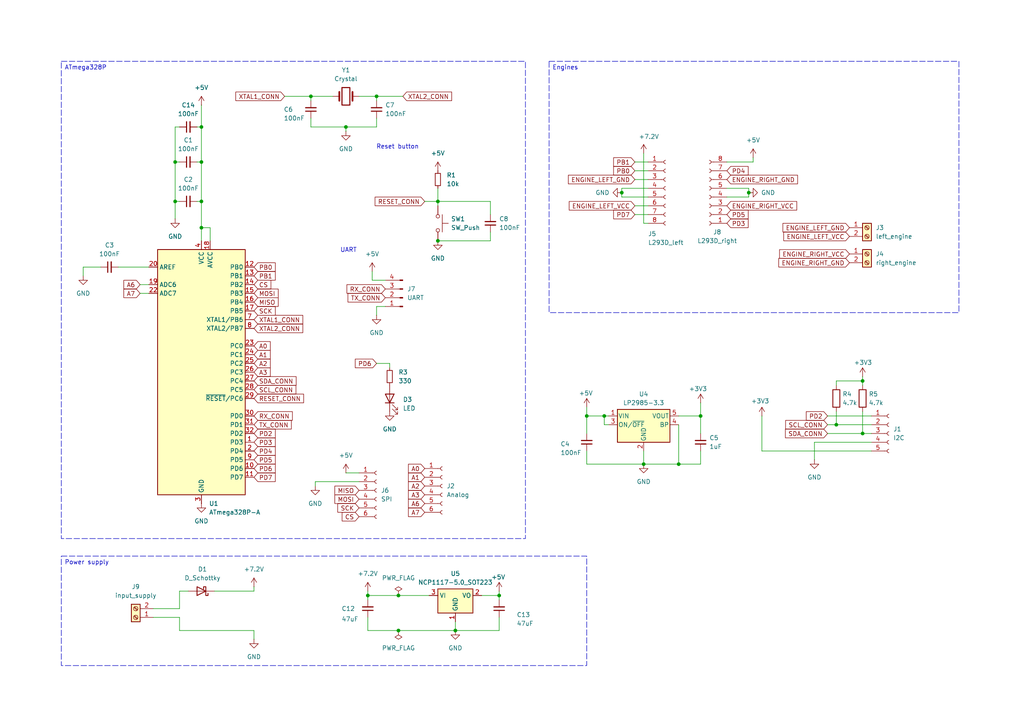
<source format=kicad_sch>
(kicad_sch
	(version 20231120)
	(generator "eeschema")
	(generator_version "8.0")
	(uuid "9d52f270-857c-456a-87d5-26af6a505683")
	(paper "A4")
	(title_block
		(title "Self Balancing robot")
		(date "2025-05-17")
		(company "Joanna Chrobot")
	)
	(lib_symbols
		(symbol "Connector:Conn_01x04_Pin"
			(pin_names
				(offset 1.016) hide)
			(exclude_from_sim no)
			(in_bom yes)
			(on_board yes)
			(property "Reference" "J"
				(at 0 5.08 0)
				(effects
					(font
						(size 1.27 1.27)
					)
				)
			)
			(property "Value" "Conn_01x04_Pin"
				(at 0 -7.62 0)
				(effects
					(font
						(size 1.27 1.27)
					)
				)
			)
			(property "Footprint" ""
				(at 0 0 0)
				(effects
					(font
						(size 1.27 1.27)
					)
					(hide yes)
				)
			)
			(property "Datasheet" "~"
				(at 0 0 0)
				(effects
					(font
						(size 1.27 1.27)
					)
					(hide yes)
				)
			)
			(property "Description" "Generic connector, single row, 01x04, script generated"
				(at 0 0 0)
				(effects
					(font
						(size 1.27 1.27)
					)
					(hide yes)
				)
			)
			(property "ki_locked" ""
				(at 0 0 0)
				(effects
					(font
						(size 1.27 1.27)
					)
				)
			)
			(property "ki_keywords" "connector"
				(at 0 0 0)
				(effects
					(font
						(size 1.27 1.27)
					)
					(hide yes)
				)
			)
			(property "ki_fp_filters" "Connector*:*_1x??_*"
				(at 0 0 0)
				(effects
					(font
						(size 1.27 1.27)
					)
					(hide yes)
				)
			)
			(symbol "Conn_01x04_Pin_1_1"
				(polyline
					(pts
						(xy 1.27 -5.08) (xy 0.8636 -5.08)
					)
					(stroke
						(width 0.1524)
						(type default)
					)
					(fill
						(type none)
					)
				)
				(polyline
					(pts
						(xy 1.27 -2.54) (xy 0.8636 -2.54)
					)
					(stroke
						(width 0.1524)
						(type default)
					)
					(fill
						(type none)
					)
				)
				(polyline
					(pts
						(xy 1.27 0) (xy 0.8636 0)
					)
					(stroke
						(width 0.1524)
						(type default)
					)
					(fill
						(type none)
					)
				)
				(polyline
					(pts
						(xy 1.27 2.54) (xy 0.8636 2.54)
					)
					(stroke
						(width 0.1524)
						(type default)
					)
					(fill
						(type none)
					)
				)
				(rectangle
					(start 0.8636 -4.953)
					(end 0 -5.207)
					(stroke
						(width 0.1524)
						(type default)
					)
					(fill
						(type outline)
					)
				)
				(rectangle
					(start 0.8636 -2.413)
					(end 0 -2.667)
					(stroke
						(width 0.1524)
						(type default)
					)
					(fill
						(type outline)
					)
				)
				(rectangle
					(start 0.8636 0.127)
					(end 0 -0.127)
					(stroke
						(width 0.1524)
						(type default)
					)
					(fill
						(type outline)
					)
				)
				(rectangle
					(start 0.8636 2.667)
					(end 0 2.413)
					(stroke
						(width 0.1524)
						(type default)
					)
					(fill
						(type outline)
					)
				)
				(pin passive line
					(at 5.08 2.54 180)
					(length 3.81)
					(name "Pin_1"
						(effects
							(font
								(size 1.27 1.27)
							)
						)
					)
					(number "1"
						(effects
							(font
								(size 1.27 1.27)
							)
						)
					)
				)
				(pin passive line
					(at 5.08 0 180)
					(length 3.81)
					(name "Pin_2"
						(effects
							(font
								(size 1.27 1.27)
							)
						)
					)
					(number "2"
						(effects
							(font
								(size 1.27 1.27)
							)
						)
					)
				)
				(pin passive line
					(at 5.08 -2.54 180)
					(length 3.81)
					(name "Pin_3"
						(effects
							(font
								(size 1.27 1.27)
							)
						)
					)
					(number "3"
						(effects
							(font
								(size 1.27 1.27)
							)
						)
					)
				)
				(pin passive line
					(at 5.08 -5.08 180)
					(length 3.81)
					(name "Pin_4"
						(effects
							(font
								(size 1.27 1.27)
							)
						)
					)
					(number "4"
						(effects
							(font
								(size 1.27 1.27)
							)
						)
					)
				)
			)
		)
		(symbol "Connector:Conn_01x05_Socket"
			(pin_names
				(offset 1.016) hide)
			(exclude_from_sim no)
			(in_bom yes)
			(on_board yes)
			(property "Reference" "J"
				(at 0 7.62 0)
				(effects
					(font
						(size 1.27 1.27)
					)
				)
			)
			(property "Value" "Conn_01x05_Socket"
				(at 0 -7.62 0)
				(effects
					(font
						(size 1.27 1.27)
					)
				)
			)
			(property "Footprint" ""
				(at 0 0 0)
				(effects
					(font
						(size 1.27 1.27)
					)
					(hide yes)
				)
			)
			(property "Datasheet" "~"
				(at 0 0 0)
				(effects
					(font
						(size 1.27 1.27)
					)
					(hide yes)
				)
			)
			(property "Description" "Generic connector, single row, 01x05, script generated"
				(at 0 0 0)
				(effects
					(font
						(size 1.27 1.27)
					)
					(hide yes)
				)
			)
			(property "ki_locked" ""
				(at 0 0 0)
				(effects
					(font
						(size 1.27 1.27)
					)
				)
			)
			(property "ki_keywords" "connector"
				(at 0 0 0)
				(effects
					(font
						(size 1.27 1.27)
					)
					(hide yes)
				)
			)
			(property "ki_fp_filters" "Connector*:*_1x??_*"
				(at 0 0 0)
				(effects
					(font
						(size 1.27 1.27)
					)
					(hide yes)
				)
			)
			(symbol "Conn_01x05_Socket_1_1"
				(arc
					(start 0 -4.572)
					(mid -0.5058 -5.08)
					(end 0 -5.588)
					(stroke
						(width 0.1524)
						(type default)
					)
					(fill
						(type none)
					)
				)
				(arc
					(start 0 -2.032)
					(mid -0.5058 -2.54)
					(end 0 -3.048)
					(stroke
						(width 0.1524)
						(type default)
					)
					(fill
						(type none)
					)
				)
				(polyline
					(pts
						(xy -1.27 -5.08) (xy -0.508 -5.08)
					)
					(stroke
						(width 0.1524)
						(type default)
					)
					(fill
						(type none)
					)
				)
				(polyline
					(pts
						(xy -1.27 -2.54) (xy -0.508 -2.54)
					)
					(stroke
						(width 0.1524)
						(type default)
					)
					(fill
						(type none)
					)
				)
				(polyline
					(pts
						(xy -1.27 0) (xy -0.508 0)
					)
					(stroke
						(width 0.1524)
						(type default)
					)
					(fill
						(type none)
					)
				)
				(polyline
					(pts
						(xy -1.27 2.54) (xy -0.508 2.54)
					)
					(stroke
						(width 0.1524)
						(type default)
					)
					(fill
						(type none)
					)
				)
				(polyline
					(pts
						(xy -1.27 5.08) (xy -0.508 5.08)
					)
					(stroke
						(width 0.1524)
						(type default)
					)
					(fill
						(type none)
					)
				)
				(arc
					(start 0 0.508)
					(mid -0.5058 0)
					(end 0 -0.508)
					(stroke
						(width 0.1524)
						(type default)
					)
					(fill
						(type none)
					)
				)
				(arc
					(start 0 3.048)
					(mid -0.5058 2.54)
					(end 0 2.032)
					(stroke
						(width 0.1524)
						(type default)
					)
					(fill
						(type none)
					)
				)
				(arc
					(start 0 5.588)
					(mid -0.5058 5.08)
					(end 0 4.572)
					(stroke
						(width 0.1524)
						(type default)
					)
					(fill
						(type none)
					)
				)
				(pin passive line
					(at -5.08 5.08 0)
					(length 3.81)
					(name "Pin_1"
						(effects
							(font
								(size 1.27 1.27)
							)
						)
					)
					(number "1"
						(effects
							(font
								(size 1.27 1.27)
							)
						)
					)
				)
				(pin passive line
					(at -5.08 2.54 0)
					(length 3.81)
					(name "Pin_2"
						(effects
							(font
								(size 1.27 1.27)
							)
						)
					)
					(number "2"
						(effects
							(font
								(size 1.27 1.27)
							)
						)
					)
				)
				(pin passive line
					(at -5.08 0 0)
					(length 3.81)
					(name "Pin_3"
						(effects
							(font
								(size 1.27 1.27)
							)
						)
					)
					(number "3"
						(effects
							(font
								(size 1.27 1.27)
							)
						)
					)
				)
				(pin passive line
					(at -5.08 -2.54 0)
					(length 3.81)
					(name "Pin_4"
						(effects
							(font
								(size 1.27 1.27)
							)
						)
					)
					(number "4"
						(effects
							(font
								(size 1.27 1.27)
							)
						)
					)
				)
				(pin passive line
					(at -5.08 -5.08 0)
					(length 3.81)
					(name "Pin_5"
						(effects
							(font
								(size 1.27 1.27)
							)
						)
					)
					(number "5"
						(effects
							(font
								(size 1.27 1.27)
							)
						)
					)
				)
			)
		)
		(symbol "Connector:Conn_01x06_Socket"
			(pin_names
				(offset 1.016) hide)
			(exclude_from_sim no)
			(in_bom yes)
			(on_board yes)
			(property "Reference" "J"
				(at 0 7.62 0)
				(effects
					(font
						(size 1.27 1.27)
					)
				)
			)
			(property "Value" "Conn_01x06_Socket"
				(at 0 -10.16 0)
				(effects
					(font
						(size 1.27 1.27)
					)
				)
			)
			(property "Footprint" ""
				(at 0 0 0)
				(effects
					(font
						(size 1.27 1.27)
					)
					(hide yes)
				)
			)
			(property "Datasheet" "~"
				(at 0 0 0)
				(effects
					(font
						(size 1.27 1.27)
					)
					(hide yes)
				)
			)
			(property "Description" "Generic connector, single row, 01x06, script generated"
				(at 0 0 0)
				(effects
					(font
						(size 1.27 1.27)
					)
					(hide yes)
				)
			)
			(property "ki_locked" ""
				(at 0 0 0)
				(effects
					(font
						(size 1.27 1.27)
					)
				)
			)
			(property "ki_keywords" "connector"
				(at 0 0 0)
				(effects
					(font
						(size 1.27 1.27)
					)
					(hide yes)
				)
			)
			(property "ki_fp_filters" "Connector*:*_1x??_*"
				(at 0 0 0)
				(effects
					(font
						(size 1.27 1.27)
					)
					(hide yes)
				)
			)
			(symbol "Conn_01x06_Socket_1_1"
				(arc
					(start 0 -7.112)
					(mid -0.5058 -7.62)
					(end 0 -8.128)
					(stroke
						(width 0.1524)
						(type default)
					)
					(fill
						(type none)
					)
				)
				(arc
					(start 0 -4.572)
					(mid -0.5058 -5.08)
					(end 0 -5.588)
					(stroke
						(width 0.1524)
						(type default)
					)
					(fill
						(type none)
					)
				)
				(arc
					(start 0 -2.032)
					(mid -0.5058 -2.54)
					(end 0 -3.048)
					(stroke
						(width 0.1524)
						(type default)
					)
					(fill
						(type none)
					)
				)
				(polyline
					(pts
						(xy -1.27 -7.62) (xy -0.508 -7.62)
					)
					(stroke
						(width 0.1524)
						(type default)
					)
					(fill
						(type none)
					)
				)
				(polyline
					(pts
						(xy -1.27 -5.08) (xy -0.508 -5.08)
					)
					(stroke
						(width 0.1524)
						(type default)
					)
					(fill
						(type none)
					)
				)
				(polyline
					(pts
						(xy -1.27 -2.54) (xy -0.508 -2.54)
					)
					(stroke
						(width 0.1524)
						(type default)
					)
					(fill
						(type none)
					)
				)
				(polyline
					(pts
						(xy -1.27 0) (xy -0.508 0)
					)
					(stroke
						(width 0.1524)
						(type default)
					)
					(fill
						(type none)
					)
				)
				(polyline
					(pts
						(xy -1.27 2.54) (xy -0.508 2.54)
					)
					(stroke
						(width 0.1524)
						(type default)
					)
					(fill
						(type none)
					)
				)
				(polyline
					(pts
						(xy -1.27 5.08) (xy -0.508 5.08)
					)
					(stroke
						(width 0.1524)
						(type default)
					)
					(fill
						(type none)
					)
				)
				(arc
					(start 0 0.508)
					(mid -0.5058 0)
					(end 0 -0.508)
					(stroke
						(width 0.1524)
						(type default)
					)
					(fill
						(type none)
					)
				)
				(arc
					(start 0 3.048)
					(mid -0.5058 2.54)
					(end 0 2.032)
					(stroke
						(width 0.1524)
						(type default)
					)
					(fill
						(type none)
					)
				)
				(arc
					(start 0 5.588)
					(mid -0.5058 5.08)
					(end 0 4.572)
					(stroke
						(width 0.1524)
						(type default)
					)
					(fill
						(type none)
					)
				)
				(pin passive line
					(at -5.08 5.08 0)
					(length 3.81)
					(name "Pin_1"
						(effects
							(font
								(size 1.27 1.27)
							)
						)
					)
					(number "1"
						(effects
							(font
								(size 1.27 1.27)
							)
						)
					)
				)
				(pin passive line
					(at -5.08 2.54 0)
					(length 3.81)
					(name "Pin_2"
						(effects
							(font
								(size 1.27 1.27)
							)
						)
					)
					(number "2"
						(effects
							(font
								(size 1.27 1.27)
							)
						)
					)
				)
				(pin passive line
					(at -5.08 0 0)
					(length 3.81)
					(name "Pin_3"
						(effects
							(font
								(size 1.27 1.27)
							)
						)
					)
					(number "3"
						(effects
							(font
								(size 1.27 1.27)
							)
						)
					)
				)
				(pin passive line
					(at -5.08 -2.54 0)
					(length 3.81)
					(name "Pin_4"
						(effects
							(font
								(size 1.27 1.27)
							)
						)
					)
					(number "4"
						(effects
							(font
								(size 1.27 1.27)
							)
						)
					)
				)
				(pin passive line
					(at -5.08 -5.08 0)
					(length 3.81)
					(name "Pin_5"
						(effects
							(font
								(size 1.27 1.27)
							)
						)
					)
					(number "5"
						(effects
							(font
								(size 1.27 1.27)
							)
						)
					)
				)
				(pin passive line
					(at -5.08 -7.62 0)
					(length 3.81)
					(name "Pin_6"
						(effects
							(font
								(size 1.27 1.27)
							)
						)
					)
					(number "6"
						(effects
							(font
								(size 1.27 1.27)
							)
						)
					)
				)
			)
		)
		(symbol "Connector:Conn_01x08_Socket"
			(pin_names
				(offset 1.016) hide)
			(exclude_from_sim no)
			(in_bom yes)
			(on_board yes)
			(property "Reference" "J"
				(at 0 10.16 0)
				(effects
					(font
						(size 1.27 1.27)
					)
				)
			)
			(property "Value" "Conn_01x08_Socket"
				(at 0 -12.7 0)
				(effects
					(font
						(size 1.27 1.27)
					)
				)
			)
			(property "Footprint" ""
				(at 0 0 0)
				(effects
					(font
						(size 1.27 1.27)
					)
					(hide yes)
				)
			)
			(property "Datasheet" "~"
				(at 0 0 0)
				(effects
					(font
						(size 1.27 1.27)
					)
					(hide yes)
				)
			)
			(property "Description" "Generic connector, single row, 01x08, script generated"
				(at 0 0 0)
				(effects
					(font
						(size 1.27 1.27)
					)
					(hide yes)
				)
			)
			(property "ki_locked" ""
				(at 0 0 0)
				(effects
					(font
						(size 1.27 1.27)
					)
				)
			)
			(property "ki_keywords" "connector"
				(at 0 0 0)
				(effects
					(font
						(size 1.27 1.27)
					)
					(hide yes)
				)
			)
			(property "ki_fp_filters" "Connector*:*_1x??_*"
				(at 0 0 0)
				(effects
					(font
						(size 1.27 1.27)
					)
					(hide yes)
				)
			)
			(symbol "Conn_01x08_Socket_1_1"
				(arc
					(start 0 -9.652)
					(mid -0.5058 -10.16)
					(end 0 -10.668)
					(stroke
						(width 0.1524)
						(type default)
					)
					(fill
						(type none)
					)
				)
				(arc
					(start 0 -7.112)
					(mid -0.5058 -7.62)
					(end 0 -8.128)
					(stroke
						(width 0.1524)
						(type default)
					)
					(fill
						(type none)
					)
				)
				(arc
					(start 0 -4.572)
					(mid -0.5058 -5.08)
					(end 0 -5.588)
					(stroke
						(width 0.1524)
						(type default)
					)
					(fill
						(type none)
					)
				)
				(arc
					(start 0 -2.032)
					(mid -0.5058 -2.54)
					(end 0 -3.048)
					(stroke
						(width 0.1524)
						(type default)
					)
					(fill
						(type none)
					)
				)
				(polyline
					(pts
						(xy -1.27 -10.16) (xy -0.508 -10.16)
					)
					(stroke
						(width 0.1524)
						(type default)
					)
					(fill
						(type none)
					)
				)
				(polyline
					(pts
						(xy -1.27 -7.62) (xy -0.508 -7.62)
					)
					(stroke
						(width 0.1524)
						(type default)
					)
					(fill
						(type none)
					)
				)
				(polyline
					(pts
						(xy -1.27 -5.08) (xy -0.508 -5.08)
					)
					(stroke
						(width 0.1524)
						(type default)
					)
					(fill
						(type none)
					)
				)
				(polyline
					(pts
						(xy -1.27 -2.54) (xy -0.508 -2.54)
					)
					(stroke
						(width 0.1524)
						(type default)
					)
					(fill
						(type none)
					)
				)
				(polyline
					(pts
						(xy -1.27 0) (xy -0.508 0)
					)
					(stroke
						(width 0.1524)
						(type default)
					)
					(fill
						(type none)
					)
				)
				(polyline
					(pts
						(xy -1.27 2.54) (xy -0.508 2.54)
					)
					(stroke
						(width 0.1524)
						(type default)
					)
					(fill
						(type none)
					)
				)
				(polyline
					(pts
						(xy -1.27 5.08) (xy -0.508 5.08)
					)
					(stroke
						(width 0.1524)
						(type default)
					)
					(fill
						(type none)
					)
				)
				(polyline
					(pts
						(xy -1.27 7.62) (xy -0.508 7.62)
					)
					(stroke
						(width 0.1524)
						(type default)
					)
					(fill
						(type none)
					)
				)
				(arc
					(start 0 0.508)
					(mid -0.5058 0)
					(end 0 -0.508)
					(stroke
						(width 0.1524)
						(type default)
					)
					(fill
						(type none)
					)
				)
				(arc
					(start 0 3.048)
					(mid -0.5058 2.54)
					(end 0 2.032)
					(stroke
						(width 0.1524)
						(type default)
					)
					(fill
						(type none)
					)
				)
				(arc
					(start 0 5.588)
					(mid -0.5058 5.08)
					(end 0 4.572)
					(stroke
						(width 0.1524)
						(type default)
					)
					(fill
						(type none)
					)
				)
				(arc
					(start 0 8.128)
					(mid -0.5058 7.62)
					(end 0 7.112)
					(stroke
						(width 0.1524)
						(type default)
					)
					(fill
						(type none)
					)
				)
				(pin passive line
					(at -5.08 7.62 0)
					(length 3.81)
					(name "Pin_1"
						(effects
							(font
								(size 1.27 1.27)
							)
						)
					)
					(number "1"
						(effects
							(font
								(size 1.27 1.27)
							)
						)
					)
				)
				(pin passive line
					(at -5.08 5.08 0)
					(length 3.81)
					(name "Pin_2"
						(effects
							(font
								(size 1.27 1.27)
							)
						)
					)
					(number "2"
						(effects
							(font
								(size 1.27 1.27)
							)
						)
					)
				)
				(pin passive line
					(at -5.08 2.54 0)
					(length 3.81)
					(name "Pin_3"
						(effects
							(font
								(size 1.27 1.27)
							)
						)
					)
					(number "3"
						(effects
							(font
								(size 1.27 1.27)
							)
						)
					)
				)
				(pin passive line
					(at -5.08 0 0)
					(length 3.81)
					(name "Pin_4"
						(effects
							(font
								(size 1.27 1.27)
							)
						)
					)
					(number "4"
						(effects
							(font
								(size 1.27 1.27)
							)
						)
					)
				)
				(pin passive line
					(at -5.08 -2.54 0)
					(length 3.81)
					(name "Pin_5"
						(effects
							(font
								(size 1.27 1.27)
							)
						)
					)
					(number "5"
						(effects
							(font
								(size 1.27 1.27)
							)
						)
					)
				)
				(pin passive line
					(at -5.08 -5.08 0)
					(length 3.81)
					(name "Pin_6"
						(effects
							(font
								(size 1.27 1.27)
							)
						)
					)
					(number "6"
						(effects
							(font
								(size 1.27 1.27)
							)
						)
					)
				)
				(pin passive line
					(at -5.08 -7.62 0)
					(length 3.81)
					(name "Pin_7"
						(effects
							(font
								(size 1.27 1.27)
							)
						)
					)
					(number "7"
						(effects
							(font
								(size 1.27 1.27)
							)
						)
					)
				)
				(pin passive line
					(at -5.08 -10.16 0)
					(length 3.81)
					(name "Pin_8"
						(effects
							(font
								(size 1.27 1.27)
							)
						)
					)
					(number "8"
						(effects
							(font
								(size 1.27 1.27)
							)
						)
					)
				)
			)
		)
		(symbol "Connector:Screw_Terminal_01x02"
			(pin_names
				(offset 1.016) hide)
			(exclude_from_sim no)
			(in_bom yes)
			(on_board yes)
			(property "Reference" "J"
				(at 0 2.54 0)
				(effects
					(font
						(size 1.27 1.27)
					)
				)
			)
			(property "Value" "Screw_Terminal_01x02"
				(at 0 -5.08 0)
				(effects
					(font
						(size 1.27 1.27)
					)
				)
			)
			(property "Footprint" ""
				(at 0 0 0)
				(effects
					(font
						(size 1.27 1.27)
					)
					(hide yes)
				)
			)
			(property "Datasheet" "~"
				(at 0 0 0)
				(effects
					(font
						(size 1.27 1.27)
					)
					(hide yes)
				)
			)
			(property "Description" "Generic screw terminal, single row, 01x02, script generated (kicad-library-utils/schlib/autogen/connector/)"
				(at 0 0 0)
				(effects
					(font
						(size 1.27 1.27)
					)
					(hide yes)
				)
			)
			(property "ki_keywords" "screw terminal"
				(at 0 0 0)
				(effects
					(font
						(size 1.27 1.27)
					)
					(hide yes)
				)
			)
			(property "ki_fp_filters" "TerminalBlock*:*"
				(at 0 0 0)
				(effects
					(font
						(size 1.27 1.27)
					)
					(hide yes)
				)
			)
			(symbol "Screw_Terminal_01x02_1_1"
				(rectangle
					(start -1.27 1.27)
					(end 1.27 -3.81)
					(stroke
						(width 0.254)
						(type default)
					)
					(fill
						(type background)
					)
				)
				(circle
					(center 0 -2.54)
					(radius 0.635)
					(stroke
						(width 0.1524)
						(type default)
					)
					(fill
						(type none)
					)
				)
				(polyline
					(pts
						(xy -0.5334 -2.2098) (xy 0.3302 -3.048)
					)
					(stroke
						(width 0.1524)
						(type default)
					)
					(fill
						(type none)
					)
				)
				(polyline
					(pts
						(xy -0.5334 0.3302) (xy 0.3302 -0.508)
					)
					(stroke
						(width 0.1524)
						(type default)
					)
					(fill
						(type none)
					)
				)
				(polyline
					(pts
						(xy -0.3556 -2.032) (xy 0.508 -2.8702)
					)
					(stroke
						(width 0.1524)
						(type default)
					)
					(fill
						(type none)
					)
				)
				(polyline
					(pts
						(xy -0.3556 0.508) (xy 0.508 -0.3302)
					)
					(stroke
						(width 0.1524)
						(type default)
					)
					(fill
						(type none)
					)
				)
				(circle
					(center 0 0)
					(radius 0.635)
					(stroke
						(width 0.1524)
						(type default)
					)
					(fill
						(type none)
					)
				)
				(pin passive line
					(at -5.08 0 0)
					(length 3.81)
					(name "Pin_1"
						(effects
							(font
								(size 1.27 1.27)
							)
						)
					)
					(number "1"
						(effects
							(font
								(size 1.27 1.27)
							)
						)
					)
				)
				(pin passive line
					(at -5.08 -2.54 0)
					(length 3.81)
					(name "Pin_2"
						(effects
							(font
								(size 1.27 1.27)
							)
						)
					)
					(number "2"
						(effects
							(font
								(size 1.27 1.27)
							)
						)
					)
				)
			)
		)
		(symbol "Device:C_Small"
			(pin_numbers hide)
			(pin_names
				(offset 0.254) hide)
			(exclude_from_sim no)
			(in_bom yes)
			(on_board yes)
			(property "Reference" "C"
				(at 0.254 1.778 0)
				(effects
					(font
						(size 1.27 1.27)
					)
					(justify left)
				)
			)
			(property "Value" "C_Small"
				(at 0.254 -2.032 0)
				(effects
					(font
						(size 1.27 1.27)
					)
					(justify left)
				)
			)
			(property "Footprint" ""
				(at 0 0 0)
				(effects
					(font
						(size 1.27 1.27)
					)
					(hide yes)
				)
			)
			(property "Datasheet" "~"
				(at 0 0 0)
				(effects
					(font
						(size 1.27 1.27)
					)
					(hide yes)
				)
			)
			(property "Description" "Unpolarized capacitor, small symbol"
				(at 0 0 0)
				(effects
					(font
						(size 1.27 1.27)
					)
					(hide yes)
				)
			)
			(property "ki_keywords" "capacitor cap"
				(at 0 0 0)
				(effects
					(font
						(size 1.27 1.27)
					)
					(hide yes)
				)
			)
			(property "ki_fp_filters" "C_*"
				(at 0 0 0)
				(effects
					(font
						(size 1.27 1.27)
					)
					(hide yes)
				)
			)
			(symbol "C_Small_0_1"
				(polyline
					(pts
						(xy -1.524 -0.508) (xy 1.524 -0.508)
					)
					(stroke
						(width 0.3302)
						(type default)
					)
					(fill
						(type none)
					)
				)
				(polyline
					(pts
						(xy -1.524 0.508) (xy 1.524 0.508)
					)
					(stroke
						(width 0.3048)
						(type default)
					)
					(fill
						(type none)
					)
				)
			)
			(symbol "C_Small_1_1"
				(pin passive line
					(at 0 2.54 270)
					(length 2.032)
					(name "~"
						(effects
							(font
								(size 1.27 1.27)
							)
						)
					)
					(number "1"
						(effects
							(font
								(size 1.27 1.27)
							)
						)
					)
				)
				(pin passive line
					(at 0 -2.54 90)
					(length 2.032)
					(name "~"
						(effects
							(font
								(size 1.27 1.27)
							)
						)
					)
					(number "2"
						(effects
							(font
								(size 1.27 1.27)
							)
						)
					)
				)
			)
		)
		(symbol "Device:Crystal"
			(pin_numbers hide)
			(pin_names
				(offset 1.016) hide)
			(exclude_from_sim no)
			(in_bom yes)
			(on_board yes)
			(property "Reference" "Y"
				(at 0 3.81 0)
				(effects
					(font
						(size 1.27 1.27)
					)
				)
			)
			(property "Value" "Crystal"
				(at 0 -3.81 0)
				(effects
					(font
						(size 1.27 1.27)
					)
				)
			)
			(property "Footprint" ""
				(at 0 0 0)
				(effects
					(font
						(size 1.27 1.27)
					)
					(hide yes)
				)
			)
			(property "Datasheet" "~"
				(at 0 0 0)
				(effects
					(font
						(size 1.27 1.27)
					)
					(hide yes)
				)
			)
			(property "Description" "Two pin crystal"
				(at 0 0 0)
				(effects
					(font
						(size 1.27 1.27)
					)
					(hide yes)
				)
			)
			(property "ki_keywords" "quartz ceramic resonator oscillator"
				(at 0 0 0)
				(effects
					(font
						(size 1.27 1.27)
					)
					(hide yes)
				)
			)
			(property "ki_fp_filters" "Crystal*"
				(at 0 0 0)
				(effects
					(font
						(size 1.27 1.27)
					)
					(hide yes)
				)
			)
			(symbol "Crystal_0_1"
				(rectangle
					(start -1.143 2.54)
					(end 1.143 -2.54)
					(stroke
						(width 0.3048)
						(type default)
					)
					(fill
						(type none)
					)
				)
				(polyline
					(pts
						(xy -2.54 0) (xy -1.905 0)
					)
					(stroke
						(width 0)
						(type default)
					)
					(fill
						(type none)
					)
				)
				(polyline
					(pts
						(xy -1.905 -1.27) (xy -1.905 1.27)
					)
					(stroke
						(width 0.508)
						(type default)
					)
					(fill
						(type none)
					)
				)
				(polyline
					(pts
						(xy 1.905 -1.27) (xy 1.905 1.27)
					)
					(stroke
						(width 0.508)
						(type default)
					)
					(fill
						(type none)
					)
				)
				(polyline
					(pts
						(xy 2.54 0) (xy 1.905 0)
					)
					(stroke
						(width 0)
						(type default)
					)
					(fill
						(type none)
					)
				)
			)
			(symbol "Crystal_1_1"
				(pin passive line
					(at -3.81 0 0)
					(length 1.27)
					(name "1"
						(effects
							(font
								(size 1.27 1.27)
							)
						)
					)
					(number "1"
						(effects
							(font
								(size 1.27 1.27)
							)
						)
					)
				)
				(pin passive line
					(at 3.81 0 180)
					(length 1.27)
					(name "2"
						(effects
							(font
								(size 1.27 1.27)
							)
						)
					)
					(number "2"
						(effects
							(font
								(size 1.27 1.27)
							)
						)
					)
				)
			)
		)
		(symbol "Device:D_Schottky"
			(pin_numbers hide)
			(pin_names
				(offset 1.016) hide)
			(exclude_from_sim no)
			(in_bom yes)
			(on_board yes)
			(property "Reference" "D"
				(at 0 2.54 0)
				(effects
					(font
						(size 1.27 1.27)
					)
				)
			)
			(property "Value" "D_Schottky"
				(at 0 -2.54 0)
				(effects
					(font
						(size 1.27 1.27)
					)
				)
			)
			(property "Footprint" ""
				(at 0 0 0)
				(effects
					(font
						(size 1.27 1.27)
					)
					(hide yes)
				)
			)
			(property "Datasheet" "~"
				(at 0 0 0)
				(effects
					(font
						(size 1.27 1.27)
					)
					(hide yes)
				)
			)
			(property "Description" "Schottky diode"
				(at 0 0 0)
				(effects
					(font
						(size 1.27 1.27)
					)
					(hide yes)
				)
			)
			(property "ki_keywords" "diode Schottky"
				(at 0 0 0)
				(effects
					(font
						(size 1.27 1.27)
					)
					(hide yes)
				)
			)
			(property "ki_fp_filters" "TO-???* *_Diode_* *SingleDiode* D_*"
				(at 0 0 0)
				(effects
					(font
						(size 1.27 1.27)
					)
					(hide yes)
				)
			)
			(symbol "D_Schottky_0_1"
				(polyline
					(pts
						(xy 1.27 0) (xy -1.27 0)
					)
					(stroke
						(width 0)
						(type default)
					)
					(fill
						(type none)
					)
				)
				(polyline
					(pts
						(xy 1.27 1.27) (xy 1.27 -1.27) (xy -1.27 0) (xy 1.27 1.27)
					)
					(stroke
						(width 0.254)
						(type default)
					)
					(fill
						(type none)
					)
				)
				(polyline
					(pts
						(xy -1.905 0.635) (xy -1.905 1.27) (xy -1.27 1.27) (xy -1.27 -1.27) (xy -0.635 -1.27) (xy -0.635 -0.635)
					)
					(stroke
						(width 0.254)
						(type default)
					)
					(fill
						(type none)
					)
				)
			)
			(symbol "D_Schottky_1_1"
				(pin passive line
					(at -3.81 0 0)
					(length 2.54)
					(name "K"
						(effects
							(font
								(size 1.27 1.27)
							)
						)
					)
					(number "1"
						(effects
							(font
								(size 1.27 1.27)
							)
						)
					)
				)
				(pin passive line
					(at 3.81 0 180)
					(length 2.54)
					(name "A"
						(effects
							(font
								(size 1.27 1.27)
							)
						)
					)
					(number "2"
						(effects
							(font
								(size 1.27 1.27)
							)
						)
					)
				)
			)
		)
		(symbol "Device:LED"
			(pin_numbers hide)
			(pin_names
				(offset 1.016) hide)
			(exclude_from_sim no)
			(in_bom yes)
			(on_board yes)
			(property "Reference" "D"
				(at 0 2.54 0)
				(effects
					(font
						(size 1.27 1.27)
					)
				)
			)
			(property "Value" "LED"
				(at 0 -2.54 0)
				(effects
					(font
						(size 1.27 1.27)
					)
				)
			)
			(property "Footprint" ""
				(at 0 0 0)
				(effects
					(font
						(size 1.27 1.27)
					)
					(hide yes)
				)
			)
			(property "Datasheet" "~"
				(at 0 0 0)
				(effects
					(font
						(size 1.27 1.27)
					)
					(hide yes)
				)
			)
			(property "Description" "Light emitting diode"
				(at 0 0 0)
				(effects
					(font
						(size 1.27 1.27)
					)
					(hide yes)
				)
			)
			(property "ki_keywords" "LED diode"
				(at 0 0 0)
				(effects
					(font
						(size 1.27 1.27)
					)
					(hide yes)
				)
			)
			(property "ki_fp_filters" "LED* LED_SMD:* LED_THT:*"
				(at 0 0 0)
				(effects
					(font
						(size 1.27 1.27)
					)
					(hide yes)
				)
			)
			(symbol "LED_0_1"
				(polyline
					(pts
						(xy -1.27 -1.27) (xy -1.27 1.27)
					)
					(stroke
						(width 0.254)
						(type default)
					)
					(fill
						(type none)
					)
				)
				(polyline
					(pts
						(xy -1.27 0) (xy 1.27 0)
					)
					(stroke
						(width 0)
						(type default)
					)
					(fill
						(type none)
					)
				)
				(polyline
					(pts
						(xy 1.27 -1.27) (xy 1.27 1.27) (xy -1.27 0) (xy 1.27 -1.27)
					)
					(stroke
						(width 0.254)
						(type default)
					)
					(fill
						(type none)
					)
				)
				(polyline
					(pts
						(xy -3.048 -0.762) (xy -4.572 -2.286) (xy -3.81 -2.286) (xy -4.572 -2.286) (xy -4.572 -1.524)
					)
					(stroke
						(width 0)
						(type default)
					)
					(fill
						(type none)
					)
				)
				(polyline
					(pts
						(xy -1.778 -0.762) (xy -3.302 -2.286) (xy -2.54 -2.286) (xy -3.302 -2.286) (xy -3.302 -1.524)
					)
					(stroke
						(width 0)
						(type default)
					)
					(fill
						(type none)
					)
				)
			)
			(symbol "LED_1_1"
				(pin passive line
					(at -3.81 0 0)
					(length 2.54)
					(name "K"
						(effects
							(font
								(size 1.27 1.27)
							)
						)
					)
					(number "1"
						(effects
							(font
								(size 1.27 1.27)
							)
						)
					)
				)
				(pin passive line
					(at 3.81 0 180)
					(length 2.54)
					(name "A"
						(effects
							(font
								(size 1.27 1.27)
							)
						)
					)
					(number "2"
						(effects
							(font
								(size 1.27 1.27)
							)
						)
					)
				)
			)
		)
		(symbol "Device:R"
			(pin_numbers hide)
			(pin_names
				(offset 0)
			)
			(exclude_from_sim no)
			(in_bom yes)
			(on_board yes)
			(property "Reference" "R"
				(at 2.032 0 90)
				(effects
					(font
						(size 1.27 1.27)
					)
				)
			)
			(property "Value" "R"
				(at 0 0 90)
				(effects
					(font
						(size 1.27 1.27)
					)
				)
			)
			(property "Footprint" ""
				(at -1.778 0 90)
				(effects
					(font
						(size 1.27 1.27)
					)
					(hide yes)
				)
			)
			(property "Datasheet" "~"
				(at 0 0 0)
				(effects
					(font
						(size 1.27 1.27)
					)
					(hide yes)
				)
			)
			(property "Description" "Resistor"
				(at 0 0 0)
				(effects
					(font
						(size 1.27 1.27)
					)
					(hide yes)
				)
			)
			(property "ki_keywords" "R res resistor"
				(at 0 0 0)
				(effects
					(font
						(size 1.27 1.27)
					)
					(hide yes)
				)
			)
			(property "ki_fp_filters" "R_*"
				(at 0 0 0)
				(effects
					(font
						(size 1.27 1.27)
					)
					(hide yes)
				)
			)
			(symbol "R_0_1"
				(rectangle
					(start -1.016 -2.54)
					(end 1.016 2.54)
					(stroke
						(width 0.254)
						(type default)
					)
					(fill
						(type none)
					)
				)
			)
			(symbol "R_1_1"
				(pin passive line
					(at 0 3.81 270)
					(length 1.27)
					(name "~"
						(effects
							(font
								(size 1.27 1.27)
							)
						)
					)
					(number "1"
						(effects
							(font
								(size 1.27 1.27)
							)
						)
					)
				)
				(pin passive line
					(at 0 -3.81 90)
					(length 1.27)
					(name "~"
						(effects
							(font
								(size 1.27 1.27)
							)
						)
					)
					(number "2"
						(effects
							(font
								(size 1.27 1.27)
							)
						)
					)
				)
			)
		)
		(symbol "Device:R_Small"
			(pin_numbers hide)
			(pin_names
				(offset 0.254) hide)
			(exclude_from_sim no)
			(in_bom yes)
			(on_board yes)
			(property "Reference" "R"
				(at 0.762 0.508 0)
				(effects
					(font
						(size 1.27 1.27)
					)
					(justify left)
				)
			)
			(property "Value" "R_Small"
				(at 0.762 -1.016 0)
				(effects
					(font
						(size 1.27 1.27)
					)
					(justify left)
				)
			)
			(property "Footprint" ""
				(at 0 0 0)
				(effects
					(font
						(size 1.27 1.27)
					)
					(hide yes)
				)
			)
			(property "Datasheet" "~"
				(at 0 0 0)
				(effects
					(font
						(size 1.27 1.27)
					)
					(hide yes)
				)
			)
			(property "Description" "Resistor, small symbol"
				(at 0 0 0)
				(effects
					(font
						(size 1.27 1.27)
					)
					(hide yes)
				)
			)
			(property "ki_keywords" "R resistor"
				(at 0 0 0)
				(effects
					(font
						(size 1.27 1.27)
					)
					(hide yes)
				)
			)
			(property "ki_fp_filters" "R_*"
				(at 0 0 0)
				(effects
					(font
						(size 1.27 1.27)
					)
					(hide yes)
				)
			)
			(symbol "R_Small_0_1"
				(rectangle
					(start -0.762 1.778)
					(end 0.762 -1.778)
					(stroke
						(width 0.2032)
						(type default)
					)
					(fill
						(type none)
					)
				)
			)
			(symbol "R_Small_1_1"
				(pin passive line
					(at 0 2.54 270)
					(length 0.762)
					(name "~"
						(effects
							(font
								(size 1.27 1.27)
							)
						)
					)
					(number "1"
						(effects
							(font
								(size 1.27 1.27)
							)
						)
					)
				)
				(pin passive line
					(at 0 -2.54 90)
					(length 0.762)
					(name "~"
						(effects
							(font
								(size 1.27 1.27)
							)
						)
					)
					(number "2"
						(effects
							(font
								(size 1.27 1.27)
							)
						)
					)
				)
			)
		)
		(symbol "MCU_Microchip_ATmega:ATmega328P-A"
			(exclude_from_sim no)
			(in_bom yes)
			(on_board yes)
			(property "Reference" "U"
				(at -12.7 36.83 0)
				(effects
					(font
						(size 1.27 1.27)
					)
					(justify left bottom)
				)
			)
			(property "Value" "ATmega328P-A"
				(at 2.54 -36.83 0)
				(effects
					(font
						(size 1.27 1.27)
					)
					(justify left top)
				)
			)
			(property "Footprint" "Package_QFP:TQFP-32_7x7mm_P0.8mm"
				(at 0 0 0)
				(effects
					(font
						(size 1.27 1.27)
						(italic yes)
					)
					(hide yes)
				)
			)
			(property "Datasheet" "http://ww1.microchip.com/downloads/en/DeviceDoc/ATmega328_P%20AVR%20MCU%20with%20picoPower%20Technology%20Data%20Sheet%2040001984A.pdf"
				(at 0 0 0)
				(effects
					(font
						(size 1.27 1.27)
					)
					(hide yes)
				)
			)
			(property "Description" "20MHz, 32kB Flash, 2kB SRAM, 1kB EEPROM, TQFP-32"
				(at 0 0 0)
				(effects
					(font
						(size 1.27 1.27)
					)
					(hide yes)
				)
			)
			(property "ki_keywords" "AVR 8bit Microcontroller MegaAVR PicoPower"
				(at 0 0 0)
				(effects
					(font
						(size 1.27 1.27)
					)
					(hide yes)
				)
			)
			(property "ki_fp_filters" "TQFP*7x7mm*P0.8mm*"
				(at 0 0 0)
				(effects
					(font
						(size 1.27 1.27)
					)
					(hide yes)
				)
			)
			(symbol "ATmega328P-A_0_1"
				(rectangle
					(start -12.7 -35.56)
					(end 12.7 35.56)
					(stroke
						(width 0.254)
						(type default)
					)
					(fill
						(type background)
					)
				)
			)
			(symbol "ATmega328P-A_1_1"
				(pin bidirectional line
					(at 15.24 -20.32 180)
					(length 2.54)
					(name "PD3"
						(effects
							(font
								(size 1.27 1.27)
							)
						)
					)
					(number "1"
						(effects
							(font
								(size 1.27 1.27)
							)
						)
					)
				)
				(pin bidirectional line
					(at 15.24 -27.94 180)
					(length 2.54)
					(name "PD6"
						(effects
							(font
								(size 1.27 1.27)
							)
						)
					)
					(number "10"
						(effects
							(font
								(size 1.27 1.27)
							)
						)
					)
				)
				(pin bidirectional line
					(at 15.24 -30.48 180)
					(length 2.54)
					(name "PD7"
						(effects
							(font
								(size 1.27 1.27)
							)
						)
					)
					(number "11"
						(effects
							(font
								(size 1.27 1.27)
							)
						)
					)
				)
				(pin bidirectional line
					(at 15.24 30.48 180)
					(length 2.54)
					(name "PB0"
						(effects
							(font
								(size 1.27 1.27)
							)
						)
					)
					(number "12"
						(effects
							(font
								(size 1.27 1.27)
							)
						)
					)
				)
				(pin bidirectional line
					(at 15.24 27.94 180)
					(length 2.54)
					(name "PB1"
						(effects
							(font
								(size 1.27 1.27)
							)
						)
					)
					(number "13"
						(effects
							(font
								(size 1.27 1.27)
							)
						)
					)
				)
				(pin bidirectional line
					(at 15.24 25.4 180)
					(length 2.54)
					(name "PB2"
						(effects
							(font
								(size 1.27 1.27)
							)
						)
					)
					(number "14"
						(effects
							(font
								(size 1.27 1.27)
							)
						)
					)
				)
				(pin bidirectional line
					(at 15.24 22.86 180)
					(length 2.54)
					(name "PB3"
						(effects
							(font
								(size 1.27 1.27)
							)
						)
					)
					(number "15"
						(effects
							(font
								(size 1.27 1.27)
							)
						)
					)
				)
				(pin bidirectional line
					(at 15.24 20.32 180)
					(length 2.54)
					(name "PB4"
						(effects
							(font
								(size 1.27 1.27)
							)
						)
					)
					(number "16"
						(effects
							(font
								(size 1.27 1.27)
							)
						)
					)
				)
				(pin bidirectional line
					(at 15.24 17.78 180)
					(length 2.54)
					(name "PB5"
						(effects
							(font
								(size 1.27 1.27)
							)
						)
					)
					(number "17"
						(effects
							(font
								(size 1.27 1.27)
							)
						)
					)
				)
				(pin power_in line
					(at 2.54 38.1 270)
					(length 2.54)
					(name "AVCC"
						(effects
							(font
								(size 1.27 1.27)
							)
						)
					)
					(number "18"
						(effects
							(font
								(size 1.27 1.27)
							)
						)
					)
				)
				(pin input line
					(at -15.24 25.4 0)
					(length 2.54)
					(name "ADC6"
						(effects
							(font
								(size 1.27 1.27)
							)
						)
					)
					(number "19"
						(effects
							(font
								(size 1.27 1.27)
							)
						)
					)
				)
				(pin bidirectional line
					(at 15.24 -22.86 180)
					(length 2.54)
					(name "PD4"
						(effects
							(font
								(size 1.27 1.27)
							)
						)
					)
					(number "2"
						(effects
							(font
								(size 1.27 1.27)
							)
						)
					)
				)
				(pin passive line
					(at -15.24 30.48 0)
					(length 2.54)
					(name "AREF"
						(effects
							(font
								(size 1.27 1.27)
							)
						)
					)
					(number "20"
						(effects
							(font
								(size 1.27 1.27)
							)
						)
					)
				)
				(pin passive line
					(at 0 -38.1 90)
					(length 2.54) hide
					(name "GND"
						(effects
							(font
								(size 1.27 1.27)
							)
						)
					)
					(number "21"
						(effects
							(font
								(size 1.27 1.27)
							)
						)
					)
				)
				(pin input line
					(at -15.24 22.86 0)
					(length 2.54)
					(name "ADC7"
						(effects
							(font
								(size 1.27 1.27)
							)
						)
					)
					(number "22"
						(effects
							(font
								(size 1.27 1.27)
							)
						)
					)
				)
				(pin bidirectional line
					(at 15.24 7.62 180)
					(length 2.54)
					(name "PC0"
						(effects
							(font
								(size 1.27 1.27)
							)
						)
					)
					(number "23"
						(effects
							(font
								(size 1.27 1.27)
							)
						)
					)
				)
				(pin bidirectional line
					(at 15.24 5.08 180)
					(length 2.54)
					(name "PC1"
						(effects
							(font
								(size 1.27 1.27)
							)
						)
					)
					(number "24"
						(effects
							(font
								(size 1.27 1.27)
							)
						)
					)
				)
				(pin bidirectional line
					(at 15.24 2.54 180)
					(length 2.54)
					(name "PC2"
						(effects
							(font
								(size 1.27 1.27)
							)
						)
					)
					(number "25"
						(effects
							(font
								(size 1.27 1.27)
							)
						)
					)
				)
				(pin bidirectional line
					(at 15.24 0 180)
					(length 2.54)
					(name "PC3"
						(effects
							(font
								(size 1.27 1.27)
							)
						)
					)
					(number "26"
						(effects
							(font
								(size 1.27 1.27)
							)
						)
					)
				)
				(pin bidirectional line
					(at 15.24 -2.54 180)
					(length 2.54)
					(name "PC4"
						(effects
							(font
								(size 1.27 1.27)
							)
						)
					)
					(number "27"
						(effects
							(font
								(size 1.27 1.27)
							)
						)
					)
				)
				(pin bidirectional line
					(at 15.24 -5.08 180)
					(length 2.54)
					(name "PC5"
						(effects
							(font
								(size 1.27 1.27)
							)
						)
					)
					(number "28"
						(effects
							(font
								(size 1.27 1.27)
							)
						)
					)
				)
				(pin bidirectional line
					(at 15.24 -7.62 180)
					(length 2.54)
					(name "~{RESET}/PC6"
						(effects
							(font
								(size 1.27 1.27)
							)
						)
					)
					(number "29"
						(effects
							(font
								(size 1.27 1.27)
							)
						)
					)
				)
				(pin power_in line
					(at 0 -38.1 90)
					(length 2.54)
					(name "GND"
						(effects
							(font
								(size 1.27 1.27)
							)
						)
					)
					(number "3"
						(effects
							(font
								(size 1.27 1.27)
							)
						)
					)
				)
				(pin bidirectional line
					(at 15.24 -12.7 180)
					(length 2.54)
					(name "PD0"
						(effects
							(font
								(size 1.27 1.27)
							)
						)
					)
					(number "30"
						(effects
							(font
								(size 1.27 1.27)
							)
						)
					)
				)
				(pin bidirectional line
					(at 15.24 -15.24 180)
					(length 2.54)
					(name "PD1"
						(effects
							(font
								(size 1.27 1.27)
							)
						)
					)
					(number "31"
						(effects
							(font
								(size 1.27 1.27)
							)
						)
					)
				)
				(pin bidirectional line
					(at 15.24 -17.78 180)
					(length 2.54)
					(name "PD2"
						(effects
							(font
								(size 1.27 1.27)
							)
						)
					)
					(number "32"
						(effects
							(font
								(size 1.27 1.27)
							)
						)
					)
				)
				(pin power_in line
					(at 0 38.1 270)
					(length 2.54)
					(name "VCC"
						(effects
							(font
								(size 1.27 1.27)
							)
						)
					)
					(number "4"
						(effects
							(font
								(size 1.27 1.27)
							)
						)
					)
				)
				(pin passive line
					(at 0 -38.1 90)
					(length 2.54) hide
					(name "GND"
						(effects
							(font
								(size 1.27 1.27)
							)
						)
					)
					(number "5"
						(effects
							(font
								(size 1.27 1.27)
							)
						)
					)
				)
				(pin passive line
					(at 0 38.1 270)
					(length 2.54) hide
					(name "VCC"
						(effects
							(font
								(size 1.27 1.27)
							)
						)
					)
					(number "6"
						(effects
							(font
								(size 1.27 1.27)
							)
						)
					)
				)
				(pin bidirectional line
					(at 15.24 15.24 180)
					(length 2.54)
					(name "XTAL1/PB6"
						(effects
							(font
								(size 1.27 1.27)
							)
						)
					)
					(number "7"
						(effects
							(font
								(size 1.27 1.27)
							)
						)
					)
				)
				(pin bidirectional line
					(at 15.24 12.7 180)
					(length 2.54)
					(name "XTAL2/PB7"
						(effects
							(font
								(size 1.27 1.27)
							)
						)
					)
					(number "8"
						(effects
							(font
								(size 1.27 1.27)
							)
						)
					)
				)
				(pin bidirectional line
					(at 15.24 -25.4 180)
					(length 2.54)
					(name "PD5"
						(effects
							(font
								(size 1.27 1.27)
							)
						)
					)
					(number "9"
						(effects
							(font
								(size 1.27 1.27)
							)
						)
					)
				)
			)
		)
		(symbol "Regulator_Linear:LP2985-3.3"
			(pin_names
				(offset 0.254)
			)
			(exclude_from_sim no)
			(in_bom yes)
			(on_board yes)
			(property "Reference" "U"
				(at -6.35 5.715 0)
				(effects
					(font
						(size 1.27 1.27)
					)
				)
			)
			(property "Value" "LP2985-3.3"
				(at 0 5.715 0)
				(effects
					(font
						(size 1.27 1.27)
					)
					(justify left)
				)
			)
			(property "Footprint" "Package_TO_SOT_SMD:SOT-23-5"
				(at 0 8.255 0)
				(effects
					(font
						(size 1.27 1.27)
					)
					(hide yes)
				)
			)
			(property "Datasheet" "http://www.ti.com/lit/ds/symlink/lp2985.pdf"
				(at 0 0 0)
				(effects
					(font
						(size 1.27 1.27)
					)
					(hide yes)
				)
			)
			(property "Description" "150mA 16V Low-noise Low-dropout Regulator With Shutdown, 3.3V output voltage, SOT-23-5"
				(at 0 0 0)
				(effects
					(font
						(size 1.27 1.27)
					)
					(hide yes)
				)
			)
			(property "ki_keywords" "LDO regulator linear  SOT-23-5"
				(at 0 0 0)
				(effects
					(font
						(size 1.27 1.27)
					)
					(hide yes)
				)
			)
			(property "ki_fp_filters" "SOT?23*"
				(at 0 0 0)
				(effects
					(font
						(size 1.27 1.27)
					)
					(hide yes)
				)
			)
			(symbol "LP2985-3.3_0_1"
				(rectangle
					(start -7.62 -5.08)
					(end 7.62 4.445)
					(stroke
						(width 0.254)
						(type default)
					)
					(fill
						(type background)
					)
				)
			)
			(symbol "LP2985-3.3_1_1"
				(pin power_in line
					(at -10.16 2.54 0)
					(length 2.54)
					(name "VIN"
						(effects
							(font
								(size 1.27 1.27)
							)
						)
					)
					(number "1"
						(effects
							(font
								(size 1.27 1.27)
							)
						)
					)
				)
				(pin power_in line
					(at 0 -7.62 90)
					(length 2.54)
					(name "GND"
						(effects
							(font
								(size 1.27 1.27)
							)
						)
					)
					(number "2"
						(effects
							(font
								(size 1.27 1.27)
							)
						)
					)
				)
				(pin input line
					(at -10.16 0 0)
					(length 2.54)
					(name "ON/~{OFF}"
						(effects
							(font
								(size 1.27 1.27)
							)
						)
					)
					(number "3"
						(effects
							(font
								(size 1.27 1.27)
							)
						)
					)
				)
				(pin input line
					(at 10.16 0 180)
					(length 2.54)
					(name "BP"
						(effects
							(font
								(size 1.27 1.27)
							)
						)
					)
					(number "4"
						(effects
							(font
								(size 1.27 1.27)
							)
						)
					)
				)
				(pin power_out line
					(at 10.16 2.54 180)
					(length 2.54)
					(name "VOUT"
						(effects
							(font
								(size 1.27 1.27)
							)
						)
					)
					(number "5"
						(effects
							(font
								(size 1.27 1.27)
							)
						)
					)
				)
			)
		)
		(symbol "Regulator_Linear:NCP1117-5.0_SOT223"
			(exclude_from_sim no)
			(in_bom yes)
			(on_board yes)
			(property "Reference" "U"
				(at -3.81 3.175 0)
				(effects
					(font
						(size 1.27 1.27)
					)
				)
			)
			(property "Value" "NCP1117-5.0_SOT223"
				(at 0 3.175 0)
				(effects
					(font
						(size 1.27 1.27)
					)
					(justify left)
				)
			)
			(property "Footprint" "Package_TO_SOT_SMD:SOT-223-3_TabPin2"
				(at 0 5.08 0)
				(effects
					(font
						(size 1.27 1.27)
					)
					(hide yes)
				)
			)
			(property "Datasheet" "http://www.onsemi.com/pub_link/Collateral/NCP1117-D.PDF"
				(at 2.54 -6.35 0)
				(effects
					(font
						(size 1.27 1.27)
					)
					(hide yes)
				)
			)
			(property "Description" "1A Low drop-out regulator, Fixed Output 5V, SOT-223"
				(at 0 0 0)
				(effects
					(font
						(size 1.27 1.27)
					)
					(hide yes)
				)
			)
			(property "ki_keywords" "REGULATOR LDO 5V"
				(at 0 0 0)
				(effects
					(font
						(size 1.27 1.27)
					)
					(hide yes)
				)
			)
			(property "ki_fp_filters" "SOT?223*TabPin2*"
				(at 0 0 0)
				(effects
					(font
						(size 1.27 1.27)
					)
					(hide yes)
				)
			)
			(symbol "NCP1117-5.0_SOT223_0_1"
				(rectangle
					(start -5.08 -5.08)
					(end 5.08 1.905)
					(stroke
						(width 0.254)
						(type default)
					)
					(fill
						(type background)
					)
				)
			)
			(symbol "NCP1117-5.0_SOT223_1_1"
				(pin power_in line
					(at 0 -7.62 90)
					(length 2.54)
					(name "GND"
						(effects
							(font
								(size 1.27 1.27)
							)
						)
					)
					(number "1"
						(effects
							(font
								(size 1.27 1.27)
							)
						)
					)
				)
				(pin power_out line
					(at 7.62 0 180)
					(length 2.54)
					(name "VO"
						(effects
							(font
								(size 1.27 1.27)
							)
						)
					)
					(number "2"
						(effects
							(font
								(size 1.27 1.27)
							)
						)
					)
				)
				(pin power_in line
					(at -7.62 0 0)
					(length 2.54)
					(name "VI"
						(effects
							(font
								(size 1.27 1.27)
							)
						)
					)
					(number "3"
						(effects
							(font
								(size 1.27 1.27)
							)
						)
					)
				)
			)
		)
		(symbol "Switch:SW_Push"
			(pin_numbers hide)
			(pin_names
				(offset 1.016) hide)
			(exclude_from_sim no)
			(in_bom yes)
			(on_board yes)
			(property "Reference" "SW"
				(at 1.27 2.54 0)
				(effects
					(font
						(size 1.27 1.27)
					)
					(justify left)
				)
			)
			(property "Value" "SW_Push"
				(at 0 -1.524 0)
				(effects
					(font
						(size 1.27 1.27)
					)
				)
			)
			(property "Footprint" ""
				(at 0 5.08 0)
				(effects
					(font
						(size 1.27 1.27)
					)
					(hide yes)
				)
			)
			(property "Datasheet" "~"
				(at 0 5.08 0)
				(effects
					(font
						(size 1.27 1.27)
					)
					(hide yes)
				)
			)
			(property "Description" "Push button switch, generic, two pins"
				(at 0 0 0)
				(effects
					(font
						(size 1.27 1.27)
					)
					(hide yes)
				)
			)
			(property "ki_keywords" "switch normally-open pushbutton push-button"
				(at 0 0 0)
				(effects
					(font
						(size 1.27 1.27)
					)
					(hide yes)
				)
			)
			(symbol "SW_Push_0_1"
				(circle
					(center -2.032 0)
					(radius 0.508)
					(stroke
						(width 0)
						(type default)
					)
					(fill
						(type none)
					)
				)
				(polyline
					(pts
						(xy 0 1.27) (xy 0 3.048)
					)
					(stroke
						(width 0)
						(type default)
					)
					(fill
						(type none)
					)
				)
				(polyline
					(pts
						(xy 2.54 1.27) (xy -2.54 1.27)
					)
					(stroke
						(width 0)
						(type default)
					)
					(fill
						(type none)
					)
				)
				(circle
					(center 2.032 0)
					(radius 0.508)
					(stroke
						(width 0)
						(type default)
					)
					(fill
						(type none)
					)
				)
				(pin passive line
					(at -5.08 0 0)
					(length 2.54)
					(name "1"
						(effects
							(font
								(size 1.27 1.27)
							)
						)
					)
					(number "1"
						(effects
							(font
								(size 1.27 1.27)
							)
						)
					)
				)
				(pin passive line
					(at 5.08 0 180)
					(length 2.54)
					(name "2"
						(effects
							(font
								(size 1.27 1.27)
							)
						)
					)
					(number "2"
						(effects
							(font
								(size 1.27 1.27)
							)
						)
					)
				)
			)
		)
		(symbol "power:GND"
			(power)
			(pin_numbers hide)
			(pin_names
				(offset 0) hide)
			(exclude_from_sim no)
			(in_bom yes)
			(on_board yes)
			(property "Reference" "#PWR"
				(at 0 -6.35 0)
				(effects
					(font
						(size 1.27 1.27)
					)
					(hide yes)
				)
			)
			(property "Value" "GND"
				(at 0 -3.81 0)
				(effects
					(font
						(size 1.27 1.27)
					)
				)
			)
			(property "Footprint" ""
				(at 0 0 0)
				(effects
					(font
						(size 1.27 1.27)
					)
					(hide yes)
				)
			)
			(property "Datasheet" ""
				(at 0 0 0)
				(effects
					(font
						(size 1.27 1.27)
					)
					(hide yes)
				)
			)
			(property "Description" "Power symbol creates a global label with name \"GND\" , ground"
				(at 0 0 0)
				(effects
					(font
						(size 1.27 1.27)
					)
					(hide yes)
				)
			)
			(property "ki_keywords" "global power"
				(at 0 0 0)
				(effects
					(font
						(size 1.27 1.27)
					)
					(hide yes)
				)
			)
			(symbol "GND_0_1"
				(polyline
					(pts
						(xy 0 0) (xy 0 -1.27) (xy 1.27 -1.27) (xy 0 -2.54) (xy -1.27 -1.27) (xy 0 -1.27)
					)
					(stroke
						(width 0)
						(type default)
					)
					(fill
						(type none)
					)
				)
			)
			(symbol "GND_1_1"
				(pin power_in line
					(at 0 0 270)
					(length 0)
					(name "~"
						(effects
							(font
								(size 1.27 1.27)
							)
						)
					)
					(number "1"
						(effects
							(font
								(size 1.27 1.27)
							)
						)
					)
				)
			)
		)
		(symbol "power:PWR_FLAG"
			(power)
			(pin_numbers hide)
			(pin_names
				(offset 0) hide)
			(exclude_from_sim no)
			(in_bom yes)
			(on_board yes)
			(property "Reference" "#FLG"
				(at 0 1.905 0)
				(effects
					(font
						(size 1.27 1.27)
					)
					(hide yes)
				)
			)
			(property "Value" "PWR_FLAG"
				(at 0 3.81 0)
				(effects
					(font
						(size 1.27 1.27)
					)
				)
			)
			(property "Footprint" ""
				(at 0 0 0)
				(effects
					(font
						(size 1.27 1.27)
					)
					(hide yes)
				)
			)
			(property "Datasheet" "~"
				(at 0 0 0)
				(effects
					(font
						(size 1.27 1.27)
					)
					(hide yes)
				)
			)
			(property "Description" "Special symbol for telling ERC where power comes from"
				(at 0 0 0)
				(effects
					(font
						(size 1.27 1.27)
					)
					(hide yes)
				)
			)
			(property "ki_keywords" "flag power"
				(at 0 0 0)
				(effects
					(font
						(size 1.27 1.27)
					)
					(hide yes)
				)
			)
			(symbol "PWR_FLAG_0_0"
				(pin power_out line
					(at 0 0 90)
					(length 0)
					(name "~"
						(effects
							(font
								(size 1.27 1.27)
							)
						)
					)
					(number "1"
						(effects
							(font
								(size 1.27 1.27)
							)
						)
					)
				)
			)
			(symbol "PWR_FLAG_0_1"
				(polyline
					(pts
						(xy 0 0) (xy 0 1.27) (xy -1.016 1.905) (xy 0 2.54) (xy 1.016 1.905) (xy 0 1.27)
					)
					(stroke
						(width 0)
						(type default)
					)
					(fill
						(type none)
					)
				)
			)
		)
		(symbol "power:VCC"
			(power)
			(pin_numbers hide)
			(pin_names
				(offset 0) hide)
			(exclude_from_sim no)
			(in_bom yes)
			(on_board yes)
			(property "Reference" "#PWR"
				(at 0 -3.81 0)
				(effects
					(font
						(size 1.27 1.27)
					)
					(hide yes)
				)
			)
			(property "Value" "VCC"
				(at 0 3.556 0)
				(effects
					(font
						(size 1.27 1.27)
					)
				)
			)
			(property "Footprint" ""
				(at 0 0 0)
				(effects
					(font
						(size 1.27 1.27)
					)
					(hide yes)
				)
			)
			(property "Datasheet" ""
				(at 0 0 0)
				(effects
					(font
						(size 1.27 1.27)
					)
					(hide yes)
				)
			)
			(property "Description" "Power symbol creates a global label with name \"VCC\""
				(at 0 0 0)
				(effects
					(font
						(size 1.27 1.27)
					)
					(hide yes)
				)
			)
			(property "ki_keywords" "global power"
				(at 0 0 0)
				(effects
					(font
						(size 1.27 1.27)
					)
					(hide yes)
				)
			)
			(symbol "VCC_0_1"
				(polyline
					(pts
						(xy -0.762 1.27) (xy 0 2.54)
					)
					(stroke
						(width 0)
						(type default)
					)
					(fill
						(type none)
					)
				)
				(polyline
					(pts
						(xy 0 0) (xy 0 2.54)
					)
					(stroke
						(width 0)
						(type default)
					)
					(fill
						(type none)
					)
				)
				(polyline
					(pts
						(xy 0 2.54) (xy 0.762 1.27)
					)
					(stroke
						(width 0)
						(type default)
					)
					(fill
						(type none)
					)
				)
			)
			(symbol "VCC_1_1"
				(pin power_in line
					(at 0 0 90)
					(length 0)
					(name "~"
						(effects
							(font
								(size 1.27 1.27)
							)
						)
					)
					(number "1"
						(effects
							(font
								(size 1.27 1.27)
							)
						)
					)
				)
			)
		)
	)
	(junction
		(at 250.19 125.73)
		(diameter 0)
		(color 0 0 0 0)
		(uuid "0a377161-66f4-4478-9d97-be7472febb5b")
	)
	(junction
		(at 90.17 27.94)
		(diameter 0)
		(color 0 0 0 0)
		(uuid "22260da5-25b1-467d-b0a5-7b6792f75fea")
	)
	(junction
		(at 127 58.42)
		(diameter 0)
		(color 0 0 0 0)
		(uuid "31a3a56b-71ea-4013-8b4f-49218e536a60")
	)
	(junction
		(at 109.22 27.94)
		(diameter 0)
		(color 0 0 0 0)
		(uuid "363bf0cc-c7a3-4702-99bc-3f3e6ffbe0a4")
	)
	(junction
		(at 115.57 172.72)
		(diameter 0)
		(color 0 0 0 0)
		(uuid "37dc26b1-2561-4b8b-9cb7-4307961b7db4")
	)
	(junction
		(at 58.42 46.99)
		(diameter 0)
		(color 0 0 0 0)
		(uuid "3b08906e-951d-4881-ae6e-9e5b4abbcc58")
	)
	(junction
		(at 175.26 120.65)
		(diameter 0)
		(color 0 0 0 0)
		(uuid "3ff253f6-a6e5-4e79-83a4-1ba08bbc703b")
	)
	(junction
		(at 115.57 182.88)
		(diameter 0)
		(color 0 0 0 0)
		(uuid "57646c54-43f9-4849-ae58-bc4ef1abf324")
	)
	(junction
		(at 170.18 120.65)
		(diameter 0)
		(color 0 0 0 0)
		(uuid "68bdce90-9e72-4c70-bc2a-e1197474cba9")
	)
	(junction
		(at 203.2 120.65)
		(diameter 0)
		(color 0 0 0 0)
		(uuid "747f8d49-fda7-4e7c-bdd5-96ec6140eca3")
	)
	(junction
		(at 50.8 46.99)
		(diameter 0)
		(color 0 0 0 0)
		(uuid "864306c9-05cc-44f0-96f8-585bb015bb89")
	)
	(junction
		(at 100.33 36.83)
		(diameter 0)
		(color 0 0 0 0)
		(uuid "8a44be3b-8fb5-48fd-832b-777d0ee190ee")
	)
	(junction
		(at 58.42 58.42)
		(diameter 0)
		(color 0 0 0 0)
		(uuid "8f8aeb9f-b949-4d1f-9ee9-733f4b72f659")
	)
	(junction
		(at 58.42 66.04)
		(diameter 0)
		(color 0 0 0 0)
		(uuid "9bd1eefe-904b-44cd-95f4-c9f2148109a8")
	)
	(junction
		(at 196.85 134.62)
		(diameter 0)
		(color 0 0 0 0)
		(uuid "9e576994-be4e-4084-9918-e181c854df88")
	)
	(junction
		(at 186.69 134.62)
		(diameter 0)
		(color 0 0 0 0)
		(uuid "abe53fa7-e657-4a21-98f1-662ff4a204f5")
	)
	(junction
		(at 144.78 172.72)
		(diameter 0)
		(color 0 0 0 0)
		(uuid "b82ec100-c89b-4344-8bc6-85aa3193b570")
	)
	(junction
		(at 180.34 55.88)
		(diameter 0)
		(color 0 0 0 0)
		(uuid "ca20a20f-8cc9-4e38-8f22-60a03b3ca099")
	)
	(junction
		(at 242.57 123.19)
		(diameter 0)
		(color 0 0 0 0)
		(uuid "ca37eeb7-a966-4f61-8bf7-827cc7f58c8c")
	)
	(junction
		(at 127 69.85)
		(diameter 0)
		(color 0 0 0 0)
		(uuid "d110d436-86ac-49c3-9ac7-8484da62a1f9")
	)
	(junction
		(at 132.08 182.88)
		(diameter 0)
		(color 0 0 0 0)
		(uuid "d1db2e4b-1250-4e2b-8ec3-2fdd41faff0f")
	)
	(junction
		(at 50.8 58.42)
		(diameter 0)
		(color 0 0 0 0)
		(uuid "daa5eed6-b7b3-417e-9fce-7d6973ba74d6")
	)
	(junction
		(at 106.68 172.72)
		(diameter 0)
		(color 0 0 0 0)
		(uuid "ea934ccc-2914-48aa-92ce-5256d1db7e10")
	)
	(junction
		(at 250.19 110.49)
		(diameter 0)
		(color 0 0 0 0)
		(uuid "ed810e8c-210f-471d-97ac-efa0b0509bc1")
	)
	(junction
		(at 217.17 55.88)
		(diameter 0)
		(color 0 0 0 0)
		(uuid "f1173777-6b65-4c67-97c5-034f7998dc91")
	)
	(junction
		(at 58.42 36.83)
		(diameter 0)
		(color 0 0 0 0)
		(uuid "f7194a1f-a897-40df-a5ea-0400dab502e0")
	)
	(wire
		(pts
			(xy 236.22 133.35) (xy 236.22 128.27)
		)
		(stroke
			(width 0)
			(type default)
		)
		(uuid "01d80ddf-6d74-4014-a9c3-807b7e80e030")
	)
	(wire
		(pts
			(xy 106.68 172.72) (xy 106.68 173.99)
		)
		(stroke
			(width 0)
			(type default)
		)
		(uuid "0708f4d9-b0e3-4596-8b6a-d33b1df3263b")
	)
	(wire
		(pts
			(xy 186.69 134.62) (xy 196.85 134.62)
		)
		(stroke
			(width 0)
			(type default)
		)
		(uuid "078cbfde-21b0-47d5-a897-fe2bd21e0628")
	)
	(wire
		(pts
			(xy 50.8 46.99) (xy 52.07 46.99)
		)
		(stroke
			(width 0)
			(type default)
		)
		(uuid "08894102-cec1-491c-b4ce-706abe5c651b")
	)
	(wire
		(pts
			(xy 132.08 182.88) (xy 132.08 180.34)
		)
		(stroke
			(width 0)
			(type default)
		)
		(uuid "08bc5410-8366-4f7e-851e-3854456bdf28")
	)
	(wire
		(pts
			(xy 186.69 130.81) (xy 186.69 134.62)
		)
		(stroke
			(width 0)
			(type default)
		)
		(uuid "0afcb540-9144-408e-8701-e533d9731d6d")
	)
	(wire
		(pts
			(xy 73.66 182.88) (xy 73.66 185.42)
		)
		(stroke
			(width 0)
			(type default)
		)
		(uuid "0c3827e4-d318-450b-be1b-a0acbfff482c")
	)
	(wire
		(pts
			(xy 40.64 82.55) (xy 43.18 82.55)
		)
		(stroke
			(width 0)
			(type default)
		)
		(uuid "0c99baf2-46ba-4b5d-aa39-cde0badbaf86")
	)
	(wire
		(pts
			(xy 242.57 123.19) (xy 240.03 123.19)
		)
		(stroke
			(width 0)
			(type default)
		)
		(uuid "0eaa4145-146f-467e-ba01-12edf7f04ece")
	)
	(wire
		(pts
			(xy 203.2 120.65) (xy 203.2 125.73)
		)
		(stroke
			(width 0)
			(type default)
		)
		(uuid "0f20426f-6d23-439f-90ef-74d26e210c68")
	)
	(wire
		(pts
			(xy 52.07 179.07) (xy 52.07 182.88)
		)
		(stroke
			(width 0)
			(type default)
		)
		(uuid "10899363-f5d0-483e-815e-6fbb526c4175")
	)
	(wire
		(pts
			(xy 50.8 58.42) (xy 52.07 58.42)
		)
		(stroke
			(width 0)
			(type default)
		)
		(uuid "12073a61-337a-4743-aabf-daa7948f3a4f")
	)
	(wire
		(pts
			(xy 127 58.42) (xy 142.24 58.42)
		)
		(stroke
			(width 0)
			(type default)
		)
		(uuid "13c5a821-d10e-4e4b-ac61-108a4eb9eb18")
	)
	(wire
		(pts
			(xy 73.66 171.45) (xy 62.23 171.45)
		)
		(stroke
			(width 0)
			(type default)
		)
		(uuid "14101723-befc-438d-9692-5198b8d824f8")
	)
	(wire
		(pts
			(xy 220.98 120.65) (xy 220.98 130.81)
		)
		(stroke
			(width 0)
			(type default)
		)
		(uuid "153df026-9dae-4d61-9d9c-072278d5720e")
	)
	(wire
		(pts
			(xy 139.7 172.72) (xy 144.78 172.72)
		)
		(stroke
			(width 0)
			(type default)
		)
		(uuid "16a1ab47-88e0-4962-989c-b39a395c09f8")
	)
	(wire
		(pts
			(xy 109.22 27.94) (xy 109.22 29.21)
		)
		(stroke
			(width 0)
			(type default)
		)
		(uuid "17cfa3bc-c2e4-4b92-ad13-8c49790fc614")
	)
	(wire
		(pts
			(xy 252.73 130.81) (xy 220.98 130.81)
		)
		(stroke
			(width 0)
			(type default)
		)
		(uuid "181ee678-2906-4e01-b867-5df65b687f41")
	)
	(wire
		(pts
			(xy 113.03 105.41) (xy 113.03 106.68)
		)
		(stroke
			(width 0)
			(type default)
		)
		(uuid "1d572a30-450c-4a43-ab9b-3a5dd9196533")
	)
	(wire
		(pts
			(xy 217.17 55.88) (xy 217.17 54.61)
		)
		(stroke
			(width 0)
			(type default)
		)
		(uuid "21330c9f-8e99-437e-80fa-07abef89a816")
	)
	(wire
		(pts
			(xy 109.22 34.29) (xy 109.22 36.83)
		)
		(stroke
			(width 0)
			(type default)
		)
		(uuid "21bc4147-409d-4902-b59a-bdffa113a63c")
	)
	(wire
		(pts
			(xy 109.22 91.44) (xy 109.22 88.9)
		)
		(stroke
			(width 0)
			(type default)
		)
		(uuid "220a2f8c-17ae-49e3-818f-a1dd60f4215f")
	)
	(wire
		(pts
			(xy 106.68 172.72) (xy 115.57 172.72)
		)
		(stroke
			(width 0)
			(type default)
		)
		(uuid "222560dc-88db-4d37-9639-ecea2f6deb56")
	)
	(wire
		(pts
			(xy 187.96 54.61) (xy 180.34 54.61)
		)
		(stroke
			(width 0)
			(type default)
		)
		(uuid "245062ea-cb30-4616-ae3a-f9f240ee0867")
	)
	(wire
		(pts
			(xy 144.78 171.45) (xy 144.78 172.72)
		)
		(stroke
			(width 0)
			(type default)
		)
		(uuid "2a223295-2d72-4c5d-b5bd-c5ed9b6e7183")
	)
	(wire
		(pts
			(xy 58.42 58.42) (xy 58.42 66.04)
		)
		(stroke
			(width 0)
			(type default)
		)
		(uuid "3224f8a7-441f-4b53-8de1-817ae382f3ba")
	)
	(wire
		(pts
			(xy 90.17 34.29) (xy 90.17 36.83)
		)
		(stroke
			(width 0)
			(type default)
		)
		(uuid "3497b012-2c09-4bdb-aec1-9bef742155bc")
	)
	(wire
		(pts
			(xy 170.18 118.11) (xy 170.18 120.65)
		)
		(stroke
			(width 0)
			(type default)
		)
		(uuid "350040ae-26af-483f-bda4-201f9932ccb0")
	)
	(wire
		(pts
			(xy 107.95 81.28) (xy 111.76 81.28)
		)
		(stroke
			(width 0)
			(type default)
		)
		(uuid "39719cce-4df9-419d-9686-571551a29e1c")
	)
	(wire
		(pts
			(xy 106.68 182.88) (xy 115.57 182.88)
		)
		(stroke
			(width 0)
			(type default)
		)
		(uuid "3bd188e3-71f4-4b65-97a8-8ca24d933552")
	)
	(wire
		(pts
			(xy 58.42 66.04) (xy 60.96 66.04)
		)
		(stroke
			(width 0)
			(type default)
		)
		(uuid "3e88395a-d4c3-48e1-8bac-3f0c6476bf6c")
	)
	(wire
		(pts
			(xy 57.15 36.83) (xy 58.42 36.83)
		)
		(stroke
			(width 0)
			(type default)
		)
		(uuid "49a61371-c273-4f4a-967c-254a43026483")
	)
	(wire
		(pts
			(xy 186.69 134.62) (xy 170.18 134.62)
		)
		(stroke
			(width 0)
			(type default)
		)
		(uuid "4a885c07-3a18-4949-a1ab-208347d10598")
	)
	(wire
		(pts
			(xy 250.19 110.49) (xy 250.19 111.76)
		)
		(stroke
			(width 0)
			(type default)
		)
		(uuid "4c6d6adc-6bdd-4410-9110-4beb841760ed")
	)
	(wire
		(pts
			(xy 175.26 123.19) (xy 175.26 120.65)
		)
		(stroke
			(width 0)
			(type default)
		)
		(uuid "4cfd0d65-13e0-4cce-a76b-794ee1e245b4")
	)
	(wire
		(pts
			(xy 24.13 77.47) (xy 29.21 77.47)
		)
		(stroke
			(width 0)
			(type default)
		)
		(uuid "4da36a39-2494-4534-8bdc-10f648d3a706")
	)
	(wire
		(pts
			(xy 107.95 78.74) (xy 107.95 81.28)
		)
		(stroke
			(width 0)
			(type default)
		)
		(uuid "4e13c284-abc7-42c5-b987-5165cb8f1bb9")
	)
	(wire
		(pts
			(xy 58.42 36.83) (xy 58.42 46.99)
		)
		(stroke
			(width 0)
			(type default)
		)
		(uuid "4f50642c-b395-4bf6-b3b5-e892080899bc")
	)
	(wire
		(pts
			(xy 176.53 123.19) (xy 175.26 123.19)
		)
		(stroke
			(width 0)
			(type default)
		)
		(uuid "4fcf6758-d9f2-41c8-803f-abb0481a714f")
	)
	(wire
		(pts
			(xy 127 54.61) (xy 127 58.42)
		)
		(stroke
			(width 0)
			(type default)
		)
		(uuid "54dd0c2a-caa8-4824-a1c3-36a0927efda2")
	)
	(wire
		(pts
			(xy 144.78 173.99) (xy 144.78 172.72)
		)
		(stroke
			(width 0)
			(type default)
		)
		(uuid "55054d8b-f432-4754-a04f-c73cf9a81de4")
	)
	(wire
		(pts
			(xy 44.45 179.07) (xy 52.07 179.07)
		)
		(stroke
			(width 0)
			(type default)
		)
		(uuid "56ad79f0-7b6f-4912-9970-537815fed5e6")
	)
	(wire
		(pts
			(xy 115.57 172.72) (xy 124.46 172.72)
		)
		(stroke
			(width 0)
			(type default)
		)
		(uuid "5740497c-e68e-4618-adcf-0479cc817742")
	)
	(wire
		(pts
			(xy 252.73 125.73) (xy 250.19 125.73)
		)
		(stroke
			(width 0)
			(type default)
		)
		(uuid "5800dc52-a0db-4d41-949d-238907fbaf6d")
	)
	(wire
		(pts
			(xy 52.07 171.45) (xy 54.61 171.45)
		)
		(stroke
			(width 0)
			(type default)
		)
		(uuid "5867e8da-e7d6-4e8b-b251-87568938b0ac")
	)
	(wire
		(pts
			(xy 170.18 120.65) (xy 175.26 120.65)
		)
		(stroke
			(width 0)
			(type default)
		)
		(uuid "58db9971-7b6e-4f31-a525-41c3f3933ffa")
	)
	(wire
		(pts
			(xy 184.15 62.23) (xy 187.96 62.23)
		)
		(stroke
			(width 0)
			(type default)
		)
		(uuid "59d3cb61-f96a-4831-a071-d58dc8f65ad7")
	)
	(wire
		(pts
			(xy 24.13 80.01) (xy 24.13 77.47)
		)
		(stroke
			(width 0)
			(type default)
		)
		(uuid "5a6a5470-508e-4dd6-a1b6-96db6f7a2168")
	)
	(wire
		(pts
			(xy 52.07 36.83) (xy 50.8 36.83)
		)
		(stroke
			(width 0)
			(type default)
		)
		(uuid "5ad0bb8b-429f-44ae-a51f-57cb5d8e5862")
	)
	(wire
		(pts
			(xy 109.22 105.41) (xy 113.03 105.41)
		)
		(stroke
			(width 0)
			(type default)
		)
		(uuid "5f3f269d-526e-40d0-874b-b2da8078efbe")
	)
	(wire
		(pts
			(xy 196.85 134.62) (xy 203.2 134.62)
		)
		(stroke
			(width 0)
			(type default)
		)
		(uuid "60a35d27-177f-4d73-8152-89440769e050")
	)
	(wire
		(pts
			(xy 115.57 182.88) (xy 132.08 182.88)
		)
		(stroke
			(width 0)
			(type default)
		)
		(uuid "61d23e5a-674f-48fc-9f30-f7435df4fa43")
	)
	(wire
		(pts
			(xy 34.29 77.47) (xy 43.18 77.47)
		)
		(stroke
			(width 0)
			(type default)
		)
		(uuid "625ea3f0-7913-48cf-9708-874616a3bb11")
	)
	(wire
		(pts
			(xy 57.15 46.99) (xy 58.42 46.99)
		)
		(stroke
			(width 0)
			(type default)
		)
		(uuid "631faa62-bb97-4e52-922f-b744225f2a38")
	)
	(wire
		(pts
			(xy 170.18 130.81) (xy 170.18 134.62)
		)
		(stroke
			(width 0)
			(type default)
		)
		(uuid "654edc1b-3a73-4b0a-9bb4-395f6ee38704")
	)
	(wire
		(pts
			(xy 196.85 120.65) (xy 203.2 120.65)
		)
		(stroke
			(width 0)
			(type default)
		)
		(uuid "65cc4b2f-be23-4cde-b6d7-5e35cb987772")
	)
	(wire
		(pts
			(xy 106.68 179.07) (xy 106.68 182.88)
		)
		(stroke
			(width 0)
			(type default)
		)
		(uuid "678a6453-d261-4963-8735-04d0cad06172")
	)
	(wire
		(pts
			(xy 186.69 44.45) (xy 186.69 64.77)
		)
		(stroke
			(width 0)
			(type default)
		)
		(uuid "69bc02d1-8d4d-481a-bd4c-943e0aed31cc")
	)
	(wire
		(pts
			(xy 100.33 38.1) (xy 100.33 36.83)
		)
		(stroke
			(width 0)
			(type default)
		)
		(uuid "69e881b6-9444-4e7b-8267-4817eb15e424")
	)
	(wire
		(pts
			(xy 52.07 171.45) (xy 52.07 176.53)
		)
		(stroke
			(width 0)
			(type default)
		)
		(uuid "71b82b9d-8956-445f-809f-74825afa42f0")
	)
	(wire
		(pts
			(xy 50.8 46.99) (xy 50.8 58.42)
		)
		(stroke
			(width 0)
			(type default)
		)
		(uuid "77d76831-2f8f-4c8f-bb27-4526ad516f59")
	)
	(wire
		(pts
			(xy 180.34 57.15) (xy 187.96 57.15)
		)
		(stroke
			(width 0)
			(type default)
		)
		(uuid "78072c01-95e3-4a13-a30c-754386b12603")
	)
	(wire
		(pts
			(xy 144.78 179.07) (xy 144.78 182.88)
		)
		(stroke
			(width 0)
			(type default)
		)
		(uuid "7a664303-93d1-4394-9dba-25364bb3aaf6")
	)
	(wire
		(pts
			(xy 100.33 137.16) (xy 104.14 137.16)
		)
		(stroke
			(width 0)
			(type default)
		)
		(uuid "7b14b61b-1929-4132-b665-f79c188050c6")
	)
	(wire
		(pts
			(xy 180.34 55.88) (xy 180.34 57.15)
		)
		(stroke
			(width 0)
			(type default)
		)
		(uuid "7ec33bf1-0f12-4f7c-a685-24bf80b53d3b")
	)
	(wire
		(pts
			(xy 106.68 171.45) (xy 106.68 172.72)
		)
		(stroke
			(width 0)
			(type default)
		)
		(uuid "81ba9584-e9bb-4af7-830a-3a52ddc104fd")
	)
	(wire
		(pts
			(xy 184.15 46.99) (xy 187.96 46.99)
		)
		(stroke
			(width 0)
			(type default)
		)
		(uuid "82c1501b-806c-4ba5-a083-6d5cf29911be")
	)
	(wire
		(pts
			(xy 132.08 182.88) (xy 144.78 182.88)
		)
		(stroke
			(width 0)
			(type default)
		)
		(uuid "8818edf4-5ad1-4b78-a0ce-818ce640da05")
	)
	(wire
		(pts
			(xy 44.45 176.53) (xy 52.07 176.53)
		)
		(stroke
			(width 0)
			(type default)
		)
		(uuid "88f109d3-b0e5-4ebf-aa7b-4f2c907d6f0c")
	)
	(wire
		(pts
			(xy 242.57 111.76) (xy 242.57 110.49)
		)
		(stroke
			(width 0)
			(type default)
		)
		(uuid "8b66d6de-25fd-42f2-86ed-d6ba997d443a")
	)
	(wire
		(pts
			(xy 123.19 58.42) (xy 127 58.42)
		)
		(stroke
			(width 0)
			(type default)
		)
		(uuid "8cbc777d-d148-40a2-bd00-b05b4009fd2c")
	)
	(wire
		(pts
			(xy 104.14 27.94) (xy 109.22 27.94)
		)
		(stroke
			(width 0)
			(type default)
		)
		(uuid "8d166bdb-1633-417f-bc99-1a14a63591ec")
	)
	(wire
		(pts
			(xy 58.42 66.04) (xy 58.42 69.85)
		)
		(stroke
			(width 0)
			(type default)
		)
		(uuid "90f3ca68-de2f-44b2-9215-04d505c12165")
	)
	(wire
		(pts
			(xy 52.07 182.88) (xy 73.66 182.88)
		)
		(stroke
			(width 0)
			(type default)
		)
		(uuid "9194be28-4715-4789-a14e-d01d0f75c1b6")
	)
	(wire
		(pts
			(xy 180.34 54.61) (xy 180.34 55.88)
		)
		(stroke
			(width 0)
			(type default)
		)
		(uuid "922a072a-cfae-470a-b7e0-815b9bfe6631")
	)
	(wire
		(pts
			(xy 109.22 27.94) (xy 116.84 27.94)
		)
		(stroke
			(width 0)
			(type default)
		)
		(uuid "92bbc0dd-aeb5-415f-ab0f-fb1c68d4413c")
	)
	(wire
		(pts
			(xy 210.82 46.99) (xy 218.44 46.99)
		)
		(stroke
			(width 0)
			(type default)
		)
		(uuid "97dfebef-a91a-4c4a-9b48-36583e49016d")
	)
	(wire
		(pts
			(xy 184.15 49.53) (xy 187.96 49.53)
		)
		(stroke
			(width 0)
			(type default)
		)
		(uuid "98e96aa7-f143-4f90-83b7-ab9f28b05db4")
	)
	(wire
		(pts
			(xy 184.15 52.07) (xy 187.96 52.07)
		)
		(stroke
			(width 0)
			(type default)
		)
		(uuid "99b85ae1-c2b2-400b-91ef-910990d2074e")
	)
	(wire
		(pts
			(xy 210.82 57.15) (xy 217.17 57.15)
		)
		(stroke
			(width 0)
			(type default)
		)
		(uuid "a004fd42-2757-40a9-86da-af37cc686ca4")
	)
	(wire
		(pts
			(xy 217.17 57.15) (xy 217.17 55.88)
		)
		(stroke
			(width 0)
			(type default)
		)
		(uuid "a1a8a301-5dd2-4aaa-b8d3-7888c751fddc")
	)
	(wire
		(pts
			(xy 218.44 45.72) (xy 218.44 46.99)
		)
		(stroke
			(width 0)
			(type default)
		)
		(uuid "a25e823f-6c9c-42f8-aae9-aa91a0676c15")
	)
	(wire
		(pts
			(xy 58.42 30.48) (xy 58.42 36.83)
		)
		(stroke
			(width 0)
			(type default)
		)
		(uuid "a3c5f04c-89f7-48cf-91df-517c87d7c39b")
	)
	(wire
		(pts
			(xy 236.22 128.27) (xy 252.73 128.27)
		)
		(stroke
			(width 0)
			(type default)
		)
		(uuid "a65a48e5-6f52-478c-870e-7543bbcd4c9b")
	)
	(wire
		(pts
			(xy 60.96 66.04) (xy 60.96 69.85)
		)
		(stroke
			(width 0)
			(type default)
		)
		(uuid "aa706534-925c-4b9b-a9a7-78bfda6ef113")
	)
	(wire
		(pts
			(xy 109.22 88.9) (xy 111.76 88.9)
		)
		(stroke
			(width 0)
			(type default)
		)
		(uuid "ae09675a-ca0d-49bb-874c-232aa3a99f57")
	)
	(wire
		(pts
			(xy 196.85 123.19) (xy 196.85 134.62)
		)
		(stroke
			(width 0)
			(type default)
		)
		(uuid "ae8ea119-15a6-4ba7-b850-3b1e72b78a77")
	)
	(wire
		(pts
			(xy 186.69 64.77) (xy 187.96 64.77)
		)
		(stroke
			(width 0)
			(type default)
		)
		(uuid "b038f14c-81a2-4021-8d75-4e22a64bcd82")
	)
	(wire
		(pts
			(xy 203.2 116.84) (xy 203.2 120.65)
		)
		(stroke
			(width 0)
			(type default)
		)
		(uuid "b09c2dff-f22b-468a-aaad-c0578dfd8cd0")
	)
	(wire
		(pts
			(xy 250.19 125.73) (xy 240.03 125.73)
		)
		(stroke
			(width 0)
			(type default)
		)
		(uuid "b43e18d9-c4a7-4b71-8fdc-0b73e0037bfe")
	)
	(wire
		(pts
			(xy 91.44 139.7) (xy 104.14 139.7)
		)
		(stroke
			(width 0)
			(type default)
		)
		(uuid "b449d78b-92cd-4b71-a6b8-0cb25dfa0290")
	)
	(wire
		(pts
			(xy 175.26 120.65) (xy 176.53 120.65)
		)
		(stroke
			(width 0)
			(type default)
		)
		(uuid "b7f02d28-ba9b-4566-80e0-03eacfc7ebd2")
	)
	(wire
		(pts
			(xy 90.17 27.94) (xy 96.52 27.94)
		)
		(stroke
			(width 0)
			(type default)
		)
		(uuid "bbd53e9a-4ee7-4f37-a595-bccc3c572e71")
	)
	(wire
		(pts
			(xy 250.19 119.38) (xy 250.19 125.73)
		)
		(stroke
			(width 0)
			(type default)
		)
		(uuid "bc3a712d-9f17-46fa-9953-d0fc4b633642")
	)
	(wire
		(pts
			(xy 250.19 109.22) (xy 250.19 110.49)
		)
		(stroke
			(width 0)
			(type default)
		)
		(uuid "bcaeb9f7-e05e-49df-974c-947b6310092c")
	)
	(wire
		(pts
			(xy 73.66 171.45) (xy 73.66 170.18)
		)
		(stroke
			(width 0)
			(type default)
		)
		(uuid "be7c331c-13cd-405a-81d7-11e2257f74b3")
	)
	(wire
		(pts
			(xy 210.82 54.61) (xy 217.17 54.61)
		)
		(stroke
			(width 0)
			(type default)
		)
		(uuid "c11bd6bc-b06d-425f-b9cf-a06622a27f71")
	)
	(wire
		(pts
			(xy 100.33 36.83) (xy 109.22 36.83)
		)
		(stroke
			(width 0)
			(type default)
		)
		(uuid "c1ec9253-9ed1-4d6e-a721-ce8d6cbb29c6")
	)
	(wire
		(pts
			(xy 50.8 58.42) (xy 50.8 63.5)
		)
		(stroke
			(width 0)
			(type default)
		)
		(uuid "c33fdd98-5c5b-47b4-9684-c72404184490")
	)
	(wire
		(pts
			(xy 184.15 59.69) (xy 187.96 59.69)
		)
		(stroke
			(width 0)
			(type default)
		)
		(uuid "c401941c-9a98-4a0e-b178-df45c66f1158")
	)
	(wire
		(pts
			(xy 242.57 110.49) (xy 250.19 110.49)
		)
		(stroke
			(width 0)
			(type default)
		)
		(uuid "c791be3f-7b6e-430a-bc26-0be688eec78d")
	)
	(wire
		(pts
			(xy 242.57 119.38) (xy 242.57 123.19)
		)
		(stroke
			(width 0)
			(type default)
		)
		(uuid "ca282fe3-5c75-4229-8322-8284ce00fb79")
	)
	(wire
		(pts
			(xy 203.2 130.81) (xy 203.2 134.62)
		)
		(stroke
			(width 0)
			(type default)
		)
		(uuid "ca473fcf-8b02-430f-b079-15cc30e17798")
	)
	(wire
		(pts
			(xy 58.42 46.99) (xy 58.42 58.42)
		)
		(stroke
			(width 0)
			(type default)
		)
		(uuid "cdf8db20-3a8c-41c4-ae4e-feac23fe2ae5")
	)
	(wire
		(pts
			(xy 50.8 36.83) (xy 50.8 46.99)
		)
		(stroke
			(width 0)
			(type default)
		)
		(uuid "d1df59b0-e443-4a54-8f0e-17745ff63a59")
	)
	(wire
		(pts
			(xy 127 58.42) (xy 127 59.69)
		)
		(stroke
			(width 0)
			(type default)
		)
		(uuid "dd43303d-0aeb-4e08-849c-f580a79accb3")
	)
	(wire
		(pts
			(xy 170.18 120.65) (xy 170.18 125.73)
		)
		(stroke
			(width 0)
			(type default)
		)
		(uuid "de60bf3f-56bc-48e9-bab6-e2b6c306e49c")
	)
	(wire
		(pts
			(xy 57.15 58.42) (xy 58.42 58.42)
		)
		(stroke
			(width 0)
			(type default)
		)
		(uuid "e072b73a-4487-4e57-b6ea-3ef63593b761")
	)
	(wire
		(pts
			(xy 252.73 120.65) (xy 240.03 120.65)
		)
		(stroke
			(width 0)
			(type default)
		)
		(uuid "e21ccdc8-2b9c-4f31-8bc1-cbba4c488191")
	)
	(wire
		(pts
			(xy 127 69.85) (xy 142.24 69.85)
		)
		(stroke
			(width 0)
			(type default)
		)
		(uuid "e4492f30-5f6b-4b31-ab46-967ad7c77fdf")
	)
	(wire
		(pts
			(xy 142.24 67.31) (xy 142.24 69.85)
		)
		(stroke
			(width 0)
			(type default)
		)
		(uuid "e6bfab2b-5cb1-4a3e-8808-a24f7d065bde")
	)
	(wire
		(pts
			(xy 40.64 85.09) (xy 43.18 85.09)
		)
		(stroke
			(width 0)
			(type default)
		)
		(uuid "f3a84e47-7270-4b93-9740-fbc3eaa2fb3d")
	)
	(wire
		(pts
			(xy 82.55 27.94) (xy 90.17 27.94)
		)
		(stroke
			(width 0)
			(type default)
		)
		(uuid "f439a530-10b1-4a52-baae-140c9e9c5d9f")
	)
	(wire
		(pts
			(xy 90.17 27.94) (xy 90.17 29.21)
		)
		(stroke
			(width 0)
			(type default)
		)
		(uuid "f630c91f-5cae-4230-aaf5-414263ec0b63")
	)
	(wire
		(pts
			(xy 90.17 36.83) (xy 100.33 36.83)
		)
		(stroke
			(width 0)
			(type default)
		)
		(uuid "f8af2a81-6ce6-47d3-b8cb-386c76f48b29")
	)
	(wire
		(pts
			(xy 91.44 140.97) (xy 91.44 139.7)
		)
		(stroke
			(width 0)
			(type default)
		)
		(uuid "f93aa13f-3eb4-4d8c-86fe-3215323fd583")
	)
	(wire
		(pts
			(xy 142.24 62.23) (xy 142.24 58.42)
		)
		(stroke
			(width 0)
			(type default)
		)
		(uuid "f9cc312d-e21b-44c1-ad03-a92cc4037949")
	)
	(wire
		(pts
			(xy 252.73 123.19) (xy 242.57 123.19)
		)
		(stroke
			(width 0)
			(type default)
		)
		(uuid "fa8a6816-77ee-4dd6-a33c-a2543704a21d")
	)
	(text_box "Engines"
		(exclude_from_sim no)
		(at 159.258 17.78 0)
		(size 118.872 72.898)
		(stroke
			(width 0)
			(type dash)
		)
		(fill
			(type none)
		)
		(effects
			(font
				(size 1.27 1.27)
			)
			(justify left top)
		)
		(uuid "91a33ade-c13f-4dd6-9cad-66280059ddc6")
	)
	(text_box "ATmega328P"
		(exclude_from_sim no)
		(at 17.78 17.78 0)
		(size 134.62 138.43)
		(stroke
			(width 0)
			(type dash)
		)
		(fill
			(type none)
		)
		(effects
			(font
				(size 1.27 1.27)
			)
			(justify left top)
		)
		(uuid "d399c35d-207a-4019-9574-9a7c768423f7")
	)
	(text_box "Power supply"
		(exclude_from_sim no)
		(at 17.78 161.29 0)
		(size 152.4 31.75)
		(stroke
			(width 0)
			(type dash)
		)
		(fill
			(type none)
		)
		(effects
			(font
				(size 1.27 1.27)
			)
			(justify left top)
		)
		(uuid "e8864b43-cd7a-4356-b113-0e2610755144")
	)
	(text "UART"
		(exclude_from_sim no)
		(at 101.092 72.644 0)
		(effects
			(font
				(size 1.27 1.27)
			)
		)
		(uuid "894179e7-ee50-411e-9c91-7085a9ec7602")
	)
	(text "Reset button"
		(exclude_from_sim no)
		(at 115.316 42.672 0)
		(effects
			(font
				(size 1.27 1.27)
			)
		)
		(uuid "ff438dcc-8368-4078-9d4b-b6e6d30c1b6b")
	)
	(global_label "A1"
		(shape input)
		(at 123.19 138.43 180)
		(fields_autoplaced yes)
		(effects
			(font
				(size 1.27 1.27)
			)
			(justify right)
		)
		(uuid "01e8a742-38d7-4314-84a2-1cf34353412a")
		(property "Intersheetrefs" "${INTERSHEET_REFS}"
			(at 117.9067 138.43 0)
			(effects
				(font
					(size 1.27 1.27)
				)
				(justify right)
				(hide yes)
			)
		)
	)
	(global_label "A7"
		(shape input)
		(at 40.64 85.09 180)
		(fields_autoplaced yes)
		(effects
			(font
				(size 1.27 1.27)
			)
			(justify right)
		)
		(uuid "03322178-e542-42f0-a5ef-18a79b8646b6")
		(property "Intersheetrefs" "${INTERSHEET_REFS}"
			(at 35.3567 85.09 0)
			(effects
				(font
					(size 1.27 1.27)
				)
				(justify right)
				(hide yes)
			)
		)
	)
	(global_label "PB0"
		(shape input)
		(at 73.66 77.47 0)
		(fields_autoplaced yes)
		(effects
			(font
				(size 1.27 1.27)
			)
			(justify left)
		)
		(uuid "0ad5c511-856d-4714-bf15-86207e7f9c1b")
		(property "Intersheetrefs" "${INTERSHEET_REFS}"
			(at 80.3947 77.47 0)
			(effects
				(font
					(size 1.27 1.27)
				)
				(justify left)
				(hide yes)
			)
		)
	)
	(global_label "A0"
		(shape input)
		(at 123.19 135.89 180)
		(fields_autoplaced yes)
		(effects
			(font
				(size 1.27 1.27)
			)
			(justify right)
		)
		(uuid "0d099edd-ff9f-43cf-abb9-a9b4fad0c0a4")
		(property "Intersheetrefs" "${INTERSHEET_REFS}"
			(at 117.9067 135.89 0)
			(effects
				(font
					(size 1.27 1.27)
				)
				(justify right)
				(hide yes)
			)
		)
	)
	(global_label "XTAL1_CONN"
		(shape input)
		(at 82.55 27.94 180)
		(fields_autoplaced yes)
		(effects
			(font
				(size 1.27 1.27)
			)
			(justify right)
		)
		(uuid "1769796e-f556-40cb-98bb-a1a11fcf6714")
		(property "Intersheetrefs" "${INTERSHEET_REFS}"
			(at 67.8324 27.94 0)
			(effects
				(font
					(size 1.27 1.27)
				)
				(justify right)
				(hide yes)
			)
		)
	)
	(global_label "A0"
		(shape input)
		(at 73.66 100.33 0)
		(fields_autoplaced yes)
		(effects
			(font
				(size 1.27 1.27)
			)
			(justify left)
		)
		(uuid "18b7b4fe-a29e-4ed5-a85a-8e3cc402dd61")
		(property "Intersheetrefs" "${INTERSHEET_REFS}"
			(at 78.9433 100.33 0)
			(effects
				(font
					(size 1.27 1.27)
				)
				(justify left)
				(hide yes)
			)
		)
	)
	(global_label "RX_CONN"
		(shape input)
		(at 73.66 120.65 0)
		(fields_autoplaced yes)
		(effects
			(font
				(size 1.27 1.27)
			)
			(justify left)
		)
		(uuid "222bdc61-41ee-4ed0-89bf-f04f8d7e8fb8")
		(property "Intersheetrefs" "${INTERSHEET_REFS}"
			(at 85.3538 120.65 0)
			(effects
				(font
					(size 1.27 1.27)
				)
				(justify left)
				(hide yes)
			)
		)
	)
	(global_label "PD6"
		(shape input)
		(at 73.66 135.89 0)
		(fields_autoplaced yes)
		(effects
			(font
				(size 1.27 1.27)
			)
			(justify left)
		)
		(uuid "29d56c58-4985-4070-aa38-c4217a192bda")
		(property "Intersheetrefs" "${INTERSHEET_REFS}"
			(at 80.3947 135.89 0)
			(effects
				(font
					(size 1.27 1.27)
				)
				(justify left)
				(hide yes)
			)
		)
	)
	(global_label "XTAL2_CONN"
		(shape input)
		(at 116.84 27.94 0)
		(fields_autoplaced yes)
		(effects
			(font
				(size 1.27 1.27)
			)
			(justify left)
		)
		(uuid "32814050-2a34-4960-b0f5-932680b14c6b")
		(property "Intersheetrefs" "${INTERSHEET_REFS}"
			(at 131.5576 27.94 0)
			(effects
				(font
					(size 1.27 1.27)
				)
				(justify left)
				(hide yes)
			)
		)
	)
	(global_label "A6"
		(shape input)
		(at 123.19 146.05 180)
		(fields_autoplaced yes)
		(effects
			(font
				(size 1.27 1.27)
			)
			(justify right)
		)
		(uuid "387e5654-f1f4-4452-8734-8544e4314951")
		(property "Intersheetrefs" "${INTERSHEET_REFS}"
			(at 117.9067 146.05 0)
			(effects
				(font
					(size 1.27 1.27)
				)
				(justify right)
				(hide yes)
			)
		)
	)
	(global_label "RESET_CONN"
		(shape input)
		(at 123.19 58.42 180)
		(fields_autoplaced yes)
		(effects
			(font
				(size 1.27 1.27)
			)
			(justify right)
		)
		(uuid "4141de9d-6bb3-4252-8398-82bbfbac2998")
		(property "Intersheetrefs" "${INTERSHEET_REFS}"
			(at 108.2306 58.42 0)
			(effects
				(font
					(size 1.27 1.27)
				)
				(justify right)
				(hide yes)
			)
		)
	)
	(global_label "CS"
		(shape input)
		(at 73.66 82.55 0)
		(fields_autoplaced yes)
		(effects
			(font
				(size 1.27 1.27)
			)
			(justify left)
		)
		(uuid "453d5b21-a070-4fe4-88f7-d0fd89304dd4")
		(property "Intersheetrefs" "${INTERSHEET_REFS}"
			(at 79.1247 82.55 0)
			(effects
				(font
					(size 1.27 1.27)
				)
				(justify left)
				(hide yes)
			)
		)
	)
	(global_label "PD3"
		(shape input)
		(at 210.82 64.77 0)
		(fields_autoplaced yes)
		(effects
			(font
				(size 1.27 1.27)
			)
			(justify left)
		)
		(uuid "4560ffaf-1992-4100-a448-2d37e71f3d23")
		(property "Intersheetrefs" "${INTERSHEET_REFS}"
			(at 217.5547 64.77 0)
			(effects
				(font
					(size 1.27 1.27)
				)
				(justify left)
				(hide yes)
			)
		)
	)
	(global_label "MISO"
		(shape input)
		(at 73.66 87.63 0)
		(fields_autoplaced yes)
		(effects
			(font
				(size 1.27 1.27)
			)
			(justify left)
		)
		(uuid "4aeaaade-ed54-4620-ade4-4397cd397c20")
		(property "Intersheetrefs" "${INTERSHEET_REFS}"
			(at 81.2414 87.63 0)
			(effects
				(font
					(size 1.27 1.27)
				)
				(justify left)
				(hide yes)
			)
		)
	)
	(global_label "MOSI"
		(shape input)
		(at 73.66 85.09 0)
		(fields_autoplaced yes)
		(effects
			(font
				(size 1.27 1.27)
			)
			(justify left)
		)
		(uuid "4c773421-987f-4a2f-9478-4bad8946c18b")
		(property "Intersheetrefs" "${INTERSHEET_REFS}"
			(at 81.2414 85.09 0)
			(effects
				(font
					(size 1.27 1.27)
				)
				(justify left)
				(hide yes)
			)
		)
	)
	(global_label "SCL_CONN"
		(shape input)
		(at 240.03 123.19 180)
		(fields_autoplaced yes)
		(effects
			(font
				(size 1.27 1.27)
			)
			(justify right)
		)
		(uuid "4de96c13-18f2-4ff1-a083-a4a2b8d935a5")
		(property "Intersheetrefs" "${INTERSHEET_REFS}"
			(at 227.3081 123.19 0)
			(effects
				(font
					(size 1.27 1.27)
				)
				(justify right)
				(hide yes)
			)
		)
	)
	(global_label "PD7"
		(shape input)
		(at 184.15 62.23 180)
		(fields_autoplaced yes)
		(effects
			(font
				(size 1.27 1.27)
			)
			(justify right)
		)
		(uuid "537701fa-5328-4fb2-87e0-97c8736a0d2e")
		(property "Intersheetrefs" "${INTERSHEET_REFS}"
			(at 177.4153 62.23 0)
			(effects
				(font
					(size 1.27 1.27)
				)
				(justify right)
				(hide yes)
			)
		)
	)
	(global_label "TX_CONN"
		(shape input)
		(at 111.76 86.36 180)
		(fields_autoplaced yes)
		(effects
			(font
				(size 1.27 1.27)
			)
			(justify right)
		)
		(uuid "579a6094-a1ad-43b6-8113-cd1e9ec16223")
		(property "Intersheetrefs" "${INTERSHEET_REFS}"
			(at 100.3686 86.36 0)
			(effects
				(font
					(size 1.27 1.27)
				)
				(justify right)
				(hide yes)
			)
		)
	)
	(global_label "MISO"
		(shape input)
		(at 104.14 142.24 180)
		(fields_autoplaced yes)
		(effects
			(font
				(size 1.27 1.27)
			)
			(justify right)
		)
		(uuid "5d1dd71a-5f6f-496b-ab0b-5b188dddd6ba")
		(property "Intersheetrefs" "${INTERSHEET_REFS}"
			(at 96.5586 142.24 0)
			(effects
				(font
					(size 1.27 1.27)
				)
				(justify right)
				(hide yes)
			)
		)
	)
	(global_label "ENGINE_LEFT_GND"
		(shape input)
		(at 184.15 52.07 180)
		(fields_autoplaced yes)
		(effects
			(font
				(size 1.27 1.27)
			)
			(justify right)
		)
		(uuid "6194e7a3-7da4-47d9-8e25-a7f0ec4f288c")
		(property "Intersheetrefs" "${INTERSHEET_REFS}"
			(at 164.292 52.07 0)
			(effects
				(font
					(size 1.27 1.27)
				)
				(justify right)
				(hide yes)
			)
		)
	)
	(global_label "A2"
		(shape input)
		(at 123.19 140.97 180)
		(fields_autoplaced yes)
		(effects
			(font
				(size 1.27 1.27)
			)
			(justify right)
		)
		(uuid "664fcd51-e016-4401-bcd4-202ff85a11f3")
		(property "Intersheetrefs" "${INTERSHEET_REFS}"
			(at 117.9067 140.97 0)
			(effects
				(font
					(size 1.27 1.27)
				)
				(justify right)
				(hide yes)
			)
		)
	)
	(global_label "PD5"
		(shape input)
		(at 210.82 62.23 0)
		(fields_autoplaced yes)
		(effects
			(font
				(size 1.27 1.27)
			)
			(justify left)
		)
		(uuid "67bd271f-986e-4e1d-a370-085c4d3bc156")
		(property "Intersheetrefs" "${INTERSHEET_REFS}"
			(at 217.5547 62.23 0)
			(effects
				(font
					(size 1.27 1.27)
				)
				(justify left)
				(hide yes)
			)
		)
	)
	(global_label "XTAL2_CONN"
		(shape input)
		(at 73.66 95.25 0)
		(fields_autoplaced yes)
		(effects
			(font
				(size 1.27 1.27)
			)
			(justify left)
		)
		(uuid "6870d26c-174e-4dc1-85b1-426960689519")
		(property "Intersheetrefs" "${INTERSHEET_REFS}"
			(at 88.3776 95.25 0)
			(effects
				(font
					(size 1.27 1.27)
				)
				(justify left)
				(hide yes)
			)
		)
	)
	(global_label "ENGINE_LEFT_VCC"
		(shape input)
		(at 246.38 68.58 180)
		(fields_autoplaced yes)
		(effects
			(font
				(size 1.27 1.27)
			)
			(justify right)
		)
		(uuid "752c4997-bb51-45f6-809c-df784519c90f")
		(property "Intersheetrefs" "${INTERSHEET_REFS}"
			(at 226.7639 68.58 0)
			(effects
				(font
					(size 1.27 1.27)
				)
				(justify right)
				(hide yes)
			)
		)
	)
	(global_label "A1"
		(shape input)
		(at 73.66 102.87 0)
		(fields_autoplaced yes)
		(effects
			(font
				(size 1.27 1.27)
			)
			(justify left)
		)
		(uuid "75b44b91-e267-45be-9966-d342305529b1")
		(property "Intersheetrefs" "${INTERSHEET_REFS}"
			(at 78.9433 102.87 0)
			(effects
				(font
					(size 1.27 1.27)
				)
				(justify left)
				(hide yes)
			)
		)
	)
	(global_label "ENGINE_RIGHT_VCC"
		(shape input)
		(at 210.82 59.69 0)
		(fields_autoplaced yes)
		(effects
			(font
				(size 1.27 1.27)
			)
			(justify left)
		)
		(uuid "7bc11d84-77dc-4902-ac97-4252376ff316")
		(property "Intersheetrefs" "${INTERSHEET_REFS}"
			(at 231.6457 59.69 0)
			(effects
				(font
					(size 1.27 1.27)
				)
				(justify left)
				(hide yes)
			)
		)
	)
	(global_label "RX_CONN"
		(shape input)
		(at 111.76 83.82 180)
		(fields_autoplaced yes)
		(effects
			(font
				(size 1.27 1.27)
			)
			(justify right)
		)
		(uuid "875348c0-40aa-4919-a347-4d9d8d4a2ddf")
		(property "Intersheetrefs" "${INTERSHEET_REFS}"
			(at 100.0662 83.82 0)
			(effects
				(font
					(size 1.27 1.27)
				)
				(justify right)
				(hide yes)
			)
		)
	)
	(global_label "PD2"
		(shape input)
		(at 240.03 120.65 180)
		(fields_autoplaced yes)
		(effects
			(font
				(size 1.27 1.27)
			)
			(justify right)
		)
		(uuid "8bf86ea4-caaa-457b-8565-03d7fee6f8b2")
		(property "Intersheetrefs" "${INTERSHEET_REFS}"
			(at 233.2953 120.65 0)
			(effects
				(font
					(size 1.27 1.27)
				)
				(justify right)
				(hide yes)
			)
		)
	)
	(global_label "ENGINE_LEFT_VCC"
		(shape input)
		(at 184.15 59.69 180)
		(fields_autoplaced yes)
		(effects
			(font
				(size 1.27 1.27)
			)
			(justify right)
		)
		(uuid "8d8ab083-dba7-4755-8bde-2f0094416378")
		(property "Intersheetrefs" "${INTERSHEET_REFS}"
			(at 164.5339 59.69 0)
			(effects
				(font
					(size 1.27 1.27)
				)
				(justify right)
				(hide yes)
			)
		)
	)
	(global_label "SCL_CONN"
		(shape input)
		(at 73.66 113.03 0)
		(fields_autoplaced yes)
		(effects
			(font
				(size 1.27 1.27)
			)
			(justify left)
		)
		(uuid "900be770-97a8-4e69-b927-4a6b4bdb80dd")
		(property "Intersheetrefs" "${INTERSHEET_REFS}"
			(at 86.3819 113.03 0)
			(effects
				(font
					(size 1.27 1.27)
				)
				(justify left)
				(hide yes)
			)
		)
	)
	(global_label "PD5"
		(shape input)
		(at 73.66 133.35 0)
		(fields_autoplaced yes)
		(effects
			(font
				(size 1.27 1.27)
			)
			(justify left)
		)
		(uuid "9b834506-ec44-46ab-be2c-a3ce4e40fc3f")
		(property "Intersheetrefs" "${INTERSHEET_REFS}"
			(at 80.3947 133.35 0)
			(effects
				(font
					(size 1.27 1.27)
				)
				(justify left)
				(hide yes)
			)
		)
	)
	(global_label "A3"
		(shape input)
		(at 123.19 143.51 180)
		(fields_autoplaced yes)
		(effects
			(font
				(size 1.27 1.27)
			)
			(justify right)
		)
		(uuid "a0016413-93da-42a6-a8cf-81e56d694c85")
		(property "Intersheetrefs" "${INTERSHEET_REFS}"
			(at 117.9067 143.51 0)
			(effects
				(font
					(size 1.27 1.27)
				)
				(justify right)
				(hide yes)
			)
		)
	)
	(global_label "A2"
		(shape input)
		(at 73.66 105.41 0)
		(fields_autoplaced yes)
		(effects
			(font
				(size 1.27 1.27)
			)
			(justify left)
		)
		(uuid "a0b28386-3b0c-4362-a682-8a6f9a66c283")
		(property "Intersheetrefs" "${INTERSHEET_REFS}"
			(at 78.9433 105.41 0)
			(effects
				(font
					(size 1.27 1.27)
				)
				(justify left)
				(hide yes)
			)
		)
	)
	(global_label "SDA_CONN"
		(shape input)
		(at 73.66 110.49 0)
		(fields_autoplaced yes)
		(effects
			(font
				(size 1.27 1.27)
			)
			(justify left)
		)
		(uuid "a139247d-b664-4a5b-b493-93eecdcf7a19")
		(property "Intersheetrefs" "${INTERSHEET_REFS}"
			(at 86.4424 110.49 0)
			(effects
				(font
					(size 1.27 1.27)
				)
				(justify left)
				(hide yes)
			)
		)
	)
	(global_label "CS"
		(shape input)
		(at 104.14 149.86 180)
		(fields_autoplaced yes)
		(effects
			(font
				(size 1.27 1.27)
			)
			(justify right)
		)
		(uuid "a4c426f9-7914-4487-8382-a67ae6b2162c")
		(property "Intersheetrefs" "${INTERSHEET_REFS}"
			(at 98.6753 149.86 0)
			(effects
				(font
					(size 1.27 1.27)
				)
				(justify right)
				(hide yes)
			)
		)
	)
	(global_label "ENGINE_LEFT_GND"
		(shape input)
		(at 246.38 66.04 180)
		(fields_autoplaced yes)
		(effects
			(font
				(size 1.27 1.27)
			)
			(justify right)
		)
		(uuid "a68b625f-c3bd-4f55-96bf-c6a76f9fb926")
		(property "Intersheetrefs" "${INTERSHEET_REFS}"
			(at 226.522 66.04 0)
			(effects
				(font
					(size 1.27 1.27)
				)
				(justify right)
				(hide yes)
			)
		)
	)
	(global_label "SCK"
		(shape input)
		(at 73.66 90.17 0)
		(fields_autoplaced yes)
		(effects
			(font
				(size 1.27 1.27)
			)
			(justify left)
		)
		(uuid "aae981d6-3158-4289-8501-f2f343f50a91")
		(property "Intersheetrefs" "${INTERSHEET_REFS}"
			(at 80.3947 90.17 0)
			(effects
				(font
					(size 1.27 1.27)
				)
				(justify left)
				(hide yes)
			)
		)
	)
	(global_label "A6"
		(shape input)
		(at 40.64 82.55 180)
		(fields_autoplaced yes)
		(effects
			(font
				(size 1.27 1.27)
			)
			(justify right)
		)
		(uuid "ab3d86e9-0849-40fc-a6cb-237df62e0d61")
		(property "Intersheetrefs" "${INTERSHEET_REFS}"
			(at 35.3567 82.55 0)
			(effects
				(font
					(size 1.27 1.27)
				)
				(justify right)
				(hide yes)
			)
		)
	)
	(global_label "TX_CONN"
		(shape input)
		(at 73.66 123.19 0)
		(fields_autoplaced yes)
		(effects
			(font
				(size 1.27 1.27)
			)
			(justify left)
		)
		(uuid "af4b1fee-c1b0-4239-9e2f-72f3c9ffddfe")
		(property "Intersheetrefs" "${INTERSHEET_REFS}"
			(at 85.0514 123.19 0)
			(effects
				(font
					(size 1.27 1.27)
				)
				(justify left)
				(hide yes)
			)
		)
	)
	(global_label "PD3"
		(shape input)
		(at 73.66 128.27 0)
		(fields_autoplaced yes)
		(effects
			(font
				(size 1.27 1.27)
			)
			(justify left)
		)
		(uuid "b0f480f8-20c8-4146-adca-4acc22d4bd64")
		(property "Intersheetrefs" "${INTERSHEET_REFS}"
			(at 80.3947 128.27 0)
			(effects
				(font
					(size 1.27 1.27)
				)
				(justify left)
				(hide yes)
			)
		)
	)
	(global_label "PD4"
		(shape input)
		(at 210.82 49.53 0)
		(fields_autoplaced yes)
		(effects
			(font
				(size 1.27 1.27)
			)
			(justify left)
		)
		(uuid "bad95a43-8bb9-4c8d-966d-8b64b8ac27ce")
		(property "Intersheetrefs" "${INTERSHEET_REFS}"
			(at 217.5547 49.53 0)
			(effects
				(font
					(size 1.27 1.27)
				)
				(justify left)
				(hide yes)
			)
		)
	)
	(global_label "PD6"
		(shape input)
		(at 109.22 105.41 180)
		(fields_autoplaced yes)
		(effects
			(font
				(size 1.27 1.27)
			)
			(justify right)
		)
		(uuid "bd8eec2c-748d-4564-bbfd-f5b285a7fa1d")
		(property "Intersheetrefs" "${INTERSHEET_REFS}"
			(at 102.4853 105.41 0)
			(effects
				(font
					(size 1.27 1.27)
				)
				(justify right)
				(hide yes)
			)
		)
	)
	(global_label "SCK"
		(shape input)
		(at 104.14 147.32 180)
		(fields_autoplaced yes)
		(effects
			(font
				(size 1.27 1.27)
			)
			(justify right)
		)
		(uuid "bf0aa96b-a30c-4d75-bd6a-96c26bca8944")
		(property "Intersheetrefs" "${INTERSHEET_REFS}"
			(at 97.4053 147.32 0)
			(effects
				(font
					(size 1.27 1.27)
				)
				(justify right)
				(hide yes)
			)
		)
	)
	(global_label "A3"
		(shape input)
		(at 73.66 107.95 0)
		(fields_autoplaced yes)
		(effects
			(font
				(size 1.27 1.27)
			)
			(justify left)
		)
		(uuid "bfc3900f-e9f4-47c3-9fdf-ef67ba1dab83")
		(property "Intersheetrefs" "${INTERSHEET_REFS}"
			(at 78.9433 107.95 0)
			(effects
				(font
					(size 1.27 1.27)
				)
				(justify left)
				(hide yes)
			)
		)
	)
	(global_label "PD7"
		(shape input)
		(at 73.66 138.43 0)
		(fields_autoplaced yes)
		(effects
			(font
				(size 1.27 1.27)
			)
			(justify left)
		)
		(uuid "c354d797-3879-41f1-bbfc-ede522caf198")
		(property "Intersheetrefs" "${INTERSHEET_REFS}"
			(at 80.3947 138.43 0)
			(effects
				(font
					(size 1.27 1.27)
				)
				(justify left)
				(hide yes)
			)
		)
	)
	(global_label "ENGINE_RIGHT_VCC"
		(shape input)
		(at 246.38 73.66 180)
		(fields_autoplaced yes)
		(effects
			(font
				(size 1.27 1.27)
			)
			(justify right)
		)
		(uuid "cc7faa15-ecf4-4ef2-87f2-98332328e58a")
		(property "Intersheetrefs" "${INTERSHEET_REFS}"
			(at 225.5543 73.66 0)
			(effects
				(font
					(size 1.27 1.27)
				)
				(justify right)
				(hide yes)
			)
		)
	)
	(global_label "PB1"
		(shape input)
		(at 184.15 46.99 180)
		(fields_autoplaced yes)
		(effects
			(font
				(size 1.27 1.27)
			)
			(justify right)
		)
		(uuid "cee8c555-c0e4-4b85-b1c2-5cc9ccd3178d")
		(property "Intersheetrefs" "${INTERSHEET_REFS}"
			(at 177.4153 46.99 0)
			(effects
				(font
					(size 1.27 1.27)
				)
				(justify right)
				(hide yes)
			)
		)
	)
	(global_label "ENGINE_RIGHT_GND"
		(shape input)
		(at 246.38 76.2 180)
		(fields_autoplaced yes)
		(effects
			(font
				(size 1.27 1.27)
			)
			(justify right)
		)
		(uuid "cfb8d10d-15f9-4a89-a248-75e1c1d1fea0")
		(property "Intersheetrefs" "${INTERSHEET_REFS}"
			(at 225.3124 76.2 0)
			(effects
				(font
					(size 1.27 1.27)
				)
				(justify right)
				(hide yes)
			)
		)
	)
	(global_label "PB1"
		(shape input)
		(at 73.66 80.01 0)
		(fields_autoplaced yes)
		(effects
			(font
				(size 1.27 1.27)
			)
			(justify left)
		)
		(uuid "cff966d9-9cd6-48d9-b3d8-6065e5d4e92c")
		(property "Intersheetrefs" "${INTERSHEET_REFS}"
			(at 80.3947 80.01 0)
			(effects
				(font
					(size 1.27 1.27)
				)
				(justify left)
				(hide yes)
			)
		)
	)
	(global_label "ENGINE_RIGHT_GND"
		(shape input)
		(at 210.82 52.07 0)
		(fields_autoplaced yes)
		(effects
			(font
				(size 1.27 1.27)
			)
			(justify left)
		)
		(uuid "d2ffd513-7350-43ba-a754-20ef289f7224")
		(property "Intersheetrefs" "${INTERSHEET_REFS}"
			(at 231.8876 52.07 0)
			(effects
				(font
					(size 1.27 1.27)
				)
				(justify left)
				(hide yes)
			)
		)
	)
	(global_label "A7"
		(shape input)
		(at 123.19 148.59 180)
		(fields_autoplaced yes)
		(effects
			(font
				(size 1.27 1.27)
			)
			(justify right)
		)
		(uuid "e8a14af3-0017-4481-9495-9a92cbf79da0")
		(property "Intersheetrefs" "${INTERSHEET_REFS}"
			(at 117.9067 148.59 0)
			(effects
				(font
					(size 1.27 1.27)
				)
				(justify right)
				(hide yes)
			)
		)
	)
	(global_label "PD4"
		(shape input)
		(at 73.66 130.81 0)
		(fields_autoplaced yes)
		(effects
			(font
				(size 1.27 1.27)
			)
			(justify left)
		)
		(uuid "e9f546ac-1d38-4885-b12a-f7c53a36c8ba")
		(property "Intersheetrefs" "${INTERSHEET_REFS}"
			(at 80.3947 130.81 0)
			(effects
				(font
					(size 1.27 1.27)
				)
				(justify left)
				(hide yes)
			)
		)
	)
	(global_label "PB0"
		(shape input)
		(at 184.15 49.53 180)
		(fields_autoplaced yes)
		(effects
			(font
				(size 1.27 1.27)
			)
			(justify right)
		)
		(uuid "eb6368d0-85da-4ecc-9330-94a4fe1147ff")
		(property "Intersheetrefs" "${INTERSHEET_REFS}"
			(at 177.4153 49.53 0)
			(effects
				(font
					(size 1.27 1.27)
				)
				(justify right)
				(hide yes)
			)
		)
	)
	(global_label "XTAL1_CONN"
		(shape input)
		(at 73.66 92.71 0)
		(fields_autoplaced yes)
		(effects
			(font
				(size 1.27 1.27)
			)
			(justify left)
		)
		(uuid "f61811bc-bb87-4e95-bf84-34405d13b6bb")
		(property "Intersheetrefs" "${INTERSHEET_REFS}"
			(at 88.3776 92.71 0)
			(effects
				(font
					(size 1.27 1.27)
				)
				(justify left)
				(hide yes)
			)
		)
	)
	(global_label "RESET_CONN"
		(shape input)
		(at 73.66 115.57 0)
		(fields_autoplaced yes)
		(effects
			(font
				(size 1.27 1.27)
			)
			(justify left)
		)
		(uuid "f62c0847-bdea-47c2-befd-53025b719b1d")
		(property "Intersheetrefs" "${INTERSHEET_REFS}"
			(at 88.6194 115.57 0)
			(effects
				(font
					(size 1.27 1.27)
				)
				(justify left)
				(hide yes)
			)
		)
	)
	(global_label "SDA_CONN"
		(shape input)
		(at 240.03 125.73 180)
		(fields_autoplaced yes)
		(effects
			(font
				(size 1.27 1.27)
			)
			(justify right)
		)
		(uuid "f7b255f3-db67-4ecc-87a4-18dc42be45b4")
		(property "Intersheetrefs" "${INTERSHEET_REFS}"
			(at 227.2476 125.73 0)
			(effects
				(font
					(size 1.27 1.27)
				)
				(justify right)
				(hide yes)
			)
		)
	)
	(global_label "MOSI"
		(shape input)
		(at 104.14 144.78 180)
		(fields_autoplaced yes)
		(effects
			(font
				(size 1.27 1.27)
			)
			(justify right)
		)
		(uuid "fa635dc8-b0c1-4e47-9b05-8c5a039095b8")
		(property "Intersheetrefs" "${INTERSHEET_REFS}"
			(at 96.5586 144.78 0)
			(effects
				(font
					(size 1.27 1.27)
				)
				(justify right)
				(hide yes)
			)
		)
	)
	(global_label "PD2"
		(shape input)
		(at 73.66 125.73 0)
		(fields_autoplaced yes)
		(effects
			(font
				(size 1.27 1.27)
			)
			(justify left)
		)
		(uuid "fffe6974-b0ac-429a-85e2-ef1ff63844ca")
		(property "Intersheetrefs" "${INTERSHEET_REFS}"
			(at 80.3947 125.73 0)
			(effects
				(font
					(size 1.27 1.27)
				)
				(justify left)
				(hide yes)
			)
		)
	)
	(symbol
		(lib_id "Device:R_Small")
		(at 127 52.07 0)
		(unit 1)
		(exclude_from_sim no)
		(in_bom yes)
		(on_board yes)
		(dnp no)
		(fields_autoplaced yes)
		(uuid "00d361c7-81ee-4896-b6b5-58a911ab0038")
		(property "Reference" "R1"
			(at 129.54 50.7999 0)
			(effects
				(font
					(size 1.27 1.27)
				)
				(justify left)
			)
		)
		(property "Value" "10k"
			(at 129.54 53.3399 0)
			(effects
				(font
					(size 1.27 1.27)
				)
				(justify left)
			)
		)
		(property "Footprint" "Resistor_SMD:R_0805_2012Metric"
			(at 127 52.07 0)
			(effects
				(font
					(size 1.27 1.27)
				)
				(hide yes)
			)
		)
		(property "Datasheet" "~"
			(at 127 52.07 0)
			(effects
				(font
					(size 1.27 1.27)
				)
				(hide yes)
			)
		)
		(property "Description" "Resistor, small symbol"
			(at 127 52.07 0)
			(effects
				(font
					(size 1.27 1.27)
				)
				(hide yes)
			)
		)
		(pin "1"
			(uuid "eed877ab-123d-4488-bd2b-a8f508716ea4")
		)
		(pin "2"
			(uuid "557ccb35-4831-4001-92bc-cd6cc3bd28df")
		)
		(instances
			(project "self_balancing_robot"
				(path "/9d52f270-857c-456a-87d5-26af6a505683"
					(reference "R1")
					(unit 1)
				)
			)
		)
	)
	(symbol
		(lib_id "power:GND")
		(at 24.13 80.01 0)
		(unit 1)
		(exclude_from_sim no)
		(in_bom yes)
		(on_board yes)
		(dnp no)
		(fields_autoplaced yes)
		(uuid "04fa233a-c912-4dcc-8c03-0559b357341f")
		(property "Reference" "#PWR04"
			(at 24.13 86.36 0)
			(effects
				(font
					(size 1.27 1.27)
				)
				(hide yes)
			)
		)
		(property "Value" "GND"
			(at 24.13 85.09 0)
			(effects
				(font
					(size 1.27 1.27)
				)
			)
		)
		(property "Footprint" ""
			(at 24.13 80.01 0)
			(effects
				(font
					(size 1.27 1.27)
				)
				(hide yes)
			)
		)
		(property "Datasheet" ""
			(at 24.13 80.01 0)
			(effects
				(font
					(size 1.27 1.27)
				)
				(hide yes)
			)
		)
		(property "Description" "Power symbol creates a global label with name \"GND\" , ground"
			(at 24.13 80.01 0)
			(effects
				(font
					(size 1.27 1.27)
				)
				(hide yes)
			)
		)
		(pin "1"
			(uuid "03fb2ad0-df31-4167-ab15-e7c894c129ef")
		)
		(instances
			(project "self_balancing_robot"
				(path "/9d52f270-857c-456a-87d5-26af6a505683"
					(reference "#PWR04")
					(unit 1)
				)
			)
		)
	)
	(symbol
		(lib_id "Connector:Conn_01x04_Pin")
		(at 116.84 86.36 180)
		(unit 1)
		(exclude_from_sim no)
		(in_bom yes)
		(on_board yes)
		(dnp no)
		(fields_autoplaced yes)
		(uuid "0586b778-5750-475e-9311-d156aef4827f")
		(property "Reference" "J7"
			(at 118.11 83.8199 0)
			(effects
				(font
					(size 1.27 1.27)
				)
				(justify right)
			)
		)
		(property "Value" "UART"
			(at 118.11 86.3599 0)
			(effects
				(font
					(size 1.27 1.27)
				)
				(justify right)
			)
		)
		(property "Footprint" "Connector_PinHeader_2.54mm:PinHeader_1x04_P2.54mm_Vertical"
			(at 116.84 86.36 0)
			(effects
				(font
					(size 1.27 1.27)
				)
				(hide yes)
			)
		)
		(property "Datasheet" "~"
			(at 116.84 86.36 0)
			(effects
				(font
					(size 1.27 1.27)
				)
				(hide yes)
			)
		)
		(property "Description" "Generic connector, single row, 01x04, script generated"
			(at 116.84 86.36 0)
			(effects
				(font
					(size 1.27 1.27)
				)
				(hide yes)
			)
		)
		(pin "2"
			(uuid "ff0d3700-a5ff-4d92-a29e-c2e18211e293")
		)
		(pin "4"
			(uuid "828e532f-21a1-4ff5-b1b5-4cd73abc8c0f")
		)
		(pin "3"
			(uuid "549a59ff-1941-4342-93aa-bc438dfd3373")
		)
		(pin "1"
			(uuid "ed16dbe8-f710-4ba8-8a06-bde64a2fb6c9")
		)
		(instances
			(project "self_balancing_robot"
				(path "/9d52f270-857c-456a-87d5-26af6a505683"
					(reference "J7")
					(unit 1)
				)
			)
		)
	)
	(symbol
		(lib_id "Device:C_Small")
		(at 170.18 128.27 180)
		(unit 1)
		(exclude_from_sim no)
		(in_bom yes)
		(on_board yes)
		(dnp no)
		(uuid "07882e6e-b5cf-4131-8f78-291eb52db7b3")
		(property "Reference" "C4"
			(at 162.56 128.778 0)
			(effects
				(font
					(size 1.27 1.27)
				)
				(justify right)
			)
		)
		(property "Value" "100nF"
			(at 162.56 131.318 0)
			(effects
				(font
					(size 1.27 1.27)
				)
				(justify right)
			)
		)
		(property "Footprint" "Capacitor_SMD:C_0805_2012Metric"
			(at 170.18 128.27 0)
			(effects
				(font
					(size 1.27 1.27)
				)
				(hide yes)
			)
		)
		(property "Datasheet" "~"
			(at 170.18 128.27 0)
			(effects
				(font
					(size 1.27 1.27)
				)
				(hide yes)
			)
		)
		(property "Description" "Unpolarized capacitor, small symbol"
			(at 170.18 128.27 0)
			(effects
				(font
					(size 1.27 1.27)
				)
				(hide yes)
			)
		)
		(pin "2"
			(uuid "f70089d1-bd35-46ae-ba3d-ae998f0458b7")
		)
		(pin "1"
			(uuid "65f99914-91f2-411c-b088-f78f6c5943f6")
		)
		(instances
			(project "self_balancing_robot"
				(path "/9d52f270-857c-456a-87d5-26af6a505683"
					(reference "C4")
					(unit 1)
				)
			)
		)
	)
	(symbol
		(lib_id "Device:C_Small")
		(at 54.61 58.42 90)
		(unit 1)
		(exclude_from_sim no)
		(in_bom yes)
		(on_board yes)
		(dnp no)
		(fields_autoplaced yes)
		(uuid "0a8a3e9d-f6a1-40fe-8cd4-50f4f7c58f1b")
		(property "Reference" "C2"
			(at 54.6163 52.07 90)
			(effects
				(font
					(size 1.27 1.27)
				)
			)
		)
		(property "Value" "100nF"
			(at 54.6163 54.61 90)
			(effects
				(font
					(size 1.27 1.27)
				)
			)
		)
		(property "Footprint" "Capacitor_SMD:C_0805_2012Metric"
			(at 54.61 58.42 0)
			(effects
				(font
					(size 1.27 1.27)
				)
				(hide yes)
			)
		)
		(property "Datasheet" "~"
			(at 54.61 58.42 0)
			(effects
				(font
					(size 1.27 1.27)
				)
				(hide yes)
			)
		)
		(property "Description" "Unpolarized capacitor, small symbol"
			(at 54.61 58.42 0)
			(effects
				(font
					(size 1.27 1.27)
				)
				(hide yes)
			)
		)
		(pin "2"
			(uuid "6d7de749-7c60-4872-b3d4-85000b127ff8")
		)
		(pin "1"
			(uuid "3675f43a-edc2-45ca-a3fd-4387063439e5")
		)
		(instances
			(project "self_balancing_robot"
				(path "/9d52f270-857c-456a-87d5-26af6a505683"
					(reference "C2")
					(unit 1)
				)
			)
		)
	)
	(symbol
		(lib_id "Device:D_Schottky")
		(at 58.42 171.45 180)
		(unit 1)
		(exclude_from_sim no)
		(in_bom yes)
		(on_board yes)
		(dnp no)
		(fields_autoplaced yes)
		(uuid "0c50f0d9-5178-41cd-b022-a340c6818cc2")
		(property "Reference" "D1"
			(at 58.7375 165.1 0)
			(effects
				(font
					(size 1.27 1.27)
				)
			)
		)
		(property "Value" "D_Schottky"
			(at 58.7375 167.64 0)
			(effects
				(font
					(size 1.27 1.27)
				)
			)
		)
		(property "Footprint" "Resistor_THT:R_Axial_DIN0207_L6.3mm_D2.5mm_P7.62mm_Horizontal"
			(at 58.42 171.45 0)
			(effects
				(font
					(size 1.27 1.27)
				)
				(hide yes)
			)
		)
		(property "Datasheet" "~"
			(at 58.42 171.45 0)
			(effects
				(font
					(size 1.27 1.27)
				)
				(hide yes)
			)
		)
		(property "Description" "Schottky diode"
			(at 58.42 171.45 0)
			(effects
				(font
					(size 1.27 1.27)
				)
				(hide yes)
			)
		)
		(pin "1"
			(uuid "c2aaa0b3-8abe-4f9c-a808-6f57f36ea3d3")
		)
		(pin "2"
			(uuid "cd9ed886-9266-494d-beb6-35811aa9622e")
		)
		(instances
			(project "self_balancing_robot"
				(path "/9d52f270-857c-456a-87d5-26af6a505683"
					(reference "D1")
					(unit 1)
				)
			)
		)
	)
	(symbol
		(lib_id "Device:R")
		(at 250.19 115.57 0)
		(unit 1)
		(exclude_from_sim no)
		(in_bom yes)
		(on_board yes)
		(dnp no)
		(uuid "114b3810-dc37-4eee-9cbf-518dfea94275")
		(property "Reference" "R5"
			(at 251.968 114.3 0)
			(effects
				(font
					(size 1.27 1.27)
				)
				(justify left)
			)
		)
		(property "Value" "4.7k"
			(at 251.968 116.84 0)
			(effects
				(font
					(size 1.27 1.27)
				)
				(justify left)
			)
		)
		(property "Footprint" "Resistor_SMD:R_0805_2012Metric"
			(at 248.412 115.57 90)
			(effects
				(font
					(size 1.27 1.27)
				)
				(hide yes)
			)
		)
		(property "Datasheet" "~"
			(at 250.19 115.57 0)
			(effects
				(font
					(size 1.27 1.27)
				)
				(hide yes)
			)
		)
		(property "Description" "Resistor"
			(at 250.19 115.57 0)
			(effects
				(font
					(size 1.27 1.27)
				)
				(hide yes)
			)
		)
		(pin "1"
			(uuid "ccb78284-c0dc-43d7-83e0-0586b7fae9af")
		)
		(pin "2"
			(uuid "f828c51e-4d36-40a9-8195-337311e6a0c6")
		)
		(instances
			(project "self_balancing_robot"
				(path "/9d52f270-857c-456a-87d5-26af6a505683"
					(reference "R5")
					(unit 1)
				)
			)
		)
	)
	(symbol
		(lib_id "Device:R")
		(at 242.57 115.57 0)
		(unit 1)
		(exclude_from_sim no)
		(in_bom yes)
		(on_board yes)
		(dnp no)
		(uuid "1601fe25-bd4e-4fad-86f4-289f87aa70c7")
		(property "Reference" "R4"
			(at 244.348 114.3 0)
			(effects
				(font
					(size 1.27 1.27)
				)
				(justify left)
			)
		)
		(property "Value" "4.7k"
			(at 244.348 116.84 0)
			(effects
				(font
					(size 1.27 1.27)
				)
				(justify left)
			)
		)
		(property "Footprint" "Resistor_SMD:R_0805_2012Metric"
			(at 240.792 115.57 90)
			(effects
				(font
					(size 1.27 1.27)
				)
				(hide yes)
			)
		)
		(property "Datasheet" "~"
			(at 242.57 115.57 0)
			(effects
				(font
					(size 1.27 1.27)
				)
				(hide yes)
			)
		)
		(property "Description" "Resistor"
			(at 242.57 115.57 0)
			(effects
				(font
					(size 1.27 1.27)
				)
				(hide yes)
			)
		)
		(pin "1"
			(uuid "849ee6b8-0e6f-498b-aaca-4ce6cfc41bfe")
		)
		(pin "2"
			(uuid "2741ec57-5319-4458-8196-3187396d73b6")
		)
		(instances
			(project "self_balancing_robot"
				(path "/9d52f270-857c-456a-87d5-26af6a505683"
					(reference "R4")
					(unit 1)
				)
			)
		)
	)
	(symbol
		(lib_id "power:GND")
		(at 109.22 91.44 0)
		(unit 1)
		(exclude_from_sim no)
		(in_bom yes)
		(on_board yes)
		(dnp no)
		(fields_autoplaced yes)
		(uuid "171a4231-499b-4c8b-ad35-ed242bcf7219")
		(property "Reference" "#PWR015"
			(at 109.22 97.79 0)
			(effects
				(font
					(size 1.27 1.27)
				)
				(hide yes)
			)
		)
		(property "Value" "GND"
			(at 109.22 96.52 0)
			(effects
				(font
					(size 1.27 1.27)
				)
			)
		)
		(property "Footprint" ""
			(at 109.22 91.44 0)
			(effects
				(font
					(size 1.27 1.27)
				)
				(hide yes)
			)
		)
		(property "Datasheet" ""
			(at 109.22 91.44 0)
			(effects
				(font
					(size 1.27 1.27)
				)
				(hide yes)
			)
		)
		(property "Description" "Power symbol creates a global label with name \"GND\" , ground"
			(at 109.22 91.44 0)
			(effects
				(font
					(size 1.27 1.27)
				)
				(hide yes)
			)
		)
		(pin "1"
			(uuid "29e01d17-4127-45a5-bf47-9bc4f7947ad5")
		)
		(instances
			(project "self_balancing_robot"
				(path "/9d52f270-857c-456a-87d5-26af6a505683"
					(reference "#PWR015")
					(unit 1)
				)
			)
		)
	)
	(symbol
		(lib_id "Device:C_Small")
		(at 54.61 36.83 90)
		(unit 1)
		(exclude_from_sim no)
		(in_bom yes)
		(on_board yes)
		(dnp no)
		(fields_autoplaced yes)
		(uuid "1b98244f-9c91-4105-858e-012df9a8c5c0")
		(property "Reference" "C14"
			(at 54.6163 30.48 90)
			(effects
				(font
					(size 1.27 1.27)
				)
			)
		)
		(property "Value" "100nF"
			(at 54.6163 33.02 90)
			(effects
				(font
					(size 1.27 1.27)
				)
			)
		)
		(property "Footprint" "Capacitor_SMD:C_0805_2012Metric"
			(at 54.61 36.83 0)
			(effects
				(font
					(size 1.27 1.27)
				)
				(hide yes)
			)
		)
		(property "Datasheet" "~"
			(at 54.61 36.83 0)
			(effects
				(font
					(size 1.27 1.27)
				)
				(hide yes)
			)
		)
		(property "Description" "Unpolarized capacitor, small symbol"
			(at 54.61 36.83 0)
			(effects
				(font
					(size 1.27 1.27)
				)
				(hide yes)
			)
		)
		(pin "2"
			(uuid "5ec0d29e-5eea-42d9-bfd0-6597b5ea46d2")
		)
		(pin "1"
			(uuid "6d48e0d5-b235-4ef0-b2fa-2873fd50da6d")
		)
		(instances
			(project "self_balancing_robot"
				(path "/9d52f270-857c-456a-87d5-26af6a505683"
					(reference "C14")
					(unit 1)
				)
			)
		)
	)
	(symbol
		(lib_id "power:VCC")
		(at 107.95 78.74 0)
		(unit 1)
		(exclude_from_sim no)
		(in_bom yes)
		(on_board yes)
		(dnp no)
		(fields_autoplaced yes)
		(uuid "1f3d1eb3-8768-4347-9a73-4e81071c02bd")
		(property "Reference" "#PWR024"
			(at 107.95 82.55 0)
			(effects
				(font
					(size 1.27 1.27)
				)
				(hide yes)
			)
		)
		(property "Value" "+5V"
			(at 107.95 73.66 0)
			(effects
				(font
					(size 1.27 1.27)
				)
			)
		)
		(property "Footprint" ""
			(at 107.95 78.74 0)
			(effects
				(font
					(size 1.27 1.27)
				)
				(hide yes)
			)
		)
		(property "Datasheet" ""
			(at 107.95 78.74 0)
			(effects
				(font
					(size 1.27 1.27)
				)
				(hide yes)
			)
		)
		(property "Description" "Power symbol creates a global label with name \"VCC\""
			(at 107.95 78.74 0)
			(effects
				(font
					(size 1.27 1.27)
				)
				(hide yes)
			)
		)
		(pin "1"
			(uuid "d76f4d82-6ff9-403f-9685-8f8132ef5738")
		)
		(instances
			(project "self_balancing_robot"
				(path "/9d52f270-857c-456a-87d5-26af6a505683"
					(reference "#PWR024")
					(unit 1)
				)
			)
		)
	)
	(symbol
		(lib_id "power:VCC")
		(at 250.19 109.22 0)
		(unit 1)
		(exclude_from_sim no)
		(in_bom yes)
		(on_board yes)
		(dnp no)
		(uuid "2277f78c-8d23-412d-8b76-63978d131faa")
		(property "Reference" "#PWR027"
			(at 250.19 113.03 0)
			(effects
				(font
					(size 1.27 1.27)
				)
				(hide yes)
			)
		)
		(property "Value" "+3V3"
			(at 247.65 105.156 0)
			(effects
				(font
					(size 1.27 1.27)
				)
				(justify left)
			)
		)
		(property "Footprint" ""
			(at 250.19 109.22 0)
			(effects
				(font
					(size 1.27 1.27)
				)
				(hide yes)
			)
		)
		(property "Datasheet" ""
			(at 250.19 109.22 0)
			(effects
				(font
					(size 1.27 1.27)
				)
				(hide yes)
			)
		)
		(property "Description" "Power symbol creates a global label with name \"VCC\""
			(at 250.19 109.22 0)
			(effects
				(font
					(size 1.27 1.27)
				)
				(hide yes)
			)
		)
		(pin "1"
			(uuid "fd390de1-f740-42f4-b2f6-e820fce6d2b3")
		)
		(instances
			(project "self_balancing_robot"
				(path "/9d52f270-857c-456a-87d5-26af6a505683"
					(reference "#PWR027")
					(unit 1)
				)
			)
		)
	)
	(symbol
		(lib_id "power:GND")
		(at 127 69.85 0)
		(unit 1)
		(exclude_from_sim no)
		(in_bom yes)
		(on_board yes)
		(dnp no)
		(fields_autoplaced yes)
		(uuid "250f60d5-e668-4550-8a2d-3ed90a3a9b94")
		(property "Reference" "#PWR014"
			(at 127 76.2 0)
			(effects
				(font
					(size 1.27 1.27)
				)
				(hide yes)
			)
		)
		(property "Value" "GND"
			(at 127 74.93 0)
			(effects
				(font
					(size 1.27 1.27)
				)
			)
		)
		(property "Footprint" ""
			(at 127 69.85 0)
			(effects
				(font
					(size 1.27 1.27)
				)
				(hide yes)
			)
		)
		(property "Datasheet" ""
			(at 127 69.85 0)
			(effects
				(font
					(size 1.27 1.27)
				)
				(hide yes)
			)
		)
		(property "Description" "Power symbol creates a global label with name \"GND\" , ground"
			(at 127 69.85 0)
			(effects
				(font
					(size 1.27 1.27)
				)
				(hide yes)
			)
		)
		(pin "1"
			(uuid "e2cafc45-25cd-4450-9b8f-58b65fc8ca6e")
		)
		(instances
			(project "self_balancing_robot"
				(path "/9d52f270-857c-456a-87d5-26af6a505683"
					(reference "#PWR014")
					(unit 1)
				)
			)
		)
	)
	(symbol
		(lib_id "power:GND")
		(at 113.03 119.38 0)
		(unit 1)
		(exclude_from_sim no)
		(in_bom yes)
		(on_board yes)
		(dnp no)
		(fields_autoplaced yes)
		(uuid "274a3f2b-e88f-4526-9bb7-1f1304ff6b97")
		(property "Reference" "#PWR016"
			(at 113.03 125.73 0)
			(effects
				(font
					(size 1.27 1.27)
				)
				(hide yes)
			)
		)
		(property "Value" "GND"
			(at 113.03 124.46 0)
			(effects
				(font
					(size 1.27 1.27)
				)
			)
		)
		(property "Footprint" ""
			(at 113.03 119.38 0)
			(effects
				(font
					(size 1.27 1.27)
				)
				(hide yes)
			)
		)
		(property "Datasheet" ""
			(at 113.03 119.38 0)
			(effects
				(font
					(size 1.27 1.27)
				)
				(hide yes)
			)
		)
		(property "Description" "Power symbol creates a global label with name \"GND\" , ground"
			(at 113.03 119.38 0)
			(effects
				(font
					(size 1.27 1.27)
				)
				(hide yes)
			)
		)
		(pin "1"
			(uuid "ea4a6bfb-fd20-4bfb-81cf-81f7821dcbba")
		)
		(instances
			(project "self_balancing_robot"
				(path "/9d52f270-857c-456a-87d5-26af6a505683"
					(reference "#PWR016")
					(unit 1)
				)
			)
		)
	)
	(symbol
		(lib_id "Device:C_Small")
		(at 144.78 176.53 180)
		(unit 1)
		(exclude_from_sim no)
		(in_bom yes)
		(on_board yes)
		(dnp no)
		(uuid "2b5e9469-f641-4005-b281-2e9e00000f4c")
		(property "Reference" "C13"
			(at 149.86 178.308 0)
			(effects
				(font
					(size 1.27 1.27)
				)
				(justify right)
			)
		)
		(property "Value" "47uF"
			(at 149.86 180.848 0)
			(effects
				(font
					(size 1.27 1.27)
				)
				(justify right)
			)
		)
		(property "Footprint" "Capacitor_SMD:C_0805_2012Metric"
			(at 144.78 176.53 0)
			(effects
				(font
					(size 1.27 1.27)
				)
				(hide yes)
			)
		)
		(property "Datasheet" "~"
			(at 144.78 176.53 0)
			(effects
				(font
					(size 1.27 1.27)
				)
				(hide yes)
			)
		)
		(property "Description" "Unpolarized capacitor, small symbol"
			(at 144.78 176.53 0)
			(effects
				(font
					(size 1.27 1.27)
				)
				(hide yes)
			)
		)
		(pin "2"
			(uuid "11bcafcb-abdc-4a4d-a9f4-61c1f16af063")
		)
		(pin "1"
			(uuid "9a9e50db-05d4-4d71-8238-c0713911e603")
		)
		(instances
			(project "self_balancing_robot"
				(path "/9d52f270-857c-456a-87d5-26af6a505683"
					(reference "C13")
					(unit 1)
				)
			)
		)
	)
	(symbol
		(lib_id "power:GND")
		(at 186.69 134.62 0)
		(unit 1)
		(exclude_from_sim no)
		(in_bom yes)
		(on_board yes)
		(dnp no)
		(fields_autoplaced yes)
		(uuid "3167d2c6-5f28-44da-bea8-5effcedc31cc")
		(property "Reference" "#PWR09"
			(at 186.69 140.97 0)
			(effects
				(font
					(size 1.27 1.27)
				)
				(hide yes)
			)
		)
		(property "Value" "GND"
			(at 186.69 139.7 0)
			(effects
				(font
					(size 1.27 1.27)
				)
			)
		)
		(property "Footprint" ""
			(at 186.69 134.62 0)
			(effects
				(font
					(size 1.27 1.27)
				)
				(hide yes)
			)
		)
		(property "Datasheet" ""
			(at 186.69 134.62 0)
			(effects
				(font
					(size 1.27 1.27)
				)
				(hide yes)
			)
		)
		(property "Description" "Power symbol creates a global label with name \"GND\" , ground"
			(at 186.69 134.62 0)
			(effects
				(font
					(size 1.27 1.27)
				)
				(hide yes)
			)
		)
		(pin "1"
			(uuid "b4ee39f4-0201-4d04-b840-1431e2c20b4a")
		)
		(instances
			(project "self_balancing_robot"
				(path "/9d52f270-857c-456a-87d5-26af6a505683"
					(reference "#PWR09")
					(unit 1)
				)
			)
		)
	)
	(symbol
		(lib_id "power:GND")
		(at 180.34 55.88 270)
		(unit 1)
		(exclude_from_sim no)
		(in_bom yes)
		(on_board yes)
		(dnp no)
		(fields_autoplaced yes)
		(uuid "3f26f7c5-3c2a-4abf-9f17-aeaa8c5d9f5f")
		(property "Reference" "#PWR021"
			(at 173.99 55.88 0)
			(effects
				(font
					(size 1.27 1.27)
				)
				(hide yes)
			)
		)
		(property "Value" "GND"
			(at 176.784 55.8799 90)
			(effects
				(font
					(size 1.27 1.27)
				)
				(justify right)
			)
		)
		(property "Footprint" ""
			(at 180.34 55.88 0)
			(effects
				(font
					(size 1.27 1.27)
				)
				(hide yes)
			)
		)
		(property "Datasheet" ""
			(at 180.34 55.88 0)
			(effects
				(font
					(size 1.27 1.27)
				)
				(hide yes)
			)
		)
		(property "Description" "Power symbol creates a global label with name \"GND\" , ground"
			(at 180.34 55.88 0)
			(effects
				(font
					(size 1.27 1.27)
				)
				(hide yes)
			)
		)
		(pin "1"
			(uuid "b3cb9d3d-d459-479c-8ff4-38fe94f90859")
		)
		(instances
			(project "self_balancing_robot"
				(path "/9d52f270-857c-456a-87d5-26af6a505683"
					(reference "#PWR021")
					(unit 1)
				)
			)
		)
	)
	(symbol
		(lib_id "power:VCC")
		(at 100.33 137.16 0)
		(unit 1)
		(exclude_from_sim no)
		(in_bom yes)
		(on_board yes)
		(dnp no)
		(fields_autoplaced yes)
		(uuid "49833d7e-269e-49cf-9de1-16b3629c4694")
		(property "Reference" "#PWR026"
			(at 100.33 140.97 0)
			(effects
				(font
					(size 1.27 1.27)
				)
				(hide yes)
			)
		)
		(property "Value" "+5V"
			(at 100.33 132.08 0)
			(effects
				(font
					(size 1.27 1.27)
				)
			)
		)
		(property "Footprint" ""
			(at 100.33 137.16 0)
			(effects
				(font
					(size 1.27 1.27)
				)
				(hide yes)
			)
		)
		(property "Datasheet" ""
			(at 100.33 137.16 0)
			(effects
				(font
					(size 1.27 1.27)
				)
				(hide yes)
			)
		)
		(property "Description" "Power symbol creates a global label with name \"VCC\""
			(at 100.33 137.16 0)
			(effects
				(font
					(size 1.27 1.27)
				)
				(hide yes)
			)
		)
		(pin "1"
			(uuid "80d185cc-3522-4743-9541-c6b88ace415a")
		)
		(instances
			(project "self_balancing_robot"
				(path "/9d52f270-857c-456a-87d5-26af6a505683"
					(reference "#PWR026")
					(unit 1)
				)
			)
		)
	)
	(symbol
		(lib_id "power:GND")
		(at 58.42 146.05 0)
		(unit 1)
		(exclude_from_sim no)
		(in_bom yes)
		(on_board yes)
		(dnp no)
		(fields_autoplaced yes)
		(uuid "4a45a4e5-c13d-4bd1-aa36-f3f6930b2efd")
		(property "Reference" "#PWR01"
			(at 58.42 152.4 0)
			(effects
				(font
					(size 1.27 1.27)
				)
				(hide yes)
			)
		)
		(property "Value" "GND"
			(at 58.42 151.13 0)
			(effects
				(font
					(size 1.27 1.27)
				)
			)
		)
		(property "Footprint" ""
			(at 58.42 146.05 0)
			(effects
				(font
					(size 1.27 1.27)
				)
				(hide yes)
			)
		)
		(property "Datasheet" ""
			(at 58.42 146.05 0)
			(effects
				(font
					(size 1.27 1.27)
				)
				(hide yes)
			)
		)
		(property "Description" "Power symbol creates a global label with name \"GND\" , ground"
			(at 58.42 146.05 0)
			(effects
				(font
					(size 1.27 1.27)
				)
				(hide yes)
			)
		)
		(pin "1"
			(uuid "ef39bfee-31f5-4eee-9286-70fc75c34734")
		)
		(instances
			(project "self_balancing_robot"
				(path "/9d52f270-857c-456a-87d5-26af6a505683"
					(reference "#PWR01")
					(unit 1)
				)
			)
		)
	)
	(symbol
		(lib_id "power:GND")
		(at 132.08 182.88 0)
		(unit 1)
		(exclude_from_sim no)
		(in_bom yes)
		(on_board yes)
		(dnp no)
		(fields_autoplaced yes)
		(uuid "4a865737-5b4b-4072-acf0-d65738a66cda")
		(property "Reference" "#PWR023"
			(at 132.08 189.23 0)
			(effects
				(font
					(size 1.27 1.27)
				)
				(hide yes)
			)
		)
		(property "Value" "GND"
			(at 132.08 187.96 0)
			(effects
				(font
					(size 1.27 1.27)
				)
			)
		)
		(property "Footprint" ""
			(at 132.08 182.88 0)
			(effects
				(font
					(size 1.27 1.27)
				)
				(hide yes)
			)
		)
		(property "Datasheet" ""
			(at 132.08 182.88 0)
			(effects
				(font
					(size 1.27 1.27)
				)
				(hide yes)
			)
		)
		(property "Description" "Power symbol creates a global label with name \"GND\" , ground"
			(at 132.08 182.88 0)
			(effects
				(font
					(size 1.27 1.27)
				)
				(hide yes)
			)
		)
		(pin "1"
			(uuid "e1fce7bf-e6fc-4095-bdf0-e531142312e1")
		)
		(instances
			(project "self_balancing_robot"
				(path "/9d52f270-857c-456a-87d5-26af6a505683"
					(reference "#PWR023")
					(unit 1)
				)
			)
		)
	)
	(symbol
		(lib_id "power:GND")
		(at 217.17 55.88 90)
		(unit 1)
		(exclude_from_sim no)
		(in_bom yes)
		(on_board yes)
		(dnp no)
		(fields_autoplaced yes)
		(uuid "4ad89a94-1086-461c-8da8-b1afce72cb3e")
		(property "Reference" "#PWR029"
			(at 223.52 55.88 0)
			(effects
				(font
					(size 1.27 1.27)
				)
				(hide yes)
			)
		)
		(property "Value" "GND"
			(at 220.726 55.8801 90)
			(effects
				(font
					(size 1.27 1.27)
				)
				(justify right)
			)
		)
		(property "Footprint" ""
			(at 217.17 55.88 0)
			(effects
				(font
					(size 1.27 1.27)
				)
				(hide yes)
			)
		)
		(property "Datasheet" ""
			(at 217.17 55.88 0)
			(effects
				(font
					(size 1.27 1.27)
				)
				(hide yes)
			)
		)
		(property "Description" "Power symbol creates a global label with name \"GND\" , ground"
			(at 217.17 55.88 0)
			(effects
				(font
					(size 1.27 1.27)
				)
				(hide yes)
			)
		)
		(pin "1"
			(uuid "8b8d788c-8ab6-44cc-b241-c05452f438b8")
		)
		(instances
			(project "self_balancing_robot"
				(path "/9d52f270-857c-456a-87d5-26af6a505683"
					(reference "#PWR029")
					(unit 1)
				)
			)
		)
	)
	(symbol
		(lib_id "Regulator_Linear:NCP1117-5.0_SOT223")
		(at 132.08 172.72 0)
		(unit 1)
		(exclude_from_sim no)
		(in_bom yes)
		(on_board yes)
		(dnp no)
		(fields_autoplaced yes)
		(uuid "4d1643d6-d0ba-4845-97ab-29e362145270")
		(property "Reference" "U5"
			(at 132.08 166.37 0)
			(effects
				(font
					(size 1.27 1.27)
				)
			)
		)
		(property "Value" "NCP1117-5.0_SOT223"
			(at 132.08 168.91 0)
			(effects
				(font
					(size 1.27 1.27)
				)
			)
		)
		(property "Footprint" "Package_TO_SOT_SMD:SOT-223-3_TabPin2"
			(at 132.08 167.64 0)
			(effects
				(font
					(size 1.27 1.27)
				)
				(hide yes)
			)
		)
		(property "Datasheet" "http://www.onsemi.com/pub_link/Collateral/NCP1117-D.PDF"
			(at 134.62 179.07 0)
			(effects
				(font
					(size 1.27 1.27)
				)
				(hide yes)
			)
		)
		(property "Description" "1A Low drop-out regulator, Fixed Output 5V, SOT-223"
			(at 132.08 172.72 0)
			(effects
				(font
					(size 1.27 1.27)
				)
				(hide yes)
			)
		)
		(pin "3"
			(uuid "99b7b57e-1526-452d-a505-da62eb2e50a5")
		)
		(pin "1"
			(uuid "c4f72a58-9d03-461d-adfd-4d2987e7c231")
		)
		(pin "2"
			(uuid "14263551-9bb7-486c-8d4b-9017af6f5b07")
		)
		(instances
			(project "self_balancing_robot"
				(path "/9d52f270-857c-456a-87d5-26af6a505683"
					(reference "U5")
					(unit 1)
				)
			)
		)
	)
	(symbol
		(lib_id "Device:C_Small")
		(at 109.22 31.75 180)
		(unit 1)
		(exclude_from_sim no)
		(in_bom yes)
		(on_board yes)
		(dnp no)
		(fields_autoplaced yes)
		(uuid "522ca65b-7337-4211-8b9d-ad058f4049ac")
		(property "Reference" "C7"
			(at 111.76 30.4735 0)
			(effects
				(font
					(size 1.27 1.27)
				)
				(justify right)
			)
		)
		(property "Value" "100nF"
			(at 111.76 33.0135 0)
			(effects
				(font
					(size 1.27 1.27)
				)
				(justify right)
			)
		)
		(property "Footprint" "Capacitor_SMD:C_0805_2012Metric"
			(at 109.22 31.75 0)
			(effects
				(font
					(size 1.27 1.27)
				)
				(hide yes)
			)
		)
		(property "Datasheet" "~"
			(at 109.22 31.75 0)
			(effects
				(font
					(size 1.27 1.27)
				)
				(hide yes)
			)
		)
		(property "Description" "Unpolarized capacitor, small symbol"
			(at 109.22 31.75 0)
			(effects
				(font
					(size 1.27 1.27)
				)
				(hide yes)
			)
		)
		(pin "2"
			(uuid "fccf37b0-19bf-49a9-8f6c-e4af7f3971b7")
		)
		(pin "1"
			(uuid "00828341-6f81-457b-bd25-9d89b15d1b40")
		)
		(instances
			(project "self_balancing_robot"
				(path "/9d52f270-857c-456a-87d5-26af6a505683"
					(reference "C7")
					(unit 1)
				)
			)
		)
	)
	(symbol
		(lib_id "MCU_Microchip_ATmega:ATmega328P-A")
		(at 58.42 107.95 0)
		(unit 1)
		(exclude_from_sim no)
		(in_bom yes)
		(on_board yes)
		(dnp no)
		(fields_autoplaced yes)
		(uuid "5465c8d6-acb1-4256-a394-98236469d9d5")
		(property "Reference" "U1"
			(at 60.6141 146.05 0)
			(effects
				(font
					(size 1.27 1.27)
				)
				(justify left)
			)
		)
		(property "Value" "ATmega328P-A"
			(at 60.6141 148.59 0)
			(effects
				(font
					(size 1.27 1.27)
				)
				(justify left)
			)
		)
		(property "Footprint" "Package_QFP:TQFP-32_7x7mm_P0.8mm"
			(at 58.42 107.95 0)
			(effects
				(font
					(size 1.27 1.27)
					(italic yes)
				)
				(hide yes)
			)
		)
		(property "Datasheet" "http://ww1.microchip.com/downloads/en/DeviceDoc/ATmega328_P%20AVR%20MCU%20with%20picoPower%20Technology%20Data%20Sheet%2040001984A.pdf"
			(at 58.42 107.95 0)
			(effects
				(font
					(size 1.27 1.27)
				)
				(hide yes)
			)
		)
		(property "Description" "20MHz, 32kB Flash, 2kB SRAM, 1kB EEPROM, TQFP-32"
			(at 58.42 107.95 0)
			(effects
				(font
					(size 1.27 1.27)
				)
				(hide yes)
			)
		)
		(pin "20"
			(uuid "84de088c-fc23-466b-aa14-6d5a5a58bfa3")
		)
		(pin "22"
			(uuid "4c377089-46d6-4a8a-89c7-4430e0612afb")
		)
		(pin "16"
			(uuid "1e807144-6bea-4c46-ae13-cc5248e769de")
		)
		(pin "10"
			(uuid "4d652657-a94f-400d-9337-cdc6bd2084f5")
		)
		(pin "1"
			(uuid "c1836abb-1b12-4613-8d98-2506710b9651")
		)
		(pin "4"
			(uuid "134dbf0e-2d0f-46d9-9401-34164f76623b")
		)
		(pin "18"
			(uuid "c74b220c-7de3-4249-8ff7-d6624595f6ce")
		)
		(pin "6"
			(uuid "07082a82-24bc-4114-9472-cea21621e3bf")
		)
		(pin "8"
			(uuid "8da27b37-ebd4-4fd9-8015-8357e8d590bf")
		)
		(pin "29"
			(uuid "05498afe-11cb-40a7-b1fc-cf98439790c1")
		)
		(pin "19"
			(uuid "7c60c926-d5b7-42f1-b65d-47e73cee2e3f")
		)
		(pin "7"
			(uuid "0753edc1-12bc-4031-b659-5b64e7dbc586")
		)
		(pin "30"
			(uuid "fe0e766a-4da1-4e6a-a29f-0c04dbfa647e")
		)
		(pin "2"
			(uuid "14286e58-e6da-48a0-85a2-4044c79b6453")
		)
		(pin "3"
			(uuid "028fc59f-fe0d-46c8-af80-a8aae28cf07b")
		)
		(pin "26"
			(uuid "a73a1fa6-ffb4-4828-b08b-e108a46c08d1")
		)
		(pin "28"
			(uuid "80d8a6b7-cd41-4bc1-9207-88a031f3e086")
		)
		(pin "11"
			(uuid "c6c61c1f-5e7f-4dc5-8b37-c498cfdd1d3d")
		)
		(pin "32"
			(uuid "2102c241-fad3-49e2-b512-432d40c95e1b")
		)
		(pin "31"
			(uuid "90fb883f-99c6-4dcd-a1b0-13426e2ff5d9")
		)
		(pin "21"
			(uuid "1672e27d-fc84-472c-bcae-d12ee65e49f3")
		)
		(pin "9"
			(uuid "5b9505c6-664d-49e6-86cd-2150566137f0")
		)
		(pin "5"
			(uuid "ce1a1832-fc5c-4482-b426-0666ebdeea74")
		)
		(pin "17"
			(uuid "6d64728a-0c89-4179-a8ad-7f5ffe7890b5")
		)
		(pin "27"
			(uuid "3bd896c7-4ba8-4559-a461-3749323992b8")
		)
		(pin "25"
			(uuid "c07ec22b-b839-43f1-8e31-96ff710bb7b9")
		)
		(pin "23"
			(uuid "03c409d1-25be-4510-ae9d-682873454b68")
		)
		(pin "14"
			(uuid "5046de1d-8515-4b09-a8ff-a4fb950d9042")
		)
		(pin "15"
			(uuid "bbb6833c-ee71-4394-8bb6-6184fbfe1db1")
		)
		(pin "24"
			(uuid "e49d4f2b-8286-4695-abb1-4b5d3318c92b")
		)
		(pin "13"
			(uuid "37c96310-1bdb-455d-b316-aa71fa86be92")
		)
		(pin "12"
			(uuid "2e4f74c7-48bf-4473-935e-38525a12b290")
		)
		(instances
			(project "self_balancing_robot"
				(path "/9d52f270-857c-456a-87d5-26af6a505683"
					(reference "U1")
					(unit 1)
				)
			)
		)
	)
	(symbol
		(lib_id "Switch:SW_Push")
		(at 127 64.77 270)
		(unit 1)
		(exclude_from_sim no)
		(in_bom yes)
		(on_board yes)
		(dnp no)
		(fields_autoplaced yes)
		(uuid "55283a5e-618d-4ea6-b69d-330e579f0eeb")
		(property "Reference" "SW1"
			(at 130.81 63.4999 90)
			(effects
				(font
					(size 1.27 1.27)
				)
				(justify left)
			)
		)
		(property "Value" "SW_Push"
			(at 130.81 66.0399 90)
			(effects
				(font
					(size 1.27 1.27)
				)
				(justify left)
			)
		)
		(property "Footprint" "Button_Switch_THT:SW_PUSH_1P1T_6x3.5mm_H5.0_APEM_MJTP1250"
			(at 132.08 64.77 0)
			(effects
				(font
					(size 1.27 1.27)
				)
				(hide yes)
			)
		)
		(property "Datasheet" "~"
			(at 132.08 64.77 0)
			(effects
				(font
					(size 1.27 1.27)
				)
				(hide yes)
			)
		)
		(property "Description" "Push button switch, generic, two pins"
			(at 127 64.77 0)
			(effects
				(font
					(size 1.27 1.27)
				)
				(hide yes)
			)
		)
		(pin "2"
			(uuid "966b750e-7265-40ae-bc62-185945163a47")
		)
		(pin "1"
			(uuid "152048fc-8e2a-49b4-9863-6c0150029fe2")
		)
		(instances
			(project "self_balancing_robot"
				(path "/9d52f270-857c-456a-87d5-26af6a505683"
					(reference "SW1")
					(unit 1)
				)
			)
		)
	)
	(symbol
		(lib_id "power:VCC")
		(at 144.78 171.45 0)
		(unit 1)
		(exclude_from_sim no)
		(in_bom yes)
		(on_board yes)
		(dnp no)
		(uuid "56943db5-7954-4112-ab7f-2f6ab21b2c44")
		(property "Reference" "#PWR022"
			(at 144.78 175.26 0)
			(effects
				(font
					(size 1.27 1.27)
				)
				(hide yes)
			)
		)
		(property "Value" "+5V"
			(at 144.526 167.386 0)
			(effects
				(font
					(size 1.27 1.27)
				)
			)
		)
		(property "Footprint" ""
			(at 144.78 171.45 0)
			(effects
				(font
					(size 1.27 1.27)
				)
				(hide yes)
			)
		)
		(property "Datasheet" ""
			(at 144.78 171.45 0)
			(effects
				(font
					(size 1.27 1.27)
				)
				(hide yes)
			)
		)
		(property "Description" "Power symbol creates a global label with name \"VCC\""
			(at 144.78 171.45 0)
			(effects
				(font
					(size 1.27 1.27)
				)
				(hide yes)
			)
		)
		(pin "1"
			(uuid "368f967b-1e85-4913-9129-cbf9e77939e1")
		)
		(instances
			(project "self_balancing_robot"
				(path "/9d52f270-857c-456a-87d5-26af6a505683"
					(reference "#PWR022")
					(unit 1)
				)
			)
		)
	)
	(symbol
		(lib_id "power:VCC")
		(at 186.69 44.45 0)
		(unit 1)
		(exclude_from_sim no)
		(in_bom yes)
		(on_board yes)
		(dnp no)
		(uuid "57167abe-c72f-4cc2-8804-0dc1d776effe")
		(property "Reference" "#PWR020"
			(at 186.69 48.26 0)
			(effects
				(font
					(size 1.27 1.27)
				)
				(hide yes)
			)
		)
		(property "Value" "+7.2V"
			(at 188.214 39.624 0)
			(effects
				(font
					(size 1.27 1.27)
				)
			)
		)
		(property "Footprint" ""
			(at 186.69 44.45 0)
			(effects
				(font
					(size 1.27 1.27)
				)
				(hide yes)
			)
		)
		(property "Datasheet" ""
			(at 186.69 44.45 0)
			(effects
				(font
					(size 1.27 1.27)
				)
				(hide yes)
			)
		)
		(property "Description" "Power symbol creates a global label with name \"VCC\""
			(at 186.69 44.45 0)
			(effects
				(font
					(size 1.27 1.27)
				)
				(hide yes)
			)
		)
		(pin "1"
			(uuid "99a74446-474c-4d48-9436-013ef03ce1f1")
		)
		(instances
			(project "self_balancing_robot"
				(path "/9d52f270-857c-456a-87d5-26af6a505683"
					(reference "#PWR020")
					(unit 1)
				)
			)
		)
	)
	(symbol
		(lib_id "power:VCC")
		(at 218.44 45.72 0)
		(unit 1)
		(exclude_from_sim no)
		(in_bom yes)
		(on_board yes)
		(dnp no)
		(fields_autoplaced yes)
		(uuid "57540e7f-b324-46a9-a7c0-511124be9caf")
		(property "Reference" "#PWR028"
			(at 218.44 49.53 0)
			(effects
				(font
					(size 1.27 1.27)
				)
				(hide yes)
			)
		)
		(property "Value" "+5V"
			(at 218.44 40.64 0)
			(effects
				(font
					(size 1.27 1.27)
				)
			)
		)
		(property "Footprint" ""
			(at 218.44 45.72 0)
			(effects
				(font
					(size 1.27 1.27)
				)
				(hide yes)
			)
		)
		(property "Datasheet" ""
			(at 218.44 45.72 0)
			(effects
				(font
					(size 1.27 1.27)
				)
				(hide yes)
			)
		)
		(property "Description" "Power symbol creates a global label with name \"VCC\""
			(at 218.44 45.72 0)
			(effects
				(font
					(size 1.27 1.27)
				)
				(hide yes)
			)
		)
		(pin "1"
			(uuid "65c57069-8f0c-42a7-9cd7-6eef6ff4d475")
		)
		(instances
			(project "self_balancing_robot"
				(path "/9d52f270-857c-456a-87d5-26af6a505683"
					(reference "#PWR028")
					(unit 1)
				)
			)
		)
	)
	(symbol
		(lib_id "power:VCC")
		(at 220.98 120.65 0)
		(unit 1)
		(exclude_from_sim no)
		(in_bom yes)
		(on_board yes)
		(dnp no)
		(uuid "577f9f55-b1ea-4726-a74b-1518f13238a2")
		(property "Reference" "#PWR07"
			(at 220.98 124.46 0)
			(effects
				(font
					(size 1.27 1.27)
				)
				(hide yes)
			)
		)
		(property "Value" "+3V3"
			(at 220.472 116.332 0)
			(effects
				(font
					(size 1.27 1.27)
				)
			)
		)
		(property "Footprint" ""
			(at 220.98 120.65 0)
			(effects
				(font
					(size 1.27 1.27)
				)
				(hide yes)
			)
		)
		(property "Datasheet" ""
			(at 220.98 120.65 0)
			(effects
				(font
					(size 1.27 1.27)
				)
				(hide yes)
			)
		)
		(property "Description" "Power symbol creates a global label with name \"VCC\""
			(at 220.98 120.65 0)
			(effects
				(font
					(size 1.27 1.27)
				)
				(hide yes)
			)
		)
		(pin "1"
			(uuid "50df449b-5013-4f56-bfee-0a8f72b81954")
		)
		(instances
			(project "self_balancing_robot"
				(path "/9d52f270-857c-456a-87d5-26af6a505683"
					(reference "#PWR07")
					(unit 1)
				)
			)
		)
	)
	(symbol
		(lib_id "Connector:Screw_Terminal_01x02")
		(at 251.46 66.04 0)
		(unit 1)
		(exclude_from_sim no)
		(in_bom yes)
		(on_board yes)
		(dnp no)
		(fields_autoplaced yes)
		(uuid "57c32d7c-98d1-4a45-aa03-0f6196dd1d40")
		(property "Reference" "J3"
			(at 254 66.0399 0)
			(effects
				(font
					(size 1.27 1.27)
				)
				(justify left)
			)
		)
		(property "Value" "left_engine"
			(at 254 68.5799 0)
			(effects
				(font
					(size 1.27 1.27)
				)
				(justify left)
			)
		)
		(property "Footprint" "Connector_TE-Connectivity:TE_826576-2_1x02_P3.96mm_Vertical"
			(at 251.46 66.04 0)
			(effects
				(font
					(size 1.27 1.27)
				)
				(hide yes)
			)
		)
		(property "Datasheet" "~"
			(at 251.46 66.04 0)
			(effects
				(font
					(size 1.27 1.27)
				)
				(hide yes)
			)
		)
		(property "Description" "Generic screw terminal, single row, 01x02, script generated (kicad-library-utils/schlib/autogen/connector/)"
			(at 251.46 66.04 0)
			(effects
				(font
					(size 1.27 1.27)
				)
				(hide yes)
			)
		)
		(pin "1"
			(uuid "77f1a307-7f0b-45e8-862f-f0299a9b7f46")
		)
		(pin "2"
			(uuid "7c9fca95-e9e7-41b7-8bbc-73fe0e27c5fc")
		)
		(instances
			(project "self_balancing_robot"
				(path "/9d52f270-857c-456a-87d5-26af6a505683"
					(reference "J3")
					(unit 1)
				)
			)
		)
	)
	(symbol
		(lib_id "Connector:Conn_01x06_Socket")
		(at 128.27 140.97 0)
		(unit 1)
		(exclude_from_sim no)
		(in_bom yes)
		(on_board yes)
		(dnp no)
		(fields_autoplaced yes)
		(uuid "5b4e30d2-a564-4be3-9ae3-8a97453c19a5")
		(property "Reference" "J2"
			(at 129.54 140.9699 0)
			(effects
				(font
					(size 1.27 1.27)
				)
				(justify left)
			)
		)
		(property "Value" "Analog"
			(at 129.54 143.5099 0)
			(effects
				(font
					(size 1.27 1.27)
				)
				(justify left)
			)
		)
		(property "Footprint" "Connector_PinSocket_2.54mm:PinSocket_1x06_P2.54mm_Vertical"
			(at 128.27 140.97 0)
			(effects
				(font
					(size 1.27 1.27)
				)
				(hide yes)
			)
		)
		(property "Datasheet" "~"
			(at 128.27 140.97 0)
			(effects
				(font
					(size 1.27 1.27)
				)
				(hide yes)
			)
		)
		(property "Description" "Generic connector, single row, 01x06, script generated"
			(at 128.27 140.97 0)
			(effects
				(font
					(size 1.27 1.27)
				)
				(hide yes)
			)
		)
		(pin "2"
			(uuid "3ddb73c4-9864-45d4-aac5-639f627abd26")
		)
		(pin "5"
			(uuid "789bb98f-6f01-452c-954a-7243151cf882")
		)
		(pin "3"
			(uuid "f6f3cc1b-a91a-4d01-968d-e0c797e896f2")
		)
		(pin "4"
			(uuid "698992ce-465e-47c0-ae43-4549f4cba87d")
		)
		(pin "6"
			(uuid "3d9b46e8-ef59-4030-801a-3a695a4b3b6a")
		)
		(pin "1"
			(uuid "c1425c81-3a8a-4e40-a4e6-a9a51d77b228")
		)
		(instances
			(project "self_balancing_robot"
				(path "/9d52f270-857c-456a-87d5-26af6a505683"
					(reference "J2")
					(unit 1)
				)
			)
		)
	)
	(symbol
		(lib_id "power:GND")
		(at 73.66 185.42 0)
		(unit 1)
		(exclude_from_sim no)
		(in_bom yes)
		(on_board yes)
		(dnp no)
		(fields_autoplaced yes)
		(uuid "6ea393d9-fb62-45d3-9912-e77f5313776e")
		(property "Reference" "#PWR018"
			(at 73.66 191.77 0)
			(effects
				(font
					(size 1.27 1.27)
				)
				(hide yes)
			)
		)
		(property "Value" "GND"
			(at 73.66 190.5 0)
			(effects
				(font
					(size 1.27 1.27)
				)
			)
		)
		(property "Footprint" ""
			(at 73.66 185.42 0)
			(effects
				(font
					(size 1.27 1.27)
				)
				(hide yes)
			)
		)
		(property "Datasheet" ""
			(at 73.66 185.42 0)
			(effects
				(font
					(size 1.27 1.27)
				)
				(hide yes)
			)
		)
		(property "Description" "Power symbol creates a global label with name \"GND\" , ground"
			(at 73.66 185.42 0)
			(effects
				(font
					(size 1.27 1.27)
				)
				(hide yes)
			)
		)
		(pin "1"
			(uuid "a00606ce-7b65-4cea-bb6d-d2e22ae784cb")
		)
		(instances
			(project "self_balancing_robot"
				(path "/9d52f270-857c-456a-87d5-26af6a505683"
					(reference "#PWR018")
					(unit 1)
				)
			)
		)
	)
	(symbol
		(lib_id "power:PWR_FLAG")
		(at 115.57 182.88 180)
		(unit 1)
		(exclude_from_sim no)
		(in_bom yes)
		(on_board yes)
		(dnp no)
		(uuid "6f4c97e7-163c-4661-b1d4-31d416bdf694")
		(property "Reference" "#FLG04"
			(at 115.57 184.785 0)
			(effects
				(font
					(size 1.27 1.27)
				)
				(hide yes)
			)
		)
		(property "Value" "PWR_FLAG"
			(at 115.57 187.96 0)
			(effects
				(font
					(size 1.27 1.27)
				)
			)
		)
		(property "Footprint" ""
			(at 115.57 182.88 0)
			(effects
				(font
					(size 1.27 1.27)
				)
				(hide yes)
			)
		)
		(property "Datasheet" "~"
			(at 115.57 182.88 0)
			(effects
				(font
					(size 1.27 1.27)
				)
				(hide yes)
			)
		)
		(property "Description" "Special symbol for telling ERC where power comes from"
			(at 115.57 182.88 0)
			(effects
				(font
					(size 1.27 1.27)
				)
				(hide yes)
			)
		)
		(pin "1"
			(uuid "496815a7-3729-4752-8e7b-2073b6d5ec3b")
		)
		(instances
			(project "self_balancing_robot"
				(path "/9d52f270-857c-456a-87d5-26af6a505683"
					(reference "#FLG04")
					(unit 1)
				)
			)
		)
	)
	(symbol
		(lib_id "Connector:Conn_01x08_Socket")
		(at 205.74 57.15 180)
		(unit 1)
		(exclude_from_sim no)
		(in_bom yes)
		(on_board yes)
		(dnp no)
		(uuid "76243091-2103-464b-b144-b983f9fabd24")
		(property "Reference" "J8"
			(at 208.026 67.31 0)
			(effects
				(font
					(size 1.27 1.27)
				)
			)
		)
		(property "Value" "L293D_right"
			(at 208.026 69.85 0)
			(effects
				(font
					(size 1.27 1.27)
				)
			)
		)
		(property "Footprint" "Connector_PinSocket_2.54mm:PinSocket_1x08_P2.54mm_Vertical"
			(at 205.74 57.15 0)
			(effects
				(font
					(size 1.27 1.27)
				)
				(hide yes)
			)
		)
		(property "Datasheet" "~"
			(at 205.74 57.15 0)
			(effects
				(font
					(size 1.27 1.27)
				)
				(hide yes)
			)
		)
		(property "Description" "Generic connector, single row, 01x08, script generated"
			(at 205.74 57.15 0)
			(effects
				(font
					(size 1.27 1.27)
				)
				(hide yes)
			)
		)
		(pin "3"
			(uuid "7ee7b2b0-c331-4483-aa20-8926dae613ce")
		)
		(pin "5"
			(uuid "32498dfd-4d08-45fd-8ba6-db7dc7e0c8d0")
		)
		(pin "2"
			(uuid "13d71be0-66f6-43b0-8d52-373d0c7f9404")
		)
		(pin "1"
			(uuid "83cff626-4937-48f2-b9f2-65f770a8c343")
		)
		(pin "4"
			(uuid "038f8e6a-4283-490d-8dbe-b20e2542a262")
		)
		(pin "6"
			(uuid "944d2c01-c5a0-4341-b05b-1d1e62690bc7")
		)
		(pin "8"
			(uuid "0b5beb17-659d-4225-a665-63159bd32c3f")
		)
		(pin "7"
			(uuid "ff0849cc-1e83-460e-b45a-b31efc8fa08b")
		)
		(instances
			(project "self_balancing_robot"
				(path "/9d52f270-857c-456a-87d5-26af6a505683"
					(reference "J8")
					(unit 1)
				)
			)
		)
	)
	(symbol
		(lib_id "power:VCC")
		(at 73.66 170.18 0)
		(unit 1)
		(exclude_from_sim no)
		(in_bom yes)
		(on_board yes)
		(dnp no)
		(fields_autoplaced yes)
		(uuid "7a368fc1-da3a-4a34-bcc4-6e6e56c38f41")
		(property "Reference" "#PWR017"
			(at 73.66 173.99 0)
			(effects
				(font
					(size 1.27 1.27)
				)
				(hide yes)
			)
		)
		(property "Value" "+7.2V"
			(at 73.66 165.1 0)
			(effects
				(font
					(size 1.27 1.27)
				)
			)
		)
		(property "Footprint" ""
			(at 73.66 170.18 0)
			(effects
				(font
					(size 1.27 1.27)
				)
				(hide yes)
			)
		)
		(property "Datasheet" ""
			(at 73.66 170.18 0)
			(effects
				(font
					(size 1.27 1.27)
				)
				(hide yes)
			)
		)
		(property "Description" "Power symbol creates a global label with name \"VCC\""
			(at 73.66 170.18 0)
			(effects
				(font
					(size 1.27 1.27)
				)
				(hide yes)
			)
		)
		(pin "1"
			(uuid "59310993-de1d-4bd8-b955-ab00d3d9f04b")
		)
		(instances
			(project "self_balancing_robot"
				(path "/9d52f270-857c-456a-87d5-26af6a505683"
					(reference "#PWR017")
					(unit 1)
				)
			)
		)
	)
	(symbol
		(lib_id "Device:C_Small")
		(at 31.75 77.47 90)
		(unit 1)
		(exclude_from_sim no)
		(in_bom yes)
		(on_board yes)
		(dnp no)
		(fields_autoplaced yes)
		(uuid "7e4c7ea7-42aa-4f59-92e1-8f19e79fed32")
		(property "Reference" "C3"
			(at 31.7563 71.12 90)
			(effects
				(font
					(size 1.27 1.27)
				)
			)
		)
		(property "Value" "100nF"
			(at 31.7563 73.66 90)
			(effects
				(font
					(size 1.27 1.27)
				)
			)
		)
		(property "Footprint" "Capacitor_SMD:C_0805_2012Metric"
			(at 31.75 77.47 0)
			(effects
				(font
					(size 1.27 1.27)
				)
				(hide yes)
			)
		)
		(property "Datasheet" "~"
			(at 31.75 77.47 0)
			(effects
				(font
					(size 1.27 1.27)
				)
				(hide yes)
			)
		)
		(property "Description" "Unpolarized capacitor, small symbol"
			(at 31.75 77.47 0)
			(effects
				(font
					(size 1.27 1.27)
				)
				(hide yes)
			)
		)
		(pin "2"
			(uuid "df1b122f-8169-4605-9969-e22152ac0b2c")
		)
		(pin "1"
			(uuid "1060024e-c2f8-466b-b3af-3f8deb6c61da")
		)
		(instances
			(project "self_balancing_robot"
				(path "/9d52f270-857c-456a-87d5-26af6a505683"
					(reference "C3")
					(unit 1)
				)
			)
		)
	)
	(symbol
		(lib_id "Connector:Screw_Terminal_01x02")
		(at 39.37 179.07 180)
		(unit 1)
		(exclude_from_sim no)
		(in_bom yes)
		(on_board yes)
		(dnp no)
		(fields_autoplaced yes)
		(uuid "868832c7-2ed8-469a-8d44-068ad3b837e1")
		(property "Reference" "J9"
			(at 39.37 170.18 0)
			(effects
				(font
					(size 1.27 1.27)
				)
			)
		)
		(property "Value" "input_supply"
			(at 39.37 172.72 0)
			(effects
				(font
					(size 1.27 1.27)
				)
			)
		)
		(property "Footprint" "Connector_TE-Connectivity:TE_826576-2_1x02_P3.96mm_Vertical"
			(at 39.37 179.07 0)
			(effects
				(font
					(size 1.27 1.27)
				)
				(hide yes)
			)
		)
		(property "Datasheet" "~"
			(at 39.37 179.07 0)
			(effects
				(font
					(size 1.27 1.27)
				)
				(hide yes)
			)
		)
		(property "Description" "Generic screw terminal, single row, 01x02, script generated (kicad-library-utils/schlib/autogen/connector/)"
			(at 39.37 179.07 0)
			(effects
				(font
					(size 1.27 1.27)
				)
				(hide yes)
			)
		)
		(pin "1"
			(uuid "d5203e14-c5ce-4caf-98f0-f7e02d073967")
		)
		(pin "2"
			(uuid "42cac507-48d4-406b-a514-1299f48c4ff5")
		)
		(instances
			(project "self_balancing_robot"
				(path "/9d52f270-857c-456a-87d5-26af6a505683"
					(reference "J9")
					(unit 1)
				)
			)
		)
	)
	(symbol
		(lib_id "power:VCC")
		(at 106.68 171.45 0)
		(unit 1)
		(exclude_from_sim no)
		(in_bom yes)
		(on_board yes)
		(dnp no)
		(fields_autoplaced yes)
		(uuid "871cd054-fdc1-4272-921b-fb51e8b002de")
		(property "Reference" "#PWR019"
			(at 106.68 175.26 0)
			(effects
				(font
					(size 1.27 1.27)
				)
				(hide yes)
			)
		)
		(property "Value" "+7.2V"
			(at 106.68 166.37 0)
			(effects
				(font
					(size 1.27 1.27)
				)
			)
		)
		(property "Footprint" ""
			(at 106.68 171.45 0)
			(effects
				(font
					(size 1.27 1.27)
				)
				(hide yes)
			)
		)
		(property "Datasheet" ""
			(at 106.68 171.45 0)
			(effects
				(font
					(size 1.27 1.27)
				)
				(hide yes)
			)
		)
		(property "Description" "Power symbol creates a global label with name \"VCC\""
			(at 106.68 171.45 0)
			(effects
				(font
					(size 1.27 1.27)
				)
				(hide yes)
			)
		)
		(pin "1"
			(uuid "8287cf99-742d-43ed-82d7-f3aee311fa04")
		)
		(instances
			(project "self_balancing_robot"
				(path "/9d52f270-857c-456a-87d5-26af6a505683"
					(reference "#PWR019")
					(unit 1)
				)
			)
		)
	)
	(symbol
		(lib_id "Connector:Screw_Terminal_01x02")
		(at 251.46 73.66 0)
		(unit 1)
		(exclude_from_sim no)
		(in_bom yes)
		(on_board yes)
		(dnp no)
		(fields_autoplaced yes)
		(uuid "8cb943fd-e2ce-4fdf-a080-c0b92b82c47e")
		(property "Reference" "J4"
			(at 254 73.6599 0)
			(effects
				(font
					(size 1.27 1.27)
				)
				(justify left)
			)
		)
		(property "Value" "right_engine"
			(at 254 76.1999 0)
			(effects
				(font
					(size 1.27 1.27)
				)
				(justify left)
			)
		)
		(property "Footprint" "Connector_TE-Connectivity:TE_826576-2_1x02_P3.96mm_Vertical"
			(at 251.46 73.66 0)
			(effects
				(font
					(size 1.27 1.27)
				)
				(hide yes)
			)
		)
		(property "Datasheet" "~"
			(at 251.46 73.66 0)
			(effects
				(font
					(size 1.27 1.27)
				)
				(hide yes)
			)
		)
		(property "Description" "Generic screw terminal, single row, 01x02, script generated (kicad-library-utils/schlib/autogen/connector/)"
			(at 251.46 73.66 0)
			(effects
				(font
					(size 1.27 1.27)
				)
				(hide yes)
			)
		)
		(pin "1"
			(uuid "42cadc60-08f1-498f-8d06-0b146e0a1f5c")
		)
		(pin "2"
			(uuid "d9731fa4-b864-4c9d-a655-1d5293fa1df2")
		)
		(instances
			(project "self_balancing_robot"
				(path "/9d52f270-857c-456a-87d5-26af6a505683"
					(reference "J4")
					(unit 1)
				)
			)
		)
	)
	(symbol
		(lib_id "power:VCC")
		(at 58.42 30.48 0)
		(unit 1)
		(exclude_from_sim no)
		(in_bom yes)
		(on_board yes)
		(dnp no)
		(fields_autoplaced yes)
		(uuid "91757b5a-eb98-43ad-9d39-adba3ee75a95")
		(property "Reference" "#PWR02"
			(at 58.42 34.29 0)
			(effects
				(font
					(size 1.27 1.27)
				)
				(hide yes)
			)
		)
		(property "Value" "+5V"
			(at 58.42 25.4 0)
			(effects
				(font
					(size 1.27 1.27)
				)
			)
		)
		(property "Footprint" ""
			(at 58.42 30.48 0)
			(effects
				(font
					(size 1.27 1.27)
				)
				(hide yes)
			)
		)
		(property "Datasheet" ""
			(at 58.42 30.48 0)
			(effects
				(font
					(size 1.27 1.27)
				)
				(hide yes)
			)
		)
		(property "Description" "Power symbol creates a global label with name \"VCC\""
			(at 58.42 30.48 0)
			(effects
				(font
					(size 1.27 1.27)
				)
				(hide yes)
			)
		)
		(pin "1"
			(uuid "0a330db1-bac6-4e8a-b786-651e7ac47e82")
		)
		(instances
			(project "self_balancing_robot"
				(path "/9d52f270-857c-456a-87d5-26af6a505683"
					(reference "#PWR02")
					(unit 1)
				)
			)
		)
	)
	(symbol
		(lib_id "Device:C_Small")
		(at 142.24 64.77 180)
		(unit 1)
		(exclude_from_sim no)
		(in_bom yes)
		(on_board yes)
		(dnp no)
		(fields_autoplaced yes)
		(uuid "9312726d-1ec9-449c-a0fd-38e82e27dabb")
		(property "Reference" "C8"
			(at 144.78 63.4935 0)
			(effects
				(font
					(size 1.27 1.27)
				)
				(justify right)
			)
		)
		(property "Value" "100nF"
			(at 144.78 66.0335 0)
			(effects
				(font
					(size 1.27 1.27)
				)
				(justify right)
			)
		)
		(property "Footprint" "Capacitor_SMD:C_0805_2012Metric"
			(at 142.24 64.77 0)
			(effects
				(font
					(size 1.27 1.27)
				)
				(hide yes)
			)
		)
		(property "Datasheet" "~"
			(at 142.24 64.77 0)
			(effects
				(font
					(size 1.27 1.27)
				)
				(hide yes)
			)
		)
		(property "Description" "Unpolarized capacitor, small symbol"
			(at 142.24 64.77 0)
			(effects
				(font
					(size 1.27 1.27)
				)
				(hide yes)
			)
		)
		(pin "2"
			(uuid "c878e044-b2eb-4256-8156-587b06de87b8")
		)
		(pin "1"
			(uuid "4e60d4e8-010e-40c1-a59d-6e80055936cb")
		)
		(instances
			(project "self_balancing_robot"
				(path "/9d52f270-857c-456a-87d5-26af6a505683"
					(reference "C8")
					(unit 1)
				)
			)
		)
	)
	(symbol
		(lib_id "power:VCC")
		(at 127 49.53 0)
		(unit 1)
		(exclude_from_sim no)
		(in_bom yes)
		(on_board yes)
		(dnp no)
		(fields_autoplaced yes)
		(uuid "9bc914cf-6fbc-4ae7-8ea4-81e1b5dd1e95")
		(property "Reference" "#PWR013"
			(at 127 53.34 0)
			(effects
				(font
					(size 1.27 1.27)
				)
				(hide yes)
			)
		)
		(property "Value" "+5V"
			(at 127 44.45 0)
			(effects
				(font
					(size 1.27 1.27)
				)
			)
		)
		(property "Footprint" ""
			(at 127 49.53 0)
			(effects
				(font
					(size 1.27 1.27)
				)
				(hide yes)
			)
		)
		(property "Datasheet" ""
			(at 127 49.53 0)
			(effects
				(font
					(size 1.27 1.27)
				)
				(hide yes)
			)
		)
		(property "Description" "Power symbol creates a global label with name \"VCC\""
			(at 127 49.53 0)
			(effects
				(font
					(size 1.27 1.27)
				)
				(hide yes)
			)
		)
		(pin "1"
			(uuid "601bd54d-1a25-4f23-af98-2019ab51d625")
		)
		(instances
			(project "self_balancing_robot"
				(path "/9d52f270-857c-456a-87d5-26af6a505683"
					(reference "#PWR013")
					(unit 1)
				)
			)
		)
	)
	(symbol
		(lib_id "power:GND")
		(at 50.8 63.5 0)
		(unit 1)
		(exclude_from_sim no)
		(in_bom yes)
		(on_board yes)
		(dnp no)
		(fields_autoplaced yes)
		(uuid "9be88d5d-b4cc-44fb-934b-b60133b08959")
		(property "Reference" "#PWR03"
			(at 50.8 69.85 0)
			(effects
				(font
					(size 1.27 1.27)
				)
				(hide yes)
			)
		)
		(property "Value" "GND"
			(at 50.8 68.58 0)
			(effects
				(font
					(size 1.27 1.27)
				)
			)
		)
		(property "Footprint" ""
			(at 50.8 63.5 0)
			(effects
				(font
					(size 1.27 1.27)
				)
				(hide yes)
			)
		)
		(property "Datasheet" ""
			(at 50.8 63.5 0)
			(effects
				(font
					(size 1.27 1.27)
				)
				(hide yes)
			)
		)
		(property "Description" "Power symbol creates a global label with name \"GND\" , ground"
			(at 50.8 63.5 0)
			(effects
				(font
					(size 1.27 1.27)
				)
				(hide yes)
			)
		)
		(pin "1"
			(uuid "52d0eb2a-7d57-4286-b23f-f2cef22aa561")
		)
		(instances
			(project "self_balancing_robot"
				(path "/9d52f270-857c-456a-87d5-26af6a505683"
					(reference "#PWR03")
					(unit 1)
				)
			)
		)
	)
	(symbol
		(lib_id "Connector:Conn_01x08_Socket")
		(at 193.04 54.61 0)
		(unit 1)
		(exclude_from_sim no)
		(in_bom yes)
		(on_board yes)
		(dnp no)
		(uuid "a49d10e9-ee95-4d40-a1ff-469e89858bec")
		(property "Reference" "J5"
			(at 187.96 67.818 0)
			(effects
				(font
					(size 1.27 1.27)
				)
				(justify left)
			)
		)
		(property "Value" "L293D_left"
			(at 187.96 70.358 0)
			(effects
				(font
					(size 1.27 1.27)
				)
				(justify left)
			)
		)
		(property "Footprint" "Connector_PinSocket_2.54mm:PinSocket_1x08_P2.54mm_Vertical"
			(at 193.04 54.61 0)
			(effects
				(font
					(size 1.27 1.27)
				)
				(hide yes)
			)
		)
		(property "Datasheet" "~"
			(at 193.04 54.61 0)
			(effects
				(font
					(size 1.27 1.27)
				)
				(hide yes)
			)
		)
		(property "Description" "Generic connector, single row, 01x08, script generated"
			(at 193.04 54.61 0)
			(effects
				(font
					(size 1.27 1.27)
				)
				(hide yes)
			)
		)
		(pin "3"
			(uuid "746e09c6-836c-456e-a7a0-7213b9585479")
		)
		(pin "5"
			(uuid "e2b4afe3-bf01-450c-8cbc-f607b18094a9")
		)
		(pin "2"
			(uuid "d77015b3-8ff8-489b-9ce5-b92a9405ead4")
		)
		(pin "1"
			(uuid "80796a43-ce6f-4fd9-8f71-257c4e137bb7")
		)
		(pin "4"
			(uuid "adcac3b8-79a3-4288-88a1-bb3b053915aa")
		)
		(pin "6"
			(uuid "3fb93db2-a8b4-47d3-9a97-747e16564747")
		)
		(pin "8"
			(uuid "7675eb81-56be-4ac8-9016-145cc8c9bb19")
		)
		(pin "7"
			(uuid "46d959c0-986d-46ef-b821-16dd72b1307c")
		)
		(instances
			(project "self_balancing_robot"
				(path "/9d52f270-857c-456a-87d5-26af6a505683"
					(reference "J5")
					(unit 1)
				)
			)
		)
	)
	(symbol
		(lib_id "power:VCC")
		(at 170.18 118.11 0)
		(unit 1)
		(exclude_from_sim no)
		(in_bom yes)
		(on_board yes)
		(dnp no)
		(uuid "a51b8ee9-ff5f-4392-943c-0961725f6b41")
		(property "Reference" "#PWR010"
			(at 170.18 121.92 0)
			(effects
				(font
					(size 1.27 1.27)
				)
				(hide yes)
			)
		)
		(property "Value" "+5V"
			(at 169.926 114.046 0)
			(effects
				(font
					(size 1.27 1.27)
				)
			)
		)
		(property "Footprint" ""
			(at 170.18 118.11 0)
			(effects
				(font
					(size 1.27 1.27)
				)
				(hide yes)
			)
		)
		(property "Datasheet" ""
			(at 170.18 118.11 0)
			(effects
				(font
					(size 1.27 1.27)
				)
				(hide yes)
			)
		)
		(property "Description" "Power symbol creates a global label with name \"VCC\""
			(at 170.18 118.11 0)
			(effects
				(font
					(size 1.27 1.27)
				)
				(hide yes)
			)
		)
		(pin "1"
			(uuid "e20390f9-da0e-4d55-a644-4daedf3e6484")
		)
		(instances
			(project "self_balancing_robot"
				(path "/9d52f270-857c-456a-87d5-26af6a505683"
					(reference "#PWR010")
					(unit 1)
				)
			)
		)
	)
	(symbol
		(lib_id "power:PWR_FLAG")
		(at 115.57 172.72 0)
		(unit 1)
		(exclude_from_sim no)
		(in_bom yes)
		(on_board yes)
		(dnp no)
		(fields_autoplaced yes)
		(uuid "aa760ee9-f71d-4d13-8e30-323dceb41b14")
		(property "Reference" "#FLG01"
			(at 115.57 170.815 0)
			(effects
				(font
					(size 1.27 1.27)
				)
				(hide yes)
			)
		)
		(property "Value" "PWR_FLAG"
			(at 115.57 167.64 0)
			(effects
				(font
					(size 1.27 1.27)
				)
			)
		)
		(property "Footprint" ""
			(at 115.57 172.72 0)
			(effects
				(font
					(size 1.27 1.27)
				)
				(hide yes)
			)
		)
		(property "Datasheet" "~"
			(at 115.57 172.72 0)
			(effects
				(font
					(size 1.27 1.27)
				)
				(hide yes)
			)
		)
		(property "Description" "Special symbol for telling ERC where power comes from"
			(at 115.57 172.72 0)
			(effects
				(font
					(size 1.27 1.27)
				)
				(hide yes)
			)
		)
		(pin "1"
			(uuid "118c2a95-9651-4560-a175-5f1f3b164fdd")
		)
		(instances
			(project "self_balancing_robot"
				(path "/9d52f270-857c-456a-87d5-26af6a505683"
					(reference "#FLG01")
					(unit 1)
				)
			)
		)
	)
	(symbol
		(lib_id "power:GND")
		(at 236.22 133.35 0)
		(unit 1)
		(exclude_from_sim no)
		(in_bom yes)
		(on_board yes)
		(dnp no)
		(fields_autoplaced yes)
		(uuid "ad20be56-dab3-40bb-97b8-596ccc7c1f6f")
		(property "Reference" "#PWR08"
			(at 236.22 139.7 0)
			(effects
				(font
					(size 1.27 1.27)
				)
				(hide yes)
			)
		)
		(property "Value" "GND"
			(at 236.22 138.43 0)
			(effects
				(font
					(size 1.27 1.27)
				)
			)
		)
		(property "Footprint" ""
			(at 236.22 133.35 0)
			(effects
				(font
					(size 1.27 1.27)
				)
				(hide yes)
			)
		)
		(property "Datasheet" ""
			(at 236.22 133.35 0)
			(effects
				(font
					(size 1.27 1.27)
				)
				(hide yes)
			)
		)
		(property "Description" "Power symbol creates a global label with name \"GND\" , ground"
			(at 236.22 133.35 0)
			(effects
				(font
					(size 1.27 1.27)
				)
				(hide yes)
			)
		)
		(pin "1"
			(uuid "9746aed0-e5ce-472f-b5ea-fae721e1b53e")
		)
		(instances
			(project "self_balancing_robot"
				(path "/9d52f270-857c-456a-87d5-26af6a505683"
					(reference "#PWR08")
					(unit 1)
				)
			)
		)
	)
	(symbol
		(lib_id "Device:C_Small")
		(at 203.2 128.27 180)
		(unit 1)
		(exclude_from_sim no)
		(in_bom yes)
		(on_board yes)
		(dnp no)
		(fields_autoplaced yes)
		(uuid "b06f48b9-0e50-4c3c-a5f7-7d9f8f9cf5df")
		(property "Reference" "C5"
			(at 205.74 126.9935 0)
			(effects
				(font
					(size 1.27 1.27)
				)
				(justify right)
			)
		)
		(property "Value" "1uF"
			(at 205.74 129.5335 0)
			(effects
				(font
					(size 1.27 1.27)
				)
				(justify right)
			)
		)
		(property "Footprint" "Capacitor_SMD:C_0805_2012Metric"
			(at 203.2 128.27 0)
			(effects
				(font
					(size 1.27 1.27)
				)
				(hide yes)
			)
		)
		(property "Datasheet" "~"
			(at 203.2 128.27 0)
			(effects
				(font
					(size 1.27 1.27)
				)
				(hide yes)
			)
		)
		(property "Description" "Unpolarized capacitor, small symbol"
			(at 203.2 128.27 0)
			(effects
				(font
					(size 1.27 1.27)
				)
				(hide yes)
			)
		)
		(pin "2"
			(uuid "8abf73a1-7bed-47d0-8139-123fc63bf061")
		)
		(pin "1"
			(uuid "ac45bcc0-4f80-42a4-ad75-7bca70393218")
		)
		(instances
			(project "self_balancing_robot"
				(path "/9d52f270-857c-456a-87d5-26af6a505683"
					(reference "C5")
					(unit 1)
				)
			)
		)
	)
	(symbol
		(lib_id "power:GND")
		(at 100.33 38.1 0)
		(unit 1)
		(exclude_from_sim no)
		(in_bom yes)
		(on_board yes)
		(dnp no)
		(fields_autoplaced yes)
		(uuid "b5508caa-de6a-44ae-acdc-5e58a918c372")
		(property "Reference" "#PWR012"
			(at 100.33 44.45 0)
			(effects
				(font
					(size 1.27 1.27)
				)
				(hide yes)
			)
		)
		(property "Value" "GND"
			(at 100.33 43.18 0)
			(effects
				(font
					(size 1.27 1.27)
				)
			)
		)
		(property "Footprint" ""
			(at 100.33 38.1 0)
			(effects
				(font
					(size 1.27 1.27)
				)
				(hide yes)
			)
		)
		(property "Datasheet" ""
			(at 100.33 38.1 0)
			(effects
				(font
					(size 1.27 1.27)
				)
				(hide yes)
			)
		)
		(property "Description" "Power symbol creates a global label with name \"GND\" , ground"
			(at 100.33 38.1 0)
			(effects
				(font
					(size 1.27 1.27)
				)
				(hide yes)
			)
		)
		(pin "1"
			(uuid "397f9b2b-ed8d-4b4d-bdaf-d939c58a8d1a")
		)
		(instances
			(project "self_balancing_robot"
				(path "/9d52f270-857c-456a-87d5-26af6a505683"
					(reference "#PWR012")
					(unit 1)
				)
			)
		)
	)
	(symbol
		(lib_id "Device:C_Small")
		(at 106.68 176.53 180)
		(unit 1)
		(exclude_from_sim no)
		(in_bom yes)
		(on_board yes)
		(dnp no)
		(uuid "bff4af27-b66b-4957-aae6-45c3603080ac")
		(property "Reference" "C12"
			(at 99.06 176.53 0)
			(effects
				(font
					(size 1.27 1.27)
				)
				(justify right)
			)
		)
		(property "Value" "47uF"
			(at 99.06 179.578 0)
			(effects
				(font
					(size 1.27 1.27)
				)
				(justify right)
			)
		)
		(property "Footprint" "Capacitor_SMD:C_0805_2012Metric"
			(at 106.68 176.53 0)
			(effects
				(font
					(size 1.27 1.27)
				)
				(hide yes)
			)
		)
		(property "Datasheet" "~"
			(at 106.68 176.53 0)
			(effects
				(font
					(size 1.27 1.27)
				)
				(hide yes)
			)
		)
		(property "Description" "Unpolarized capacitor, small symbol"
			(at 106.68 176.53 0)
			(effects
				(font
					(size 1.27 1.27)
				)
				(hide yes)
			)
		)
		(pin "2"
			(uuid "08b026dd-27fa-4a82-a7ad-dc6e60f044dc")
		)
		(pin "1"
			(uuid "9cd6e2fb-bce9-43d0-a2fb-06eda15e2c6a")
		)
		(instances
			(project "self_balancing_robot"
				(path "/9d52f270-857c-456a-87d5-26af6a505683"
					(reference "C12")
					(unit 1)
				)
			)
		)
	)
	(symbol
		(lib_id "power:VCC")
		(at 203.2 116.84 0)
		(unit 1)
		(exclude_from_sim no)
		(in_bom yes)
		(on_board yes)
		(dnp no)
		(uuid "c3feeaa2-c0fa-4884-8257-dda3a68d6ed7")
		(property "Reference" "#PWR011"
			(at 203.2 120.65 0)
			(effects
				(font
					(size 1.27 1.27)
				)
				(hide yes)
			)
		)
		(property "Value" "+3V3"
			(at 202.438 112.776 0)
			(effects
				(font
					(size 1.27 1.27)
				)
			)
		)
		(property "Footprint" ""
			(at 203.2 116.84 0)
			(effects
				(font
					(size 1.27 1.27)
				)
				(hide yes)
			)
		)
		(property "Datasheet" ""
			(at 203.2 116.84 0)
			(effects
				(font
					(size 1.27 1.27)
				)
				(hide yes)
			)
		)
		(property "Description" "Power symbol creates a global label with name \"VCC\""
			(at 203.2 116.84 0)
			(effects
				(font
					(size 1.27 1.27)
				)
				(hide yes)
			)
		)
		(pin "1"
			(uuid "ddf2e94c-6bf1-4e6b-8222-351e82ed2b51")
		)
		(instances
			(project "self_balancing_robot"
				(path "/9d52f270-857c-456a-87d5-26af6a505683"
					(reference "#PWR011")
					(unit 1)
				)
			)
		)
	)
	(symbol
		(lib_id "Connector:Conn_01x06_Socket")
		(at 109.22 142.24 0)
		(unit 1)
		(exclude_from_sim no)
		(in_bom yes)
		(on_board yes)
		(dnp no)
		(fields_autoplaced yes)
		(uuid "c636afd1-0fe9-47a5-ba7f-088d7b662eaa")
		(property "Reference" "J6"
			(at 110.49 142.2399 0)
			(effects
				(font
					(size 1.27 1.27)
				)
				(justify left)
			)
		)
		(property "Value" "SPI"
			(at 110.49 144.7799 0)
			(effects
				(font
					(size 1.27 1.27)
				)
				(justify left)
			)
		)
		(property "Footprint" "Connector_PinSocket_2.54mm:PinSocket_1x06_P2.54mm_Vertical"
			(at 109.22 142.24 0)
			(effects
				(font
					(size 1.27 1.27)
				)
				(hide yes)
			)
		)
		(property "Datasheet" "~"
			(at 109.22 142.24 0)
			(effects
				(font
					(size 1.27 1.27)
				)
				(hide yes)
			)
		)
		(property "Description" "Generic connector, single row, 01x06, script generated"
			(at 109.22 142.24 0)
			(effects
				(font
					(size 1.27 1.27)
				)
				(hide yes)
			)
		)
		(pin "5"
			(uuid "c99f8b5d-60c2-467b-a4da-b44d02b50e67")
		)
		(pin "2"
			(uuid "e298e111-22fa-4466-802f-588e3530107a")
		)
		(pin "3"
			(uuid "129891ed-bb73-4eb1-a12f-446517efb2de")
		)
		(pin "6"
			(uuid "eaf06d37-f81a-4d59-9a6d-207dd9a19872")
		)
		(pin "1"
			(uuid "60c23aba-f69c-488f-87d6-38628eddfdfb")
		)
		(pin "4"
			(uuid "f60edca3-084a-4c0e-9f02-bc65ef38c948")
		)
		(instances
			(project "self_balancing_robot"
				(path "/9d52f270-857c-456a-87d5-26af6a505683"
					(reference "J6")
					(unit 1)
				)
			)
		)
	)
	(symbol
		(lib_id "power:GND")
		(at 91.44 140.97 0)
		(unit 1)
		(exclude_from_sim no)
		(in_bom yes)
		(on_board yes)
		(dnp no)
		(fields_autoplaced yes)
		(uuid "d68e78c4-dc74-4eaa-805b-1ad2d00a695b")
		(property "Reference" "#PWR025"
			(at 91.44 147.32 0)
			(effects
				(font
					(size 1.27 1.27)
				)
				(hide yes)
			)
		)
		(property "Value" "GND"
			(at 91.44 146.05 0)
			(effects
				(font
					(size 1.27 1.27)
				)
			)
		)
		(property "Footprint" ""
			(at 91.44 140.97 0)
			(effects
				(font
					(size 1.27 1.27)
				)
				(hide yes)
			)
		)
		(property "Datasheet" ""
			(at 91.44 140.97 0)
			(effects
				(font
					(size 1.27 1.27)
				)
				(hide yes)
			)
		)
		(property "Description" "Power symbol creates a global label with name \"GND\" , ground"
			(at 91.44 140.97 0)
			(effects
				(font
					(size 1.27 1.27)
				)
				(hide yes)
			)
		)
		(pin "1"
			(uuid "9b3c9dee-b8b0-4e0d-9781-0aebda370635")
		)
		(instances
			(project "self_balancing_robot"
				(path "/9d52f270-857c-456a-87d5-26af6a505683"
					(reference "#PWR025")
					(unit 1)
				)
			)
		)
	)
	(symbol
		(lib_id "Device:LED")
		(at 113.03 115.57 90)
		(unit 1)
		(exclude_from_sim no)
		(in_bom yes)
		(on_board yes)
		(dnp no)
		(fields_autoplaced yes)
		(uuid "d9830593-dd9d-434a-b352-7288d76bae90")
		(property "Reference" "D3"
			(at 116.84 115.8874 90)
			(effects
				(font
					(size 1.27 1.27)
				)
				(justify right)
			)
		)
		(property "Value" "LED"
			(at 116.84 118.4274 90)
			(effects
				(font
					(size 1.27 1.27)
				)
				(justify right)
			)
		)
		(property "Footprint" "LED_SMD:LED_1206_3216Metric"
			(at 113.03 115.57 0)
			(effects
				(font
					(size 1.27 1.27)
				)
				(hide yes)
			)
		)
		(property "Datasheet" "~"
			(at 113.03 115.57 0)
			(effects
				(font
					(size 1.27 1.27)
				)
				(hide yes)
			)
		)
		(property "Description" "Light emitting diode"
			(at 113.03 115.57 0)
			(effects
				(font
					(size 1.27 1.27)
				)
				(hide yes)
			)
		)
		(pin "1"
			(uuid "4e28327e-b3d8-42ea-92d4-e5408cc552e4")
		)
		(pin "2"
			(uuid "e5053ccb-fe5b-4046-a5cc-0e79514ec166")
		)
		(instances
			(project "self_balancing_robot"
				(path "/9d52f270-857c-456a-87d5-26af6a505683"
					(reference "D3")
					(unit 1)
				)
			)
		)
	)
	(symbol
		(lib_id "Regulator_Linear:LP2985-3.3")
		(at 186.69 123.19 0)
		(unit 1)
		(exclude_from_sim no)
		(in_bom yes)
		(on_board yes)
		(dnp no)
		(fields_autoplaced yes)
		(uuid "dce8557f-9c7e-4b64-a11d-2a64a5004fe2")
		(property "Reference" "U4"
			(at 186.69 114.3 0)
			(effects
				(font
					(size 1.27 1.27)
				)
			)
		)
		(property "Value" "LP2985-3.3"
			(at 186.69 116.84 0)
			(effects
				(font
					(size 1.27 1.27)
				)
			)
		)
		(property "Footprint" "Package_TO_SOT_SMD:SOT-23-5"
			(at 186.69 114.935 0)
			(effects
				(font
					(size 1.27 1.27)
				)
				(hide yes)
			)
		)
		(property "Datasheet" "http://www.ti.com/lit/ds/symlink/lp2985.pdf"
			(at 186.69 123.19 0)
			(effects
				(font
					(size 1.27 1.27)
				)
				(hide yes)
			)
		)
		(property "Description" "150mA 16V Low-noise Low-dropout Regulator With Shutdown, 3.3V output voltage, SOT-23-5"
			(at 186.69 123.19 0)
			(effects
				(font
					(size 1.27 1.27)
				)
				(hide yes)
			)
		)
		(pin "2"
			(uuid "e90fad61-3f6b-469a-90d8-15ecdad8cc6b")
		)
		(pin "4"
			(uuid "7da2b916-b7bf-4061-8710-796726150b22")
		)
		(pin "3"
			(uuid "abb38d77-455b-4103-b483-f09dc643e3c3")
		)
		(pin "5"
			(uuid "1b75b363-03a9-4052-b533-f91d391f2141")
		)
		(pin "1"
			(uuid "522a2e3f-8fcd-4547-86f7-cd27b6509dec")
		)
		(instances
			(project "self_balancing_robot"
				(path "/9d52f270-857c-456a-87d5-26af6a505683"
					(reference "U4")
					(unit 1)
				)
			)
		)
	)
	(symbol
		(lib_id "Device:Crystal")
		(at 100.33 27.94 0)
		(unit 1)
		(exclude_from_sim no)
		(in_bom yes)
		(on_board yes)
		(dnp no)
		(fields_autoplaced yes)
		(uuid "e470bf9e-8393-40b4-a69b-9e9642155b2c")
		(property "Reference" "Y1"
			(at 100.33 20.32 0)
			(effects
				(font
					(size 1.27 1.27)
				)
			)
		)
		(property "Value" "Crystal"
			(at 100.33 22.86 0)
			(effects
				(font
					(size 1.27 1.27)
				)
			)
		)
		(property "Footprint" "Crystal:Crystal_HC49-4H_Vertical"
			(at 100.33 27.94 0)
			(effects
				(font
					(size 1.27 1.27)
				)
				(hide yes)
			)
		)
		(property "Datasheet" "~"
			(at 100.33 27.94 0)
			(effects
				(font
					(size 1.27 1.27)
				)
				(hide yes)
			)
		)
		(property "Description" "Two pin crystal"
			(at 100.33 27.94 0)
			(effects
				(font
					(size 1.27 1.27)
				)
				(hide yes)
			)
		)
		(pin "1"
			(uuid "a7869304-62a8-451b-aa0c-33989583915e")
		)
		(pin "2"
			(uuid "e03fd92e-fdff-424b-955c-cf45d95c044e")
		)
		(instances
			(project "self_balancing_robot"
				(path "/9d52f270-857c-456a-87d5-26af6a505683"
					(reference "Y1")
					(unit 1)
				)
			)
		)
	)
	(symbol
		(lib_id "Connector:Conn_01x05_Socket")
		(at 257.81 125.73 0)
		(unit 1)
		(exclude_from_sim no)
		(in_bom yes)
		(on_board yes)
		(dnp no)
		(fields_autoplaced yes)
		(uuid "e8726a67-764b-4da5-abf7-3b4c3ff80b46")
		(property "Reference" "J1"
			(at 259.08 124.4599 0)
			(effects
				(font
					(size 1.27 1.27)
				)
				(justify left)
			)
		)
		(property "Value" "I2C"
			(at 259.08 126.9999 0)
			(effects
				(font
					(size 1.27 1.27)
				)
				(justify left)
			)
		)
		(property "Footprint" "Connector_PinSocket_2.54mm:PinSocket_1x05_P2.54mm_Vertical"
			(at 257.81 125.73 0)
			(effects
				(font
					(size 1.27 1.27)
				)
				(hide yes)
			)
		)
		(property "Datasheet" "~"
			(at 257.81 125.73 0)
			(effects
				(font
					(size 1.27 1.27)
				)
				(hide yes)
			)
		)
		(property "Description" "Generic connector, single row, 01x05, script generated"
			(at 257.81 125.73 0)
			(effects
				(font
					(size 1.27 1.27)
				)
				(hide yes)
			)
		)
		(pin "2"
			(uuid "87feef0e-2cd9-4f1b-bc4f-a1287f275c53")
		)
		(pin "1"
			(uuid "47c1d9a9-f55c-46bf-a7c8-8ecbc6e74c10")
		)
		(pin "3"
			(uuid "77ebc1aa-1c33-4e04-aa4f-5a1b2f0561c6")
		)
		(pin "5"
			(uuid "3e680783-3e4f-460c-8e1d-920a16d7e728")
		)
		(pin "4"
			(uuid "dd83a833-4cdf-405c-ba63-5ce36c7075a9")
		)
		(instances
			(project "self_balancing_robot"
				(path "/9d52f270-857c-456a-87d5-26af6a505683"
					(reference "J1")
					(unit 1)
				)
			)
		)
	)
	(symbol
		(lib_id "Device:C_Small")
		(at 90.17 31.75 180)
		(unit 1)
		(exclude_from_sim no)
		(in_bom yes)
		(on_board yes)
		(dnp no)
		(uuid "f18cc0ab-6850-4241-ac69-342a280e7ede")
		(property "Reference" "C6"
			(at 82.296 31.75 0)
			(effects
				(font
					(size 1.27 1.27)
				)
				(justify right)
			)
		)
		(property "Value" "100nF"
			(at 82.296 34.29 0)
			(effects
				(font
					(size 1.27 1.27)
				)
				(justify right)
			)
		)
		(property "Footprint" "Capacitor_SMD:C_0805_2012Metric"
			(at 90.17 31.75 0)
			(effects
				(font
					(size 1.27 1.27)
				)
				(hide yes)
			)
		)
		(property "Datasheet" "~"
			(at 90.17 31.75 0)
			(effects
				(font
					(size 1.27 1.27)
				)
				(hide yes)
			)
		)
		(property "Description" "Unpolarized capacitor, small symbol"
			(at 90.17 31.75 0)
			(effects
				(font
					(size 1.27 1.27)
				)
				(hide yes)
			)
		)
		(pin "2"
			(uuid "a01a7b99-74f6-4001-b3f4-7f5665d7fb08")
		)
		(pin "1"
			(uuid "099bb567-f11e-4b05-b997-722d0701f75e")
		)
		(instances
			(project "self_balancing_robot"
				(path "/9d52f270-857c-456a-87d5-26af6a505683"
					(reference "C6")
					(unit 1)
				)
			)
		)
	)
	(symbol
		(lib_id "Device:R_Small")
		(at 113.03 109.22 0)
		(unit 1)
		(exclude_from_sim no)
		(in_bom yes)
		(on_board yes)
		(dnp no)
		(fields_autoplaced yes)
		(uuid "f9bd0582-bd33-4ccb-828c-685127e4ee00")
		(property "Reference" "R3"
			(at 115.57 107.9499 0)
			(effects
				(font
					(size 1.27 1.27)
				)
				(justify left)
			)
		)
		(property "Value" "330"
			(at 115.57 110.4899 0)
			(effects
				(font
					(size 1.27 1.27)
				)
				(justify left)
			)
		)
		(property "Footprint" "Resistor_SMD:R_0805_2012Metric"
			(at 113.03 109.22 0)
			(effects
				(font
					(size 1.27 1.27)
				)
				(hide yes)
			)
		)
		(property "Datasheet" "~"
			(at 113.03 109.22 0)
			(effects
				(font
					(size 1.27 1.27)
				)
				(hide yes)
			)
		)
		(property "Description" "Resistor, small symbol"
			(at 113.03 109.22 0)
			(effects
				(font
					(size 1.27 1.27)
				)
				(hide yes)
			)
		)
		(pin "1"
			(uuid "94c3f4a4-e224-41a3-80a5-87d8ff96294b")
		)
		(pin "2"
			(uuid "3f88d083-ac7e-46bb-abfe-91b055d5f102")
		)
		(instances
			(project "self_balancing_robot"
				(path "/9d52f270-857c-456a-87d5-26af6a505683"
					(reference "R3")
					(unit 1)
				)
			)
		)
	)
	(symbol
		(lib_id "Device:C_Small")
		(at 54.61 46.99 90)
		(unit 1)
		(exclude_from_sim no)
		(in_bom yes)
		(on_board yes)
		(dnp no)
		(fields_autoplaced yes)
		(uuid "fcb22356-e6f0-4786-8942-a490dc888c08")
		(property "Reference" "C1"
			(at 54.6163 40.64 90)
			(effects
				(font
					(size 1.27 1.27)
				)
			)
		)
		(property "Value" "100nF"
			(at 54.6163 43.18 90)
			(effects
				(font
					(size 1.27 1.27)
				)
			)
		)
		(property "Footprint" "Capacitor_SMD:C_0805_2012Metric"
			(at 54.61 46.99 0)
			(effects
				(font
					(size 1.27 1.27)
				)
				(hide yes)
			)
		)
		(property "Datasheet" "~"
			(at 54.61 46.99 0)
			(effects
				(font
					(size 1.27 1.27)
				)
				(hide yes)
			)
		)
		(property "Description" "Unpolarized capacitor, small symbol"
			(at 54.61 46.99 0)
			(effects
				(font
					(size 1.27 1.27)
				)
				(hide yes)
			)
		)
		(pin "2"
			(uuid "cf393cb5-c928-47c5-adf7-2802b60664f0")
		)
		(pin "1"
			(uuid "3c383fda-0cd8-4903-8110-c0795fde1244")
		)
		(instances
			(project "self_balancing_robot"
				(path "/9d52f270-857c-456a-87d5-26af6a505683"
					(reference "C1")
					(unit 1)
				)
			)
		)
	)
	(sheet_instances
		(path "/"
			(page "1")
		)
	)
)
</source>
